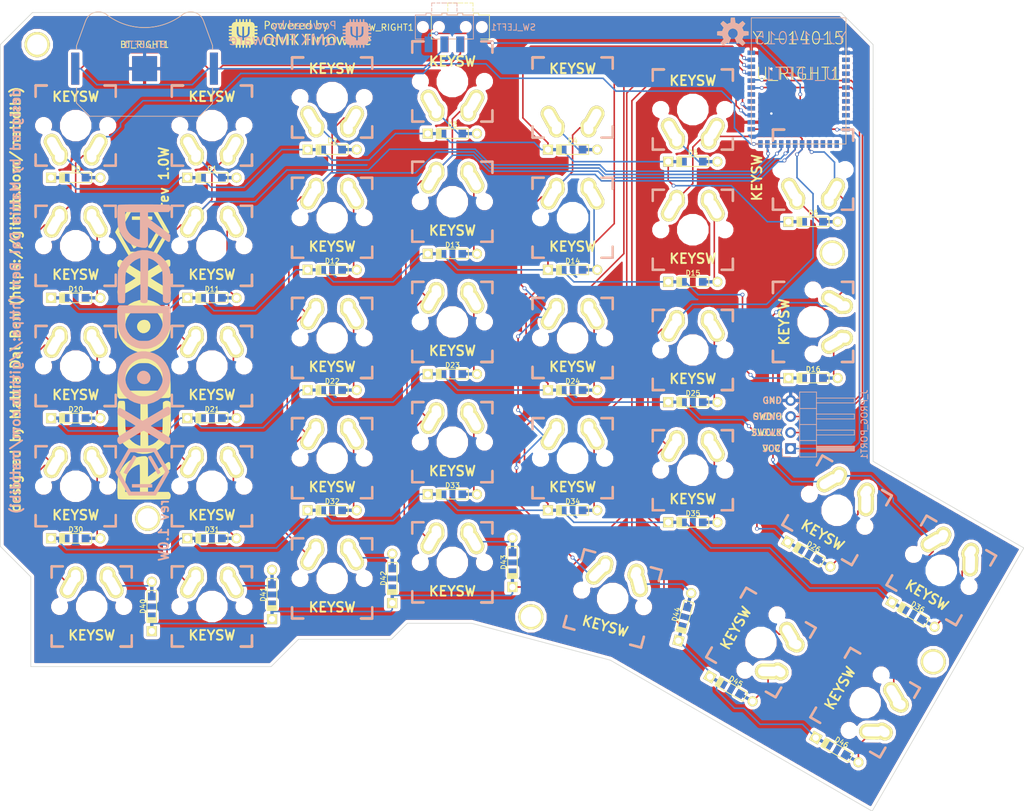
<source format=kicad_pcb>
(kicad_pcb (version 20171130) (host pcbnew "(5.1.2)-2")
  (title_block (title "Redox keyboard PCB") (date 2018-05-05) (rev 1.0) (comment 1 "designed by Mattia Dal Ben (aka u/TiaMaT102)") (comment 2 https://github.com/mattdibi/redox-keyboard))
  (layers (0 F.Cu signal) (31 B.Cu signal) (34 B.Paste user hide) (35 F.Paste user hide) (36 B.SilkS user hide) (37 F.SilkS user) (38 B.Mask user hide) (39 F.Mask user hide) (44 Edge.Cuts user))
  (net 0 "")
  (net 1 "Net-(D0-Pad2)")
  (net 2 row0)
  (net 3 "Net-(D1-Pad2)")
  (net 4 "Net-(D2-Pad2)")
  (net 5 "Net-(D3-Pad2)")
  (net 6 "Net-(D4-Pad2)")
  (net 7 "Net-(D5-Pad2)")
  (net 8 "Net-(D6-Pad2)")
  (net 9 "Net-(D10-Pad2)")
  (net 10 row1)
  (net 11 "Net-(D11-Pad2)")
  (net 12 "Net-(D12-Pad2)")
  (net 13 "Net-(D13-Pad2)")
  (net 14 "Net-(D14-Pad2)")
  (net 15 "Net-(D15-Pad2)")
  (net 16 "Net-(D16-Pad2)")
  (net 17 "Net-(D20-Pad2)")
  (net 18 row2)
  (net 19 "Net-(D21-Pad2)")
  (net 20 "Net-(D22-Pad2)")
  (net 21 "Net-(D23-Pad2)")
  (net 22 "Net-(D24-Pad2)")
  (net 23 "Net-(D25-Pad2)")
  (net 24 "Net-(D26-Pad2)")
  (net 25 "Net-(D30-Pad2)")
  (net 26 row3)
  (net 27 "Net-(D31-Pad2)")
  (net 28 "Net-(D32-Pad2)")
  (net 29 "Net-(D33-Pad2)")
  (net 30 "Net-(D34-Pad2)")
  (net 31 "Net-(D35-Pad2)")
  (net 32 "Net-(D36-Pad2)")
  (net 33 "Net-(D40-Pad2)")
  (net 34 row4)
  (net 35 "Net-(D41-Pad2)")
  (net 36 "Net-(D42-Pad2)")
  (net 37 "Net-(D43-Pad2)")
  (net 38 "Net-(D44-Pad2)")
  (net 39 "Net-(D45-Pad2)")
  (net 40 "Net-(D46-Pad2)")
  (net 41 col0)
  (net 42 col1)
  (net 43 col2)
  (net 44 col3)
  (net 45 col4)
  (net 46 col5)
  (net 47 col6)
  (net 48 VCC)
  (net 49 GND)
  (net 50 "Net-(BT_LEFT1-Pad1)")
  (net 51 "Net-(BT_RIGHT1-Pad1)")
  (net 52 SWCLK)
  (net 53 SWDIO)
  (net 54 "Net-(SW_LEFT1-Pad3)")
  (net 55 "Net-(SW_RIGHT1-Pad3)")
  (net 56 "Net-(U_LEFT1-Pad8)")
  (net 57 "Net-(U_LEFT1-Pad7)")
  (net 58 "Net-(U_LEFT1-Pad6)")
  (net 59 "Net-(U_LEFT1-Pad5)")
  (net 60 "Net-(U_LEFT1-Pad36)")
  (net 61 "Net-(U_LEFT1-Pad30)")
  (net 62 "Net-(U_LEFT1-Pad29)")
  (net 63 "Net-(U_LEFT1-Pad26)")
  (net 64 "Net-(U_LEFT1-Pad25)")
  (net 65 "Net-(U_LEFT1-Pad22)")
  (net 66 "Net-(U_LEFT1-Pad15)")
  (net 67 "Net-(U_RIGHT1-Pad8)")
  (net 68 "Net-(U_RIGHT1-Pad7)")
  (net 69 "Net-(U_RIGHT1-Pad6)")
  (net 70 "Net-(U_RIGHT1-Pad5)")
  (net 71 "Net-(U_RIGHT1-Pad36)")
  (net 72 "Net-(U_RIGHT1-Pad30)")
  (net 73 "Net-(U_RIGHT1-Pad29)")
  (net 74 "Net-(U_RIGHT1-Pad26)")
  (net 75 "Net-(U_RIGHT1-Pad25)")
  (net 76 "Net-(U_RIGHT1-Pad22)")
  (net 77 "Net-(U_RIGHT1-Pad15)")
  (net 78 "Net-(U_LEFT1-Pad13)")
  (net 79 "Net-(U_LEFT1-Pad10)")
  (net 80 "Net-(U_LEFT1-Pad9)")
  (net 81 "Net-(U_LEFT1-Pad4)")
  (net 82 "Net-(U_LEFT1-Pad3)")
  (net 83 "Net-(U_LEFT1-Pad2)")
  (net 84 "Net-(U_LEFT1-Pad16)")
  (net 85 "Net-(U_LEFT1-Pad14)")
  (net 86 "Net-(U_RIGHT1-Pad35)")
  (net 87 "Net-(U_RIGHT1-Pad34)")
  (net 88 "Net-(U_RIGHT1-Pad33)")
  (net 89 "Net-(U_RIGHT1-Pad28)")
  (net 90 "Net-(U_RIGHT1-Pad27)")
  (net 91 "Net-(U_RIGHT1-Pad24)")
  (net 92 "Net-(U_RIGHT1-Pad23)")
  (net 93 "Net-(U_RIGHT1-Pad21)")
  (module keyboard_parts:HOLE_M3 (layer F.Cu) (at 163.576 144.526)
    (fp_text reference HOLE_M3 hide)
    (fp_text value VAL** hide)
    (pad 1 thru_hole circle (at 0 0) (size 4 4) (drill 3.2) (layers *.Cu *.Mask F.SilkS))
  )
  (module YJ-14015:MY-YJ-14015-Module (layer B.Cu) (at 205.994 69.596 180)
    (fp_text reference U_LEFT1 (at -0.254 11.1252 180) (layer B.SilkS) (effects (font (size 1.9304 1.9304) (thickness 0.1524)) (justify mirror)))
    (fp_text value YJ-14015 (at -0.254 16.764 180) (layer B.SilkS) (effects (font (size 1.9304 1.9304) (thickness 0.1524)) (justify mirror)))
    (pad 12 smd rect (at -7.49808 2.3495 90) (size 0.6985 1.19888) (layers B.Cu B.Paste B.Mask) (net 48 VCC))
    (pad 31 smd rect (at 7.49808 8.94842 90) (size 0.6985 1.19888) (layers B.Cu B.Paste B.Mask) (net 53 SWDIO))
    (pad 32 smd rect (at 7.49808 10.04824 90) (size 0.6985 1.19888) (layers B.Cu B.Paste B.Mask) (net 52 SWCLK))
    (pad 13 smd rect (at -6.04774 0 90) (size 1.19888 0.6985) (layers B.Cu B.Paste B.Mask) (net 78 "Net-(U_LEFT1-Pad13)"))
    (pad 10 smd rect (at -7.49808 4.54914 90) (size 0.6985 1.19888) (layers B.Cu B.Paste B.Mask) (net 79 "Net-(U_LEFT1-Pad10)"))
    (pad 9 smd rect (at -7.49808 5.64896 90) (size 0.6985 1.19888) (layers B.Cu B.Paste B.Mask) (net 80 "Net-(U_LEFT1-Pad9)"))
    (pad 8 smd rect (at -7.49808 6.74878 90) (size 0.6985 1.19888) (layers B.Cu B.Paste B.Mask) (net 56 "Net-(U_LEFT1-Pad8)"))
    (pad 7 smd rect (at -7.49808 7.8486 90) (size 0.6985 1.19888) (layers B.Cu B.Paste B.Mask) (net 57 "Net-(U_LEFT1-Pad7)"))
    (pad 6 smd rect (at -7.49808 8.94842 90) (size 0.6985 1.19888) (layers B.Cu B.Paste B.Mask) (net 58 "Net-(U_LEFT1-Pad6)"))
    (pad 5 smd rect (at -7.49808 10.04824 90) (size 0.6985 1.19888) (layers B.Cu B.Paste B.Mask) (net 59 "Net-(U_LEFT1-Pad5)"))
    (pad 4 smd rect (at -7.49808 11.14806 90) (size 0.6985 1.19888) (layers B.Cu B.Paste B.Mask) (net 81 "Net-(U_LEFT1-Pad4)"))
    (pad 3 smd rect (at -7.49808 12.24788 90) (size 0.6985 1.19888) (layers B.Cu B.Paste B.Mask) (net 82 "Net-(U_LEFT1-Pad3)"))
    (pad 2 smd rect (at -7.49808 13.3477 90) (size 0.6985 1.19888) (layers B.Cu B.Paste B.Mask) (net 83 "Net-(U_LEFT1-Pad2)"))
    (pad 36 smd rect (at 7.49808 14.44752 90) (size 0.6985 1.19888) (layers B.Cu B.Paste B.Mask) (net 60 "Net-(U_LEFT1-Pad36)"))
    (pad 35 smd rect (at 7.49808 13.3477 90) (size 0.6985 1.19888) (layers B.Cu B.Paste B.Mask) (net 2 row0))
    (pad 34 smd rect (at 7.49808 12.24788 90) (size 0.6985 1.19888) (layers B.Cu B.Paste B.Mask) (net 10 row1))
    (pad 33 smd rect (at 7.49808 11.14806 90) (size 0.6985 1.19888) (layers B.Cu B.Paste B.Mask) (net 18 row2))
    (pad 30 smd rect (at 7.49808 7.8486 90) (size 0.6985 1.19888) (layers B.Cu B.Paste B.Mask) (net 61 "Net-(U_LEFT1-Pad30)"))
    (pad 29 smd rect (at 7.49808 6.74878 90) (size 0.6985 1.19888) (layers B.Cu B.Paste B.Mask) (net 62 "Net-(U_LEFT1-Pad29)"))
    (pad 28 smd rect (at 7.49808 5.64896 90) (size 0.6985 1.19888) (layers B.Cu B.Paste B.Mask) (net 26 row3))
    (pad 27 smd rect (at 7.49808 4.54914 90) (size 0.6985 1.19888) (layers B.Cu B.Paste B.Mask) (net 34 row4))
    (pad 26 smd rect (at 7.49808 3.44932 90) (size 0.6985 1.19888) (layers B.Cu B.Paste B.Mask) (net 63 "Net-(U_LEFT1-Pad26)"))
    (pad 25 smd rect (at 7.49808 2.3495 90) (size 0.6985 1.19888) (layers B.Cu B.Paste B.Mask) (net 64 "Net-(U_LEFT1-Pad25)"))
    (pad 24 smd rect (at 6.04774 0 90) (size 1.19888 0.6985) (layers B.Cu B.Paste B.Mask) (net 41 col0))
    (pad 23 smd rect (at 4.94792 0 90) (size 1.19888 0.6985) (layers B.Cu B.Paste B.Mask) (net 42 col1))
    (pad 22 smd rect (at 3.8481 0 90) (size 1.19888 0.6985) (layers B.Cu B.Paste B.Mask) (net 65 "Net-(U_LEFT1-Pad22)"))
    (pad 21 smd rect (at 2.74828 0 90) (size 1.19888 0.6985) (layers B.Cu B.Paste B.Mask) (net 43 col2))
    (pad 20 smd rect (at 1.64846 0 90) (size 1.19888 0.6985) (layers B.Cu B.Paste B.Mask) (net 44 col3))
    (pad 19 smd rect (at 0.54864 0 90) (size 1.19888 0.6985) (layers B.Cu B.Paste B.Mask) (net 45 col4))
    (pad 18 smd rect (at -0.54864 0 90) (size 1.19888 0.6985) (layers B.Cu B.Paste B.Mask) (net 46 col5))
    (pad 17 smd rect (at -1.64846 0 90) (size 1.19888 0.6985) (layers B.Cu B.Paste B.Mask) (net 47 col6))
    (pad 16 smd rect (at -2.74828 0 90) (size 1.19888 0.6985) (layers B.Cu B.Paste B.Mask) (net 84 "Net-(U_LEFT1-Pad16)"))
    (pad 15 smd rect (at -3.8481 0 90) (size 1.19888 0.6985) (layers B.Cu B.Paste B.Mask) (net 66 "Net-(U_LEFT1-Pad15)"))
    (pad 14 smd rect (at -4.94792 0 90) (size 1.19888 0.6985) (layers B.Cu B.Paste B.Mask) (net 85 "Net-(U_LEFT1-Pad14)"))
    (pad 1 smd rect (at -7.49808 14.44752 90) (size 0.6985 1.19888) (layers B.Cu B.Paste B.Mask) (net 49 GND))
    (pad 11 smd rect (at -7.49808 3.44932 90) (size 0.6985 1.19888) (layers B.Cu B.Paste B.Mask) (net 49 GND))
  )
  (module YJ-14015:MY-YJ-14015-Module (layer F.Cu) (at 205.994 69.596)
    (fp_text reference U_RIGHT1 (at 0 -11.1252) (layer F.SilkS) (effects (font (size 1.9304 1.9304) (thickness 0.1524))))
    (fp_text value YJ-14015 (at 0 -16.764) (layer F.SilkS) (effects (font (size 1.9304 1.9304) (thickness 0.1524))))
    (pad 12 smd rect (at -7.49808 -2.3495 90) (size 0.6985 1.19888) (layers F.Cu F.Paste F.Mask) (net 48 VCC))
    (pad 31 smd rect (at 7.49808 -8.94842 90) (size 0.6985 1.19888) (layers F.Cu F.Paste F.Mask) (net 53 SWDIO))
    (pad 32 smd rect (at 7.49808 -10.04824 90) (size 0.6985 1.19888) (layers F.Cu F.Paste F.Mask) (net 52 SWCLK))
    (pad 13 smd rect (at -6.04774 0 90) (size 1.19888 0.6985) (layers F.Cu F.Paste F.Mask) (net 41 col0))
    (pad 10 smd rect (at -7.49808 -4.54914 90) (size 0.6985 1.19888) (layers F.Cu F.Paste F.Mask) (net 34 row4))
    (pad 9 smd rect (at -7.49808 -5.64896 90) (size 0.6985 1.19888) (layers F.Cu F.Paste F.Mask) (net 26 row3))
    (pad 8 smd rect (at -7.49808 -6.74878 90) (size 0.6985 1.19888) (layers F.Cu F.Paste F.Mask) (net 67 "Net-(U_RIGHT1-Pad8)"))
    (pad 7 smd rect (at -7.49808 -7.8486 90) (size 0.6985 1.19888) (layers F.Cu F.Paste F.Mask) (net 68 "Net-(U_RIGHT1-Pad7)"))
    (pad 6 smd rect (at -7.49808 -8.94842 90) (size 0.6985 1.19888) (layers F.Cu F.Paste F.Mask) (net 69 "Net-(U_RIGHT1-Pad6)"))
    (pad 5 smd rect (at -7.49808 -10.04824 90) (size 0.6985 1.19888) (layers F.Cu F.Paste F.Mask) (net 70 "Net-(U_RIGHT1-Pad5)"))
    (pad 4 smd rect (at -7.49808 -11.14806 90) (size 0.6985 1.19888) (layers F.Cu F.Paste F.Mask) (net 18 row2))
    (pad 3 smd rect (at -7.49808 -12.24788 90) (size 0.6985 1.19888) (layers F.Cu F.Paste F.Mask) (net 10 row1))
    (pad 2 smd rect (at -7.49808 -13.3477 90) (size 0.6985 1.19888) (layers F.Cu F.Paste F.Mask) (net 2 row0))
    (pad 36 smd rect (at 7.49808 -14.44752 90) (size 0.6985 1.19888) (layers F.Cu F.Paste F.Mask) (net 71 "Net-(U_RIGHT1-Pad36)"))
    (pad 35 smd rect (at 7.49808 -13.3477 90) (size 0.6985 1.19888) (layers F.Cu F.Paste F.Mask) (net 86 "Net-(U_RIGHT1-Pad35)"))
    (pad 34 smd rect (at 7.49808 -12.24788 90) (size 0.6985 1.19888) (layers F.Cu F.Paste F.Mask) (net 87 "Net-(U_RIGHT1-Pad34)"))
    (pad 33 smd rect (at 7.49808 -11.14806 90) (size 0.6985 1.19888) (layers F.Cu F.Paste F.Mask) (net 88 "Net-(U_RIGHT1-Pad33)"))
    (pad 30 smd rect (at 7.49808 -7.8486 90) (size 0.6985 1.19888) (layers F.Cu F.Paste F.Mask) (net 72 "Net-(U_RIGHT1-Pad30)"))
    (pad 29 smd rect (at 7.49808 -6.74878 90) (size 0.6985 1.19888) (layers F.Cu F.Paste F.Mask) (net 73 "Net-(U_RIGHT1-Pad29)"))
    (pad 28 smd rect (at 7.49808 -5.64896 90) (size 0.6985 1.19888) (layers F.Cu F.Paste F.Mask) (net 89 "Net-(U_RIGHT1-Pad28)"))
    (pad 27 smd rect (at 7.49808 -4.54914 90) (size 0.6985 1.19888) (layers F.Cu F.Paste F.Mask) (net 90 "Net-(U_RIGHT1-Pad27)"))
    (pad 26 smd rect (at 7.49808 -3.44932 90) (size 0.6985 1.19888) (layers F.Cu F.Paste F.Mask) (net 74 "Net-(U_RIGHT1-Pad26)"))
    (pad 25 smd rect (at 7.49808 -2.3495 90) (size 0.6985 1.19888) (layers F.Cu F.Paste F.Mask) (net 75 "Net-(U_RIGHT1-Pad25)"))
    (pad 24 smd rect (at 6.04774 0 90) (size 1.19888 0.6985) (layers F.Cu F.Paste F.Mask) (net 91 "Net-(U_RIGHT1-Pad24)"))
    (pad 23 smd rect (at 4.94792 0 90) (size 1.19888 0.6985) (layers F.Cu F.Paste F.Mask) (net 92 "Net-(U_RIGHT1-Pad23)"))
    (pad 22 smd rect (at 3.8481 0 90) (size 1.19888 0.6985) (layers F.Cu F.Paste F.Mask) (net 76 "Net-(U_RIGHT1-Pad22)"))
    (pad 21 smd rect (at 2.74828 0 90) (size 1.19888 0.6985) (layers F.Cu F.Paste F.Mask) (net 93 "Net-(U_RIGHT1-Pad21)"))
    (pad 20 smd rect (at 1.64846 0 90) (size 1.19888 0.6985) (layers F.Cu F.Paste F.Mask) (net 47 col6))
    (pad 19 smd rect (at 0.54864 0 90) (size 1.19888 0.6985) (layers F.Cu F.Paste F.Mask) (net 46 col5))
    (pad 18 smd rect (at -0.54864 0 90) (size 1.19888 0.6985) (layers F.Cu F.Paste F.Mask) (net 45 col4))
    (pad 17 smd rect (at -1.64846 0 90) (size 1.19888 0.6985) (layers F.Cu F.Paste F.Mask) (net 44 col3))
    (pad 16 smd rect (at -2.74828 0 90) (size 1.19888 0.6985) (layers F.Cu F.Paste F.Mask) (net 43 col2))
    (pad 15 smd rect (at -3.8481 0 90) (size 1.19888 0.6985) (layers F.Cu F.Paste F.Mask) (net 77 "Net-(U_RIGHT1-Pad15)"))
    (pad 14 smd rect (at -4.94792 0 90) (size 1.19888 0.6985) (layers F.Cu F.Paste F.Mask) (net 42 col1))
    (pad 1 smd rect (at -7.49808 -14.44752 90) (size 0.6985 1.19888) (layers F.Cu F.Paste F.Mask) (net 49 GND))
    (pad 11 smd rect (at -7.49808 -3.44932 90) (size 0.6985 1.19888) (layers F.Cu F.Paste F.Mask) (net 49 GND))
  )
  (module Sparkfun-Aesthetics:OSHW-LOGO-M (layer B.Cu) (at 195.58 52.07 180)
    (fp_text reference "" (at 0 0 180) (layer B.SilkS) (effects (font (size 1.524 1.524)) (justify mirror)))
    (fp_text value "" (at 0 0 180) (layer B.SilkS) (effects (font (size 1.524 1.524)) (justify mirror)))
  )
  (module myparts:qmk-badge (layer B.Cu) (at 127 52.07 180)
    (fp_text reference G*** hide)
    (fp_text value LOGO hide)
  )
  (module keyboard_parts:HOLE_M3 (layer F.Cu) (at 227.33 151.638)
    (fp_text reference HOLE_M3 hide)
    (fp_text value VAL** hide)
    (pad 1 thru_hole circle (at 0 0) (size 4 4) (drill 3.2) (layers *.Cu *.Mask F.SilkS))
  )
  (module keyboard_parts:HOLE_M3 (layer F.Cu) (at 85.344 53.848)
    (fp_text reference HOLE_M3 hide)
    (fp_text value VAL** hide)
    (pad 1 thru_hole circle (at 0 0) (size 4 4) (drill 3.2) (layers *.Cu *.Mask F.SilkS))
  )
  (module keyboard_parts:HOLE_M3 (layer F.Cu) (at 211.328 86.868)
    (fp_text reference HOLE_M3 hide)
    (fp_text value VAL** hide)
    (pad 1 thru_hole circle (at 0 0) (size 4 4) (drill 3.2) (layers *.Cu *.Mask F.SilkS))
  )
  (module Connector_PinHeader_2.54mm:PinHeader_1x04_P2.54mm_Horizontal (layer B.Cu) (at 204.724 117.856)
    (fp_text reference J_PROG_PORT1 (at 11.684 -3.81 90) (layer B.SilkS) (effects (justify mirror)))
    (fp_text value Conn_01x04_Male)
    (pad 4 thru_hole oval (at 0 -7.62) (size 1.7 1.7) (drill 1) (layers *.Cu *.Mask) (net 49 GND))
    (pad 3 thru_hole oval (at 0 -5.08) (size 1.7 1.7) (drill 1) (layers *.Cu *.Mask) (net 53 SWDIO))
    (pad 2 thru_hole oval (at 0 -2.54) (size 1.7 1.7) (drill 1) (layers *.Cu *.Mask) (net 52 SWCLK))
    (pad 1 thru_hole rect (at 0 0) (size 1.7 1.7) (drill 1) (layers *.Cu *.Mask) (net 48 VCC))
  )
  (module Keebio-Parts:Diode-dual (layer F.Cu) (at 91.44 74.93 180)
    (fp_text reference D0 (at -0.0254 1.4 180) (layer F.SilkS) (effects (font (size 0.8 0.8))))
    (fp_text value D hide)
    (pad 2 smd rect (at -2.7 0 180) (size 2.5 0.5) (layers B.Cu) (net 1 "Net-(D0-Pad2)"))
    (pad 2 smd rect (at -1.575 0 180) (size 1.2 1.2) (layers B.Cu B.Paste B.Mask) (net 1 "Net-(D0-Pad2)"))
    (pad 1 smd rect (at 1.575 0 180) (size 1.2 1.2) (layers B.Cu B.Paste B.Mask) (net 2 row0))
    (pad 1 smd rect (at 2.7 0 180) (size 2.5 0.5) (layers B.Cu) (net 2 row0))
    (pad 1 smd rect (at 1.575 0 180) (size 1.2 1.2) (layers F.Cu F.Paste F.Mask) (net 2 row0))
    (pad 2 smd rect (at -1.575 0 180) (size 1.2 1.2) (layers F.Cu F.Paste F.Mask) (net 1 "Net-(D0-Pad2)"))
    (pad 2 thru_hole circle (at -3.9 0 180) (size 1.6 1.6) (drill 1) (layers *.Cu *.Mask F.SilkS) (net 1 "Net-(D0-Pad2)"))
    (pad 1 thru_hole rect (at 3.9 0 180) (size 1.6 1.6) (drill 1) (layers *.Cu *.Mask F.SilkS) (net 2 row0))
    (pad 2 smd rect (at -2.7 0 180) (size 2.5 0.5) (layers F.Cu) (net 1 "Net-(D0-Pad2)"))
    (pad 1 smd rect (at 2.7 0 180) (size 2.5 0.5) (layers F.Cu) (net 2 row0))
  )
  (module Keebio-Parts:Diode-dual (layer F.Cu) (at 113.03 74.93 180)
    (fp_text reference D1 (at -0.0254 1.4 180) (layer F.SilkS) (effects (font (size 0.8 0.8))))
    (fp_text value D hide)
    (pad 2 smd rect (at -2.7 0 180) (size 2.5 0.5) (layers B.Cu) (net 3 "Net-(D1-Pad2)"))
    (pad 2 smd rect (at -1.575 0 180) (size 1.2 1.2) (layers B.Cu B.Paste B.Mask) (net 3 "Net-(D1-Pad2)"))
    (pad 1 smd rect (at 1.575 0 180) (size 1.2 1.2) (layers B.Cu B.Paste B.Mask) (net 2 row0))
    (pad 1 smd rect (at 2.7 0 180) (size 2.5 0.5) (layers B.Cu) (net 2 row0))
    (pad 1 smd rect (at 1.575 0 180) (size 1.2 1.2) (layers F.Cu F.Paste F.Mask) (net 2 row0))
    (pad 2 smd rect (at -1.575 0 180) (size 1.2 1.2) (layers F.Cu F.Paste F.Mask) (net 3 "Net-(D1-Pad2)"))
    (pad 2 thru_hole circle (at -3.9 0 180) (size 1.6 1.6) (drill 1) (layers *.Cu *.Mask F.SilkS) (net 3 "Net-(D1-Pad2)"))
    (pad 1 thru_hole rect (at 3.9 0 180) (size 1.6 1.6) (drill 1) (layers *.Cu *.Mask F.SilkS) (net 2 row0))
    (pad 2 smd rect (at -2.7 0 180) (size 2.5 0.5) (layers F.Cu) (net 3 "Net-(D1-Pad2)"))
    (pad 1 smd rect (at 2.7 0 180) (size 2.5 0.5) (layers F.Cu) (net 2 row0))
  )
  (module Keebio-Parts:Diode-dual (layer F.Cu) (at 132.08 70.485 180)
    (fp_text reference D2 (at -0.0254 1.4 180) (layer F.SilkS) (effects (font (size 0.8 0.8))))
    (fp_text value D hide)
    (pad 2 smd rect (at -2.7 0 180) (size 2.5 0.5) (layers B.Cu) (net 4 "Net-(D2-Pad2)"))
    (pad 2 smd rect (at -1.575 0 180) (size 1.2 1.2) (layers B.Cu B.Paste B.Mask) (net 4 "Net-(D2-Pad2)"))
    (pad 1 smd rect (at 1.575 0 180) (size 1.2 1.2) (layers B.Cu B.Paste B.Mask) (net 2 row0))
    (pad 1 smd rect (at 2.7 0 180) (size 2.5 0.5) (layers B.Cu) (net 2 row0))
    (pad 1 smd rect (at 1.575 0 180) (size 1.2 1.2) (layers F.Cu F.Paste F.Mask) (net 2 row0))
    (pad 2 smd rect (at -1.575 0 180) (size 1.2 1.2) (layers F.Cu F.Paste F.Mask) (net 4 "Net-(D2-Pad2)"))
    (pad 2 thru_hole circle (at -3.9 0 180) (size 1.6 1.6) (drill 1) (layers *.Cu *.Mask F.SilkS) (net 4 "Net-(D2-Pad2)"))
    (pad 1 thru_hole rect (at 3.9 0 180) (size 1.6 1.6) (drill 1) (layers *.Cu *.Mask F.SilkS) (net 2 row0))
    (pad 2 smd rect (at -2.7 0 180) (size 2.5 0.5) (layers F.Cu) (net 4 "Net-(D2-Pad2)"))
    (pad 1 smd rect (at 2.7 0 180) (size 2.5 0.5) (layers F.Cu) (net 2 row0))
  )
  (module Keebio-Parts:Diode-dual (layer F.Cu) (at 151.13 67.945 180)
    (fp_text reference D3 (at -0.0254 1.4 180) (layer F.SilkS) (effects (font (size 0.8 0.8))))
    (fp_text value D hide)
    (pad 2 smd rect (at -2.7 0 180) (size 2.5 0.5) (layers B.Cu) (net 5 "Net-(D3-Pad2)"))
    (pad 2 smd rect (at -1.575 0 180) (size 1.2 1.2) (layers B.Cu B.Paste B.Mask) (net 5 "Net-(D3-Pad2)"))
    (pad 1 smd rect (at 1.575 0 180) (size 1.2 1.2) (layers B.Cu B.Paste B.Mask) (net 2 row0))
    (pad 1 smd rect (at 2.7 0 180) (size 2.5 0.5) (layers B.Cu) (net 2 row0))
    (pad 1 smd rect (at 1.575 0 180) (size 1.2 1.2) (layers F.Cu F.Paste F.Mask) (net 2 row0))
    (pad 2 smd rect (at -1.575 0 180) (size 1.2 1.2) (layers F.Cu F.Paste F.Mask) (net 5 "Net-(D3-Pad2)"))
    (pad 2 thru_hole circle (at -3.9 0 180) (size 1.6 1.6) (drill 1) (layers *.Cu *.Mask F.SilkS) (net 5 "Net-(D3-Pad2)"))
    (pad 1 thru_hole rect (at 3.9 0 180) (size 1.6 1.6) (drill 1) (layers *.Cu *.Mask F.SilkS) (net 2 row0))
    (pad 2 smd rect (at -2.7 0 180) (size 2.5 0.5) (layers F.Cu) (net 5 "Net-(D3-Pad2)"))
    (pad 1 smd rect (at 2.7 0 180) (size 2.5 0.5) (layers F.Cu) (net 2 row0))
  )
  (module Keebio-Parts:Diode-dual (layer F.Cu) (at 170.18 70.485 180)
    (fp_text reference D4 (at -0.0254 1.4 180) (layer F.SilkS) (effects (font (size 0.8 0.8))))
    (fp_text value D hide)
    (pad 2 smd rect (at -2.7 0 180) (size 2.5 0.5) (layers B.Cu) (net 6 "Net-(D4-Pad2)"))
    (pad 2 smd rect (at -1.575 0 180) (size 1.2 1.2) (layers B.Cu B.Paste B.Mask) (net 6 "Net-(D4-Pad2)"))
    (pad 1 smd rect (at 1.575 0 180) (size 1.2 1.2) (layers B.Cu B.Paste B.Mask) (net 2 row0))
    (pad 1 smd rect (at 2.7 0 180) (size 2.5 0.5) (layers B.Cu) (net 2 row0))
    (pad 1 smd rect (at 1.575 0 180) (size 1.2 1.2) (layers F.Cu F.Paste F.Mask) (net 2 row0))
    (pad 2 smd rect (at -1.575 0 180) (size 1.2 1.2) (layers F.Cu F.Paste F.Mask) (net 6 "Net-(D4-Pad2)"))
    (pad 2 thru_hole circle (at -3.9 0 180) (size 1.6 1.6) (drill 1) (layers *.Cu *.Mask F.SilkS) (net 6 "Net-(D4-Pad2)"))
    (pad 1 thru_hole rect (at 3.9 0 180) (size 1.6 1.6) (drill 1) (layers *.Cu *.Mask F.SilkS) (net 2 row0))
    (pad 2 smd rect (at -2.7 0 180) (size 2.5 0.5) (layers F.Cu) (net 6 "Net-(D4-Pad2)"))
    (pad 1 smd rect (at 2.7 0 180) (size 2.5 0.5) (layers F.Cu) (net 2 row0))
  )
  (module Keebio-Parts:Diode-dual (layer F.Cu) (at 189.23 72.39 180)
    (fp_text reference D5 (at -0.0254 1.4 180) (layer F.SilkS) (effects (font (size 0.8 0.8))))
    (fp_text value D hide)
    (pad 2 smd rect (at -2.7 0 180) (size 2.5 0.5) (layers B.Cu) (net 7 "Net-(D5-Pad2)"))
    (pad 2 smd rect (at -1.575 0 180) (size 1.2 1.2) (layers B.Cu B.Paste B.Mask) (net 7 "Net-(D5-Pad2)"))
    (pad 1 smd rect (at 1.575 0 180) (size 1.2 1.2) (layers B.Cu B.Paste B.Mask) (net 2 row0))
    (pad 1 smd rect (at 2.7 0 180) (size 2.5 0.5) (layers B.Cu) (net 2 row0))
    (pad 1 smd rect (at 1.575 0 180) (size 1.2 1.2) (layers F.Cu F.Paste F.Mask) (net 2 row0))
    (pad 2 smd rect (at -1.575 0 180) (size 1.2 1.2) (layers F.Cu F.Paste F.Mask) (net 7 "Net-(D5-Pad2)"))
    (pad 2 thru_hole circle (at -3.9 0 180) (size 1.6 1.6) (drill 1) (layers *.Cu *.Mask F.SilkS) (net 7 "Net-(D5-Pad2)"))
    (pad 1 thru_hole rect (at 3.9 0 180) (size 1.6 1.6) (drill 1) (layers *.Cu *.Mask F.SilkS) (net 2 row0))
    (pad 2 smd rect (at -2.7 0 180) (size 2.5 0.5) (layers F.Cu) (net 7 "Net-(D5-Pad2)"))
    (pad 1 smd rect (at 2.7 0 180) (size 2.5 0.5) (layers F.Cu) (net 2 row0))
  )
  (module Keebio-Parts:Diode-dual (layer F.Cu) (at 208.28 81.915 180)
    (fp_text reference D6 (at -0.0254 1.4 180) (layer F.SilkS) (effects (font (size 0.8 0.8))))
    (fp_text value D hide)
    (pad 2 smd rect (at -2.7 0 180) (size 2.5 0.5) (layers B.Cu) (net 8 "Net-(D6-Pad2)"))
    (pad 2 smd rect (at -1.575 0 180) (size 1.2 1.2) (layers B.Cu B.Paste B.Mask) (net 8 "Net-(D6-Pad2)"))
    (pad 1 smd rect (at 1.575 0 180) (size 1.2 1.2) (layers B.Cu B.Paste B.Mask) (net 2 row0))
    (pad 1 smd rect (at 2.7 0 180) (size 2.5 0.5) (layers B.Cu) (net 2 row0))
    (pad 1 smd rect (at 1.575 0 180) (size 1.2 1.2) (layers F.Cu F.Paste F.Mask) (net 2 row0))
    (pad 2 smd rect (at -1.575 0 180) (size 1.2 1.2) (layers F.Cu F.Paste F.Mask) (net 8 "Net-(D6-Pad2)"))
    (pad 2 thru_hole circle (at -3.9 0 180) (size 1.6 1.6) (drill 1) (layers *.Cu *.Mask F.SilkS) (net 8 "Net-(D6-Pad2)"))
    (pad 1 thru_hole rect (at 3.9 0 180) (size 1.6 1.6) (drill 1) (layers *.Cu *.Mask F.SilkS) (net 2 row0))
    (pad 2 smd rect (at -2.7 0 180) (size 2.5 0.5) (layers F.Cu) (net 8 "Net-(D6-Pad2)"))
    (pad 1 smd rect (at 2.7 0 180) (size 2.5 0.5) (layers F.Cu) (net 2 row0))
  )
  (module Keebio-Parts:Diode-dual (layer F.Cu) (at 91.44 93.98 180)
    (fp_text reference D10 (at -0.0254 1.4 180) (layer F.SilkS) (effects (font (size 0.8 0.8))))
    (fp_text value D hide)
    (pad 2 smd rect (at -2.7 0 180) (size 2.5 0.5) (layers B.Cu) (net 9 "Net-(D10-Pad2)"))
    (pad 2 smd rect (at -1.575 0 180) (size 1.2 1.2) (layers B.Cu B.Paste B.Mask) (net 9 "Net-(D10-Pad2)"))
    (pad 1 smd rect (at 1.575 0 180) (size 1.2 1.2) (layers B.Cu B.Paste B.Mask) (net 10 row1))
    (pad 1 smd rect (at 2.7 0 180) (size 2.5 0.5) (layers B.Cu) (net 10 row1))
    (pad 1 smd rect (at 1.575 0 180) (size 1.2 1.2) (layers F.Cu F.Paste F.Mask) (net 10 row1))
    (pad 2 smd rect (at -1.575 0 180) (size 1.2 1.2) (layers F.Cu F.Paste F.Mask) (net 9 "Net-(D10-Pad2)"))
    (pad 2 thru_hole circle (at -3.9 0 180) (size 1.6 1.6) (drill 1) (layers *.Cu *.Mask F.SilkS) (net 9 "Net-(D10-Pad2)"))
    (pad 1 thru_hole rect (at 3.9 0 180) (size 1.6 1.6) (drill 1) (layers *.Cu *.Mask F.SilkS) (net 10 row1))
    (pad 2 smd rect (at -2.7 0 180) (size 2.5 0.5) (layers F.Cu) (net 9 "Net-(D10-Pad2)"))
    (pad 1 smd rect (at 2.7 0 180) (size 2.5 0.5) (layers F.Cu) (net 10 row1))
  )
  (module Keebio-Parts:Diode-dual (layer F.Cu) (at 113.03 93.98 180)
    (fp_text reference D11 (at -0.0254 1.4 180) (layer F.SilkS) (effects (font (size 0.8 0.8))))
    (fp_text value D hide)
    (pad 2 smd rect (at -2.7 0 180) (size 2.5 0.5) (layers B.Cu) (net 11 "Net-(D11-Pad2)"))
    (pad 2 smd rect (at -1.575 0 180) (size 1.2 1.2) (layers B.Cu B.Paste B.Mask) (net 11 "Net-(D11-Pad2)"))
    (pad 1 smd rect (at 1.575 0 180) (size 1.2 1.2) (layers B.Cu B.Paste B.Mask) (net 10 row1))
    (pad 1 smd rect (at 2.7 0 180) (size 2.5 0.5) (layers B.Cu) (net 10 row1))
    (pad 1 smd rect (at 1.575 0 180) (size 1.2 1.2) (layers F.Cu F.Paste F.Mask) (net 10 row1))
    (pad 2 smd rect (at -1.575 0 180) (size 1.2 1.2) (layers F.Cu F.Paste F.Mask) (net 11 "Net-(D11-Pad2)"))
    (pad 2 thru_hole circle (at -3.9 0 180) (size 1.6 1.6) (drill 1) (layers *.Cu *.Mask F.SilkS) (net 11 "Net-(D11-Pad2)"))
    (pad 1 thru_hole rect (at 3.9 0 180) (size 1.6 1.6) (drill 1) (layers *.Cu *.Mask F.SilkS) (net 10 row1))
    (pad 2 smd rect (at -2.7 0 180) (size 2.5 0.5) (layers F.Cu) (net 11 "Net-(D11-Pad2)"))
    (pad 1 smd rect (at 2.7 0 180) (size 2.5 0.5) (layers F.Cu) (net 10 row1))
  )
  (module Keebio-Parts:Diode-dual (layer F.Cu) (at 132.08 89.535 180)
    (fp_text reference D12 (at -0.0254 1.4 180) (layer F.SilkS) (effects (font (size 0.8 0.8))))
    (fp_text value D hide)
    (pad 2 smd rect (at -2.7 0 180) (size 2.5 0.5) (layers B.Cu) (net 12 "Net-(D12-Pad2)"))
    (pad 2 smd rect (at -1.575 0 180) (size 1.2 1.2) (layers B.Cu B.Paste B.Mask) (net 12 "Net-(D12-Pad2)"))
    (pad 1 smd rect (at 1.575 0 180) (size 1.2 1.2) (layers B.Cu B.Paste B.Mask) (net 10 row1))
    (pad 1 smd rect (at 2.7 0 180) (size 2.5 0.5) (layers B.Cu) (net 10 row1))
    (pad 1 smd rect (at 1.575 0 180) (size 1.2 1.2) (layers F.Cu F.Paste F.Mask) (net 10 row1))
    (pad 2 smd rect (at -1.575 0 180) (size 1.2 1.2) (layers F.Cu F.Paste F.Mask) (net 12 "Net-(D12-Pad2)"))
    (pad 2 thru_hole circle (at -3.9 0 180) (size 1.6 1.6) (drill 1) (layers *.Cu *.Mask F.SilkS) (net 12 "Net-(D12-Pad2)"))
    (pad 1 thru_hole rect (at 3.9 0 180) (size 1.6 1.6) (drill 1) (layers *.Cu *.Mask F.SilkS) (net 10 row1))
    (pad 2 smd rect (at -2.7 0 180) (size 2.5 0.5) (layers F.Cu) (net 12 "Net-(D12-Pad2)"))
    (pad 1 smd rect (at 2.7 0 180) (size 2.5 0.5) (layers F.Cu) (net 10 row1))
  )
  (module Keebio-Parts:Diode-dual (layer F.Cu) (at 151.13 86.995 180)
    (fp_text reference D13 (at -0.0254 1.4 180) (layer F.SilkS) (effects (font (size 0.8 0.8))))
    (fp_text value D hide)
    (pad 2 smd rect (at -2.7 0 180) (size 2.5 0.5) (layers B.Cu) (net 13 "Net-(D13-Pad2)"))
    (pad 2 smd rect (at -1.575 0 180) (size 1.2 1.2) (layers B.Cu B.Paste B.Mask) (net 13 "Net-(D13-Pad2)"))
    (pad 1 smd rect (at 1.575 0 180) (size 1.2 1.2) (layers B.Cu B.Paste B.Mask) (net 10 row1))
    (pad 1 smd rect (at 2.7 0 180) (size 2.5 0.5) (layers B.Cu) (net 10 row1))
    (pad 1 smd rect (at 1.575 0 180) (size 1.2 1.2) (layers F.Cu F.Paste F.Mask) (net 10 row1))
    (pad 2 smd rect (at -1.575 0 180) (size 1.2 1.2) (layers F.Cu F.Paste F.Mask) (net 13 "Net-(D13-Pad2)"))
    (pad 2 thru_hole circle (at -3.9 0 180) (size 1.6 1.6) (drill 1) (layers *.Cu *.Mask F.SilkS) (net 13 "Net-(D13-Pad2)"))
    (pad 1 thru_hole rect (at 3.9 0 180) (size 1.6 1.6) (drill 1) (layers *.Cu *.Mask F.SilkS) (net 10 row1))
    (pad 2 smd rect (at -2.7 0 180) (size 2.5 0.5) (layers F.Cu) (net 13 "Net-(D13-Pad2)"))
    (pad 1 smd rect (at 2.7 0 180) (size 2.5 0.5) (layers F.Cu) (net 10 row1))
  )
  (module Keebio-Parts:Diode-dual (layer F.Cu) (at 170.18 89.535 180)
    (fp_text reference D14 (at -0.0254 1.4 180) (layer F.SilkS) (effects (font (size 0.8 0.8))))
    (fp_text value D hide)
    (pad 2 smd rect (at -2.7 0 180) (size 2.5 0.5) (layers B.Cu) (net 14 "Net-(D14-Pad2)"))
    (pad 2 smd rect (at -1.575 0 180) (size 1.2 1.2) (layers B.Cu B.Paste B.Mask) (net 14 "Net-(D14-Pad2)"))
    (pad 1 smd rect (at 1.575 0 180) (size 1.2 1.2) (layers B.Cu B.Paste B.Mask) (net 10 row1))
    (pad 1 smd rect (at 2.7 0 180) (size 2.5 0.5) (layers B.Cu) (net 10 row1))
    (pad 1 smd rect (at 1.575 0 180) (size 1.2 1.2) (layers F.Cu F.Paste F.Mask) (net 10 row1))
    (pad 2 smd rect (at -1.575 0 180) (size 1.2 1.2) (layers F.Cu F.Paste F.Mask) (net 14 "Net-(D14-Pad2)"))
    (pad 2 thru_hole circle (at -3.9 0 180) (size 1.6 1.6) (drill 1) (layers *.Cu *.Mask F.SilkS) (net 14 "Net-(D14-Pad2)"))
    (pad 1 thru_hole rect (at 3.9 0 180) (size 1.6 1.6) (drill 1) (layers *.Cu *.Mask F.SilkS) (net 10 row1))
    (pad 2 smd rect (at -2.7 0 180) (size 2.5 0.5) (layers F.Cu) (net 14 "Net-(D14-Pad2)"))
    (pad 1 smd rect (at 2.7 0 180) (size 2.5 0.5) (layers F.Cu) (net 10 row1))
  )
  (module Keebio-Parts:Diode-dual (layer F.Cu) (at 189.23 91.44 180)
    (fp_text reference D15 (at -0.0254 1.4 180) (layer F.SilkS) (effects (font (size 0.8 0.8))))
    (fp_text value D hide)
    (pad 2 smd rect (at -2.7 0 180) (size 2.5 0.5) (layers B.Cu) (net 15 "Net-(D15-Pad2)"))
    (pad 2 smd rect (at -1.575 0 180) (size 1.2 1.2) (layers B.Cu B.Paste B.Mask) (net 15 "Net-(D15-Pad2)"))
    (pad 1 smd rect (at 1.575 0 180) (size 1.2 1.2) (layers B.Cu B.Paste B.Mask) (net 10 row1))
    (pad 1 smd rect (at 2.7 0 180) (size 2.5 0.5) (layers B.Cu) (net 10 row1))
    (pad 1 smd rect (at 1.575 0 180) (size 1.2 1.2) (layers F.Cu F.Paste F.Mask) (net 10 row1))
    (pad 2 smd rect (at -1.575 0 180) (size 1.2 1.2) (layers F.Cu F.Paste F.Mask) (net 15 "Net-(D15-Pad2)"))
    (pad 2 thru_hole circle (at -3.9 0 180) (size 1.6 1.6) (drill 1) (layers *.Cu *.Mask F.SilkS) (net 15 "Net-(D15-Pad2)"))
    (pad 1 thru_hole rect (at 3.9 0 180) (size 1.6 1.6) (drill 1) (layers *.Cu *.Mask F.SilkS) (net 10 row1))
    (pad 2 smd rect (at -2.7 0 180) (size 2.5 0.5) (layers F.Cu) (net 15 "Net-(D15-Pad2)"))
    (pad 1 smd rect (at 2.7 0 180) (size 2.5 0.5) (layers F.Cu) (net 10 row1))
  )
  (module Keebio-Parts:Diode-dual (layer F.Cu) (at 208.28 106.68 180)
    (fp_text reference D16 (at -0.0254 1.4 180) (layer F.SilkS) (effects (font (size 0.8 0.8))))
    (fp_text value D hide)
    (pad 2 smd rect (at -2.7 0 180) (size 2.5 0.5) (layers B.Cu) (net 16 "Net-(D16-Pad2)"))
    (pad 2 smd rect (at -1.575 0 180) (size 1.2 1.2) (layers B.Cu B.Paste B.Mask) (net 16 "Net-(D16-Pad2)"))
    (pad 1 smd rect (at 1.575 0 180) (size 1.2 1.2) (layers B.Cu B.Paste B.Mask) (net 10 row1))
    (pad 1 smd rect (at 2.7 0 180) (size 2.5 0.5) (layers B.Cu) (net 10 row1))
    (pad 1 smd rect (at 1.575 0 180) (size 1.2 1.2) (layers F.Cu F.Paste F.Mask) (net 10 row1))
    (pad 2 smd rect (at -1.575 0 180) (size 1.2 1.2) (layers F.Cu F.Paste F.Mask) (net 16 "Net-(D16-Pad2)"))
    (pad 2 thru_hole circle (at -3.9 0 180) (size 1.6 1.6) (drill 1) (layers *.Cu *.Mask F.SilkS) (net 16 "Net-(D16-Pad2)"))
    (pad 1 thru_hole rect (at 3.9 0 180) (size 1.6 1.6) (drill 1) (layers *.Cu *.Mask F.SilkS) (net 10 row1))
    (pad 2 smd rect (at -2.7 0 180) (size 2.5 0.5) (layers F.Cu) (net 16 "Net-(D16-Pad2)"))
    (pad 1 smd rect (at 2.7 0 180) (size 2.5 0.5) (layers F.Cu) (net 10 row1))
  )
  (module Keebio-Parts:Diode-dual (layer F.Cu) (at 91.44 113.03 180)
    (fp_text reference D20 (at -0.0254 1.4 180) (layer F.SilkS) (effects (font (size 0.8 0.8))))
    (fp_text value D hide)
    (pad 2 smd rect (at -2.7 0 180) (size 2.5 0.5) (layers B.Cu) (net 17 "Net-(D20-Pad2)"))
    (pad 2 smd rect (at -1.575 0 180) (size 1.2 1.2) (layers B.Cu B.Paste B.Mask) (net 17 "Net-(D20-Pad2)"))
    (pad 1 smd rect (at 1.575 0 180) (size 1.2 1.2) (layers B.Cu B.Paste B.Mask) (net 18 row2))
    (pad 1 smd rect (at 2.7 0 180) (size 2.5 0.5) (layers B.Cu) (net 18 row2))
    (pad 1 smd rect (at 1.575 0 180) (size 1.2 1.2) (layers F.Cu F.Paste F.Mask) (net 18 row2))
    (pad 2 smd rect (at -1.575 0 180) (size 1.2 1.2) (layers F.Cu F.Paste F.Mask) (net 17 "Net-(D20-Pad2)"))
    (pad 2 thru_hole circle (at -3.9 0 180) (size 1.6 1.6) (drill 1) (layers *.Cu *.Mask F.SilkS) (net 17 "Net-(D20-Pad2)"))
    (pad 1 thru_hole rect (at 3.9 0 180) (size 1.6 1.6) (drill 1) (layers *.Cu *.Mask F.SilkS) (net 18 row2))
    (pad 2 smd rect (at -2.7 0 180) (size 2.5 0.5) (layers F.Cu) (net 17 "Net-(D20-Pad2)"))
    (pad 1 smd rect (at 2.7 0 180) (size 2.5 0.5) (layers F.Cu) (net 18 row2))
  )
  (module Keebio-Parts:Diode-dual (layer F.Cu) (at 113.03 113.03 180)
    (fp_text reference D21 (at -0.0254 1.4 180) (layer F.SilkS) (effects (font (size 0.8 0.8))))
    (fp_text value D hide)
    (pad 2 smd rect (at -2.7 0 180) (size 2.5 0.5) (layers B.Cu) (net 19 "Net-(D21-Pad2)"))
    (pad 2 smd rect (at -1.575 0 180) (size 1.2 1.2) (layers B.Cu B.Paste B.Mask) (net 19 "Net-(D21-Pad2)"))
    (pad 1 smd rect (at 1.575 0 180) (size 1.2 1.2) (layers B.Cu B.Paste B.Mask) (net 18 row2))
    (pad 1 smd rect (at 2.7 0 180) (size 2.5 0.5) (layers B.Cu) (net 18 row2))
    (pad 1 smd rect (at 1.575 0 180) (size 1.2 1.2) (layers F.Cu F.Paste F.Mask) (net 18 row2))
    (pad 2 smd rect (at -1.575 0 180) (size 1.2 1.2) (layers F.Cu F.Paste F.Mask) (net 19 "Net-(D21-Pad2)"))
    (pad 2 thru_hole circle (at -3.9 0 180) (size 1.6 1.6) (drill 1) (layers *.Cu *.Mask F.SilkS) (net 19 "Net-(D21-Pad2)"))
    (pad 1 thru_hole rect (at 3.9 0 180) (size 1.6 1.6) (drill 1) (layers *.Cu *.Mask F.SilkS) (net 18 row2))
    (pad 2 smd rect (at -2.7 0 180) (size 2.5 0.5) (layers F.Cu) (net 19 "Net-(D21-Pad2)"))
    (pad 1 smd rect (at 2.7 0 180) (size 2.5 0.5) (layers F.Cu) (net 18 row2))
  )
  (module Keebio-Parts:Diode-dual (layer F.Cu) (at 132.08 108.585 180)
    (fp_text reference D22 (at -0.0254 1.4 180) (layer F.SilkS) (effects (font (size 0.8 0.8))))
    (fp_text value D hide)
    (pad 2 smd rect (at -2.7 0 180) (size 2.5 0.5) (layers B.Cu) (net 20 "Net-(D22-Pad2)"))
    (pad 2 smd rect (at -1.575 0 180) (size 1.2 1.2) (layers B.Cu B.Paste B.Mask) (net 20 "Net-(D22-Pad2)"))
    (pad 1 smd rect (at 1.575 0 180) (size 1.2 1.2) (layers B.Cu B.Paste B.Mask) (net 18 row2))
    (pad 1 smd rect (at 2.7 0 180) (size 2.5 0.5) (layers B.Cu) (net 18 row2))
    (pad 1 smd rect (at 1.575 0 180) (size 1.2 1.2) (layers F.Cu F.Paste F.Mask) (net 18 row2))
    (pad 2 smd rect (at -1.575 0 180) (size 1.2 1.2) (layers F.Cu F.Paste F.Mask) (net 20 "Net-(D22-Pad2)"))
    (pad 2 thru_hole circle (at -3.9 0 180) (size 1.6 1.6) (drill 1) (layers *.Cu *.Mask F.SilkS) (net 20 "Net-(D22-Pad2)"))
    (pad 1 thru_hole rect (at 3.9 0 180) (size 1.6 1.6) (drill 1) (layers *.Cu *.Mask F.SilkS) (net 18 row2))
    (pad 2 smd rect (at -2.7 0 180) (size 2.5 0.5) (layers F.Cu) (net 20 "Net-(D22-Pad2)"))
    (pad 1 smd rect (at 2.7 0 180) (size 2.5 0.5) (layers F.Cu) (net 18 row2))
  )
  (module Keebio-Parts:Diode-dual (layer F.Cu) (at 151.13 106.045 180)
    (fp_text reference D23 (at -0.0254 1.4 180) (layer F.SilkS) (effects (font (size 0.8 0.8))))
    (fp_text value D hide)
    (pad 2 smd rect (at -2.7 0 180) (size 2.5 0.5) (layers B.Cu) (net 21 "Net-(D23-Pad2)"))
    (pad 2 smd rect (at -1.575 0 180) (size 1.2 1.2) (layers B.Cu B.Paste B.Mask) (net 21 "Net-(D23-Pad2)"))
    (pad 1 smd rect (at 1.575 0 180) (size 1.2 1.2) (layers B.Cu B.Paste B.Mask) (net 18 row2))
    (pad 1 smd rect (at 2.7 0 180) (size 2.5 0.5) (layers B.Cu) (net 18 row2))
    (pad 1 smd rect (at 1.575 0 180) (size 1.2 1.2) (layers F.Cu F.Paste F.Mask) (net 18 row2))
    (pad 2 smd rect (at -1.575 0 180) (size 1.2 1.2) (layers F.Cu F.Paste F.Mask) (net 21 "Net-(D23-Pad2)"))
    (pad 2 thru_hole circle (at -3.9 0 180) (size 1.6 1.6) (drill 1) (layers *.Cu *.Mask F.SilkS) (net 21 "Net-(D23-Pad2)"))
    (pad 1 thru_hole rect (at 3.9 0 180) (size 1.6 1.6) (drill 1) (layers *.Cu *.Mask F.SilkS) (net 18 row2))
    (pad 2 smd rect (at -2.7 0 180) (size 2.5 0.5) (layers F.Cu) (net 21 "Net-(D23-Pad2)"))
    (pad 1 smd rect (at 2.7 0 180) (size 2.5 0.5) (layers F.Cu) (net 18 row2))
  )
  (module Keebio-Parts:Diode-dual (layer F.Cu) (at 170.18 108.585 180)
    (fp_text reference D24 (at -0.0254 1.4 180) (layer F.SilkS) (effects (font (size 0.8 0.8))))
    (fp_text value D hide)
    (pad 2 smd rect (at -2.7 0 180) (size 2.5 0.5) (layers B.Cu) (net 22 "Net-(D24-Pad2)"))
    (pad 2 smd rect (at -1.575 0 180) (size 1.2 1.2) (layers B.Cu B.Paste B.Mask) (net 22 "Net-(D24-Pad2)"))
    (pad 1 smd rect (at 1.575 0 180) (size 1.2 1.2) (layers B.Cu B.Paste B.Mask) (net 18 row2))
    (pad 1 smd rect (at 2.7 0 180) (size 2.5 0.5) (layers B.Cu) (net 18 row2))
    (pad 1 smd rect (at 1.575 0 180) (size 1.2 1.2) (layers F.Cu F.Paste F.Mask) (net 18 row2))
    (pad 2 smd rect (at -1.575 0 180) (size 1.2 1.2) (layers F.Cu F.Paste F.Mask) (net 22 "Net-(D24-Pad2)"))
    (pad 2 thru_hole circle (at -3.9 0 180) (size 1.6 1.6) (drill 1) (layers *.Cu *.Mask F.SilkS) (net 22 "Net-(D24-Pad2)"))
    (pad 1 thru_hole rect (at 3.9 0 180) (size 1.6 1.6) (drill 1) (layers *.Cu *.Mask F.SilkS) (net 18 row2))
    (pad 2 smd rect (at -2.7 0 180) (size 2.5 0.5) (layers F.Cu) (net 22 "Net-(D24-Pad2)"))
    (pad 1 smd rect (at 2.7 0 180) (size 2.5 0.5) (layers F.Cu) (net 18 row2))
  )
  (module Keebio-Parts:Diode-dual (layer F.Cu) (at 189.23 110.49 180)
    (fp_text reference D25 (at -0.0254 1.4 180) (layer F.SilkS) (effects (font (size 0.8 0.8))))
    (fp_text value D hide)
    (pad 2 smd rect (at -2.7 0 180) (size 2.5 0.5) (layers B.Cu) (net 23 "Net-(D25-Pad2)"))
    (pad 2 smd rect (at -1.575 0 180) (size 1.2 1.2) (layers B.Cu B.Paste B.Mask) (net 23 "Net-(D25-Pad2)"))
    (pad 1 smd rect (at 1.575 0 180) (size 1.2 1.2) (layers B.Cu B.Paste B.Mask) (net 18 row2))
    (pad 1 smd rect (at 2.7 0 180) (size 2.5 0.5) (layers B.Cu) (net 18 row2))
    (pad 1 smd rect (at 1.575 0 180) (size 1.2 1.2) (layers F.Cu F.Paste F.Mask) (net 18 row2))
    (pad 2 smd rect (at -1.575 0 180) (size 1.2 1.2) (layers F.Cu F.Paste F.Mask) (net 23 "Net-(D25-Pad2)"))
    (pad 2 thru_hole circle (at -3.9 0 180) (size 1.6 1.6) (drill 1) (layers *.Cu *.Mask F.SilkS) (net 23 "Net-(D25-Pad2)"))
    (pad 1 thru_hole rect (at 3.9 0 180) (size 1.6 1.6) (drill 1) (layers *.Cu *.Mask F.SilkS) (net 18 row2))
    (pad 2 smd rect (at -2.7 0 180) (size 2.5 0.5) (layers F.Cu) (net 23 "Net-(D25-Pad2)"))
    (pad 1 smd rect (at 2.7 0 180) (size 2.5 0.5) (layers F.Cu) (net 18 row2))
  )
  (module Keebio-Parts:Diode-dual (layer F.Cu) (at 207.645 134.62 150)
    (fp_text reference D26 (at -0.0254 1.4 150) (layer F.SilkS) (effects (font (size 0.8 0.8))))
    (fp_text value D hide)
    (pad 2 smd rect (at -2.7 0 150) (size 2.5 0.5) (layers B.Cu) (net 24 "Net-(D26-Pad2)"))
    (pad 2 smd rect (at -1.575 0 150) (size 1.2 1.2) (layers B.Cu B.Paste B.Mask) (net 24 "Net-(D26-Pad2)"))
    (pad 1 smd rect (at 1.575 0 150) (size 1.2 1.2) (layers B.Cu B.Paste B.Mask) (net 18 row2))
    (pad 1 smd rect (at 2.7 0 150) (size 2.5 0.5) (layers B.Cu) (net 18 row2))
    (pad 1 smd rect (at 1.575 0 150) (size 1.2 1.2) (layers F.Cu F.Paste F.Mask) (net 18 row2))
    (pad 2 smd rect (at -1.575 0 150) (size 1.2 1.2) (layers F.Cu F.Paste F.Mask) (net 24 "Net-(D26-Pad2)"))
    (pad 2 thru_hole circle (at -3.9 0 150) (size 1.6 1.6) (drill 1) (layers *.Cu *.Mask F.SilkS) (net 24 "Net-(D26-Pad2)"))
    (pad 1 thru_hole rect (at 3.9 0 150) (size 1.6 1.6) (drill 1) (layers *.Cu *.Mask F.SilkS) (net 18 row2))
    (pad 2 smd rect (at -2.7 0 150) (size 2.5 0.5) (layers F.Cu) (net 24 "Net-(D26-Pad2)"))
    (pad 1 smd rect (at 2.7 0 150) (size 2.5 0.5) (layers F.Cu) (net 18 row2))
  )
  (module Keebio-Parts:Diode-dual (layer F.Cu) (at 91.44 132.08 180)
    (fp_text reference D30 (at -0.0254 1.4 180) (layer F.SilkS) (effects (font (size 0.8 0.8))))
    (fp_text value D hide)
    (pad 2 smd rect (at -2.7 0 180) (size 2.5 0.5) (layers B.Cu) (net 25 "Net-(D30-Pad2)"))
    (pad 2 smd rect (at -1.575 0 180) (size 1.2 1.2) (layers B.Cu B.Paste B.Mask) (net 25 "Net-(D30-Pad2)"))
    (pad 1 smd rect (at 1.575 0 180) (size 1.2 1.2) (layers B.Cu B.Paste B.Mask) (net 26 row3))
    (pad 1 smd rect (at 2.7 0 180) (size 2.5 0.5) (layers B.Cu) (net 26 row3))
    (pad 1 smd rect (at 1.575 0 180) (size 1.2 1.2) (layers F.Cu F.Paste F.Mask) (net 26 row3))
    (pad 2 smd rect (at -1.575 0 180) (size 1.2 1.2) (layers F.Cu F.Paste F.Mask) (net 25 "Net-(D30-Pad2)"))
    (pad 2 thru_hole circle (at -3.9 0 180) (size 1.6 1.6) (drill 1) (layers *.Cu *.Mask F.SilkS) (net 25 "Net-(D30-Pad2)"))
    (pad 1 thru_hole rect (at 3.9 0 180) (size 1.6 1.6) (drill 1) (layers *.Cu *.Mask F.SilkS) (net 26 row3))
    (pad 2 smd rect (at -2.7 0 180) (size 2.5 0.5) (layers F.Cu) (net 25 "Net-(D30-Pad2)"))
    (pad 1 smd rect (at 2.7 0 180) (size 2.5 0.5) (layers F.Cu) (net 26 row3))
  )
  (module Keebio-Parts:Diode-dual (layer F.Cu) (at 113.03 132.08 180)
    (fp_text reference D31 (at -0.0254 1.4 180) (layer F.SilkS) (effects (font (size 0.8 0.8))))
    (fp_text value D hide)
    (pad 2 smd rect (at -2.7 0 180) (size 2.5 0.5) (layers B.Cu) (net 27 "Net-(D31-Pad2)"))
    (pad 2 smd rect (at -1.575 0 180) (size 1.2 1.2) (layers B.Cu B.Paste B.Mask) (net 27 "Net-(D31-Pad2)"))
    (pad 1 smd rect (at 1.575 0 180) (size 1.2 1.2) (layers B.Cu B.Paste B.Mask) (net 26 row3))
    (pad 1 smd rect (at 2.7 0 180) (size 2.5 0.5) (layers B.Cu) (net 26 row3))
    (pad 1 smd rect (at 1.575 0 180) (size 1.2 1.2) (layers F.Cu F.Paste F.Mask) (net 26 row3))
    (pad 2 smd rect (at -1.575 0 180) (size 1.2 1.2) (layers F.Cu F.Paste F.Mask) (net 27 "Net-(D31-Pad2)"))
    (pad 2 thru_hole circle (at -3.9 0 180) (size 1.6 1.6) (drill 1) (layers *.Cu *.Mask F.SilkS) (net 27 "Net-(D31-Pad2)"))
    (pad 1 thru_hole rect (at 3.9 0 180) (size 1.6 1.6) (drill 1) (layers *.Cu *.Mask F.SilkS) (net 26 row3))
    (pad 2 smd rect (at -2.7 0 180) (size 2.5 0.5) (layers F.Cu) (net 27 "Net-(D31-Pad2)"))
    (pad 1 smd rect (at 2.7 0 180) (size 2.5 0.5) (layers F.Cu) (net 26 row3))
  )
  (module Keebio-Parts:Diode-dual (layer F.Cu) (at 132.08 127.635 180)
    (fp_text reference D32 (at -0.0254 1.4 180) (layer F.SilkS) (effects (font (size 0.8 0.8))))
    (fp_text value D hide)
    (pad 2 smd rect (at -2.7 0 180) (size 2.5 0.5) (layers B.Cu) (net 28 "Net-(D32-Pad2)"))
    (pad 2 smd rect (at -1.575 0 180) (size 1.2 1.2) (layers B.Cu B.Paste B.Mask) (net 28 "Net-(D32-Pad2)"))
    (pad 1 smd rect (at 1.575 0 180) (size 1.2 1.2) (layers B.Cu B.Paste B.Mask) (net 26 row3))
    (pad 1 smd rect (at 2.7 0 180) (size 2.5 0.5) (layers B.Cu) (net 26 row3))
    (pad 1 smd rect (at 1.575 0 180) (size 1.2 1.2) (layers F.Cu F.Paste F.Mask) (net 26 row3))
    (pad 2 smd rect (at -1.575 0 180) (size 1.2 1.2) (layers F.Cu F.Paste F.Mask) (net 28 "Net-(D32-Pad2)"))
    (pad 2 thru_hole circle (at -3.9 0 180) (size 1.6 1.6) (drill 1) (layers *.Cu *.Mask F.SilkS) (net 28 "Net-(D32-Pad2)"))
    (pad 1 thru_hole rect (at 3.9 0 180) (size 1.6 1.6) (drill 1) (layers *.Cu *.Mask F.SilkS) (net 26 row3))
    (pad 2 smd rect (at -2.7 0 180) (size 2.5 0.5) (layers F.Cu) (net 28 "Net-(D32-Pad2)"))
    (pad 1 smd rect (at 2.7 0 180) (size 2.5 0.5) (layers F.Cu) (net 26 row3))
  )
  (module Keebio-Parts:Diode-dual (layer F.Cu) (at 151.13 125.095 180)
    (fp_text reference D33 (at -0.0254 1.4 180) (layer F.SilkS) (effects (font (size 0.8 0.8))))
    (fp_text value D hide)
    (pad 2 smd rect (at -2.7 0 180) (size 2.5 0.5) (layers B.Cu) (net 29 "Net-(D33-Pad2)"))
    (pad 2 smd rect (at -1.575 0 180) (size 1.2 1.2) (layers B.Cu B.Paste B.Mask) (net 29 "Net-(D33-Pad2)"))
    (pad 1 smd rect (at 1.575 0 180) (size 1.2 1.2) (layers B.Cu B.Paste B.Mask) (net 26 row3))
    (pad 1 smd rect (at 2.7 0 180) (size 2.5 0.5) (layers B.Cu) (net 26 row3))
    (pad 1 smd rect (at 1.575 0 180) (size 1.2 1.2) (layers F.Cu F.Paste F.Mask) (net 26 row3))
    (pad 2 smd rect (at -1.575 0 180) (size 1.2 1.2) (layers F.Cu F.Paste F.Mask) (net 29 "Net-(D33-Pad2)"))
    (pad 2 thru_hole circle (at -3.9 0 180) (size 1.6 1.6) (drill 1) (layers *.Cu *.Mask F.SilkS) (net 29 "Net-(D33-Pad2)"))
    (pad 1 thru_hole rect (at 3.9 0 180) (size 1.6 1.6) (drill 1) (layers *.Cu *.Mask F.SilkS) (net 26 row3))
    (pad 2 smd rect (at -2.7 0 180) (size 2.5 0.5) (layers F.Cu) (net 29 "Net-(D33-Pad2)"))
    (pad 1 smd rect (at 2.7 0 180) (size 2.5 0.5) (layers F.Cu) (net 26 row3))
  )
  (module Keebio-Parts:Diode-dual (layer F.Cu) (at 170.18 127.635 180)
    (fp_text reference D34 (at -0.0254 1.4 180) (layer F.SilkS) (effects (font (size 0.8 0.8))))
    (fp_text value D hide)
    (pad 2 smd rect (at -2.7 0 180) (size 2.5 0.5) (layers B.Cu) (net 30 "Net-(D34-Pad2)"))
    (pad 2 smd rect (at -1.575 0 180) (size 1.2 1.2) (layers B.Cu B.Paste B.Mask) (net 30 "Net-(D34-Pad2)"))
    (pad 1 smd rect (at 1.575 0 180) (size 1.2 1.2) (layers B.Cu B.Paste B.Mask) (net 26 row3))
    (pad 1 smd rect (at 2.7 0 180) (size 2.5 0.5) (layers B.Cu) (net 26 row3))
    (pad 1 smd rect (at 1.575 0 180) (size 1.2 1.2) (layers F.Cu F.Paste F.Mask) (net 26 row3))
    (pad 2 smd rect (at -1.575 0 180) (size 1.2 1.2) (layers F.Cu F.Paste F.Mask) (net 30 "Net-(D34-Pad2)"))
    (pad 2 thru_hole circle (at -3.9 0 180) (size 1.6 1.6) (drill 1) (layers *.Cu *.Mask F.SilkS) (net 30 "Net-(D34-Pad2)"))
    (pad 1 thru_hole rect (at 3.9 0 180) (size 1.6 1.6) (drill 1) (layers *.Cu *.Mask F.SilkS) (net 26 row3))
    (pad 2 smd rect (at -2.7 0 180) (size 2.5 0.5) (layers F.Cu) (net 30 "Net-(D34-Pad2)"))
    (pad 1 smd rect (at 2.7 0 180) (size 2.5 0.5) (layers F.Cu) (net 26 row3))
  )
  (module Keebio-Parts:Diode-dual (layer F.Cu) (at 189.23 129.54 180)
    (fp_text reference D35 (at -0.0254 1.4 180) (layer F.SilkS) (effects (font (size 0.8 0.8))))
    (fp_text value D hide)
    (pad 2 smd rect (at -2.7 0 180) (size 2.5 0.5) (layers B.Cu) (net 31 "Net-(D35-Pad2)"))
    (pad 2 smd rect (at -1.575 0 180) (size 1.2 1.2) (layers B.Cu B.Paste B.Mask) (net 31 "Net-(D35-Pad2)"))
    (pad 1 smd rect (at 1.575 0 180) (size 1.2 1.2) (layers B.Cu B.Paste B.Mask) (net 26 row3))
    (pad 1 smd rect (at 2.7 0 180) (size 2.5 0.5) (layers B.Cu) (net 26 row3))
    (pad 1 smd rect (at 1.575 0 180) (size 1.2 1.2) (layers F.Cu F.Paste F.Mask) (net 26 row3))
    (pad 2 smd rect (at -1.575 0 180) (size 1.2 1.2) (layers F.Cu F.Paste F.Mask) (net 31 "Net-(D35-Pad2)"))
    (pad 2 thru_hole circle (at -3.9 0 180) (size 1.6 1.6) (drill 1) (layers *.Cu *.Mask F.SilkS) (net 31 "Net-(D35-Pad2)"))
    (pad 1 thru_hole rect (at 3.9 0 180) (size 1.6 1.6) (drill 1) (layers *.Cu *.Mask F.SilkS) (net 26 row3))
    (pad 2 smd rect (at -2.7 0 180) (size 2.5 0.5) (layers F.Cu) (net 31 "Net-(D35-Pad2)"))
    (pad 1 smd rect (at 2.7 0 180) (size 2.5 0.5) (layers F.Cu) (net 26 row3))
  )
  (module Keebio-Parts:Diode-dual (layer F.Cu) (at 224.155 144.145 150)
    (fp_text reference D36 (at -0.0254 1.4 150) (layer F.SilkS) (effects (font (size 0.8 0.8))))
    (fp_text value D hide)
    (pad 2 smd rect (at -2.7 0 150) (size 2.5 0.5) (layers B.Cu) (net 32 "Net-(D36-Pad2)"))
    (pad 2 smd rect (at -1.575 0 150) (size 1.2 1.2) (layers B.Cu B.Paste B.Mask) (net 32 "Net-(D36-Pad2)"))
    (pad 1 smd rect (at 1.575 0 150) (size 1.2 1.2) (layers B.Cu B.Paste B.Mask) (net 26 row3))
    (pad 1 smd rect (at 2.7 0 150) (size 2.5 0.5) (layers B.Cu) (net 26 row3))
    (pad 1 smd rect (at 1.575 0 150) (size 1.2 1.2) (layers F.Cu F.Paste F.Mask) (net 26 row3))
    (pad 2 smd rect (at -1.575 0 150) (size 1.2 1.2) (layers F.Cu F.Paste F.Mask) (net 32 "Net-(D36-Pad2)"))
    (pad 2 thru_hole circle (at -3.9 0 150) (size 1.6 1.6) (drill 1) (layers *.Cu *.Mask F.SilkS) (net 32 "Net-(D36-Pad2)"))
    (pad 1 thru_hole rect (at 3.9 0 150) (size 1.6 1.6) (drill 1) (layers *.Cu *.Mask F.SilkS) (net 26 row3))
    (pad 2 smd rect (at -2.7 0 150) (size 2.5 0.5) (layers F.Cu) (net 32 "Net-(D36-Pad2)"))
    (pad 1 smd rect (at 2.7 0 150) (size 2.5 0.5) (layers F.Cu) (net 26 row3))
  )
  (module Keebio-Parts:Diode-dual (layer F.Cu) (at 103.505 142.875 270)
    (fp_text reference D40 (at -0.0254 1.4 270) (layer F.SilkS) (effects (font (size 0.8 0.8))))
    (fp_text value D hide)
    (pad 2 smd rect (at -2.7 0 270) (size 2.5 0.5) (layers B.Cu) (net 33 "Net-(D40-Pad2)"))
    (pad 2 smd rect (at -1.575 0 270) (size 1.2 1.2) (layers B.Cu B.Paste B.Mask) (net 33 "Net-(D40-Pad2)"))
    (pad 1 smd rect (at 1.575 0 270) (size 1.2 1.2) (layers B.Cu B.Paste B.Mask) (net 34 row4))
    (pad 1 smd rect (at 2.7 0 270) (size 2.5 0.5) (layers B.Cu) (net 34 row4))
    (pad 1 smd rect (at 1.575 0 270) (size 1.2 1.2) (layers F.Cu F.Paste F.Mask) (net 34 row4))
    (pad 2 smd rect (at -1.575 0 270) (size 1.2 1.2) (layers F.Cu F.Paste F.Mask) (net 33 "Net-(D40-Pad2)"))
    (pad 2 thru_hole circle (at -3.9 0 270) (size 1.6 1.6) (drill 1) (layers *.Cu *.Mask F.SilkS) (net 33 "Net-(D40-Pad2)"))
    (pad 1 thru_hole rect (at 3.9 0 270) (size 1.6 1.6) (drill 1) (layers *.Cu *.Mask F.SilkS) (net 34 row4))
    (pad 2 smd rect (at -2.7 0 270) (size 2.5 0.5) (layers F.Cu) (net 33 "Net-(D40-Pad2)"))
    (pad 1 smd rect (at 2.7 0 270) (size 2.5 0.5) (layers F.Cu) (net 34 row4))
  )
  (module Keebio-Parts:Diode-dual (layer F.Cu) (at 122.555 140.97 270)
    (fp_text reference D41 (at -0.0254 1.4 270) (layer F.SilkS) (effects (font (size 0.8 0.8))))
    (fp_text value D hide)
    (pad 2 smd rect (at -2.7 0 270) (size 2.5 0.5) (layers B.Cu) (net 35 "Net-(D41-Pad2)"))
    (pad 2 smd rect (at -1.575 0 270) (size 1.2 1.2) (layers B.Cu B.Paste B.Mask) (net 35 "Net-(D41-Pad2)"))
    (pad 1 smd rect (at 1.575 0 270) (size 1.2 1.2) (layers B.Cu B.Paste B.Mask) (net 34 row4))
    (pad 1 smd rect (at 2.7 0 270) (size 2.5 0.5) (layers B.Cu) (net 34 row4))
    (pad 1 smd rect (at 1.575 0 270) (size 1.2 1.2) (layers F.Cu F.Paste F.Mask) (net 34 row4))
    (pad 2 smd rect (at -1.575 0 270) (size 1.2 1.2) (layers F.Cu F.Paste F.Mask) (net 35 "Net-(D41-Pad2)"))
    (pad 2 thru_hole circle (at -3.9 0 270) (size 1.6 1.6) (drill 1) (layers *.Cu *.Mask F.SilkS) (net 35 "Net-(D41-Pad2)"))
    (pad 1 thru_hole rect (at 3.9 0 270) (size 1.6 1.6) (drill 1) (layers *.Cu *.Mask F.SilkS) (net 34 row4))
    (pad 2 smd rect (at -2.7 0 270) (size 2.5 0.5) (layers F.Cu) (net 35 "Net-(D41-Pad2)"))
    (pad 1 smd rect (at 2.7 0 270) (size 2.5 0.5) (layers F.Cu) (net 34 row4))
  )
  (module Keebio-Parts:Diode-dual (layer F.Cu) (at 141.605 138.43 270)
    (fp_text reference D42 (at -0.0254 1.4 270) (layer F.SilkS) (effects (font (size 0.8 0.8))))
    (fp_text value D hide)
    (pad 2 smd rect (at -2.7 0 270) (size 2.5 0.5) (layers B.Cu) (net 36 "Net-(D42-Pad2)"))
    (pad 2 smd rect (at -1.575 0 270) (size 1.2 1.2) (layers B.Cu B.Paste B.Mask) (net 36 "Net-(D42-Pad2)"))
    (pad 1 smd rect (at 1.575 0 270) (size 1.2 1.2) (layers B.Cu B.Paste B.Mask) (net 34 row4))
    (pad 1 smd rect (at 2.7 0 270) (size 2.5 0.5) (layers B.Cu) (net 34 row4))
    (pad 1 smd rect (at 1.575 0 270) (size 1.2 1.2) (layers F.Cu F.Paste F.Mask) (net 34 row4))
    (pad 2 smd rect (at -1.575 0 270) (size 1.2 1.2) (layers F.Cu F.Paste F.Mask) (net 36 "Net-(D42-Pad2)"))
    (pad 2 thru_hole circle (at -3.9 0 270) (size 1.6 1.6) (drill 1) (layers *.Cu *.Mask F.SilkS) (net 36 "Net-(D42-Pad2)"))
    (pad 1 thru_hole rect (at 3.9 0 270) (size 1.6 1.6) (drill 1) (layers *.Cu *.Mask F.SilkS) (net 34 row4))
    (pad 2 smd rect (at -2.7 0 270) (size 2.5 0.5) (layers F.Cu) (net 36 "Net-(D42-Pad2)"))
    (pad 1 smd rect (at 2.7 0 270) (size 2.5 0.5) (layers F.Cu) (net 34 row4))
  )
  (module Keebio-Parts:Diode-dual (layer F.Cu) (at 160.655 135.89 270)
    (fp_text reference D43 (at -0.0254 1.4 270) (layer F.SilkS) (effects (font (size 0.8 0.8))))
    (fp_text value D hide)
    (pad 2 smd rect (at -2.7 0 270) (size 2.5 0.5) (layers B.Cu) (net 37 "Net-(D43-Pad2)"))
    (pad 2 smd rect (at -1.575 0 270) (size 1.2 1.2) (layers B.Cu B.Paste B.Mask) (net 37 "Net-(D43-Pad2)"))
    (pad 1 smd rect (at 1.575 0 270) (size 1.2 1.2) (layers B.Cu B.Paste B.Mask) (net 34 row4))
    (pad 1 smd rect (at 2.7 0 270) (size 2.5 0.5) (layers B.Cu) (net 34 row4))
    (pad 1 smd rect (at 1.575 0 270) (size 1.2 1.2) (layers F.Cu F.Paste F.Mask) (net 34 row4))
    (pad 2 smd rect (at -1.575 0 270) (size 1.2 1.2) (layers F.Cu F.Paste F.Mask) (net 37 "Net-(D43-Pad2)"))
    (pad 2 thru_hole circle (at -3.9 0 270) (size 1.6 1.6) (drill 1) (layers *.Cu *.Mask F.SilkS) (net 37 "Net-(D43-Pad2)"))
    (pad 1 thru_hole rect (at 3.9 0 270) (size 1.6 1.6) (drill 1) (layers *.Cu *.Mask F.SilkS) (net 34 row4))
    (pad 2 smd rect (at -2.7 0 270) (size 2.5 0.5) (layers F.Cu) (net 37 "Net-(D43-Pad2)"))
    (pad 1 smd rect (at 2.7 0 270) (size 2.5 0.5) (layers F.Cu) (net 34 row4))
  )
  (module Keebio-Parts:Diode-dual (layer F.Cu) (at 187.96 144.526 255)
    (fp_text reference D44 (at -0.0254 1.4 255) (layer F.SilkS) (effects (font (size 0.8 0.8))))
    (fp_text value D hide)
    (pad 2 smd rect (at -2.7 0 255) (size 2.5 0.5) (layers B.Cu) (net 38 "Net-(D44-Pad2)"))
    (pad 2 smd rect (at -1.575 0 255) (size 1.2 1.2) (layers B.Cu B.Paste B.Mask) (net 38 "Net-(D44-Pad2)"))
    (pad 1 smd rect (at 1.575 0 255) (size 1.2 1.2) (layers B.Cu B.Paste B.Mask) (net 34 row4))
    (pad 1 smd rect (at 2.7 0 255) (size 2.5 0.5) (layers B.Cu) (net 34 row4))
    (pad 1 smd rect (at 1.575 0 255) (size 1.2 1.2) (layers F.Cu F.Paste F.Mask) (net 34 row4))
    (pad 2 smd rect (at -1.575 0 255) (size 1.2 1.2) (layers F.Cu F.Paste F.Mask) (net 38 "Net-(D44-Pad2)"))
    (pad 2 thru_hole circle (at -3.9 0 255) (size 1.6 1.6) (drill 1) (layers *.Cu *.Mask F.SilkS) (net 38 "Net-(D44-Pad2)"))
    (pad 1 thru_hole rect (at 3.9 0 255) (size 1.6 1.6) (drill 1) (layers *.Cu *.Mask F.SilkS) (net 34 row4))
    (pad 2 smd rect (at -2.7 0 255) (size 2.5 0.5) (layers F.Cu) (net 38 "Net-(D44-Pad2)"))
    (pad 1 smd rect (at 2.7 0 255) (size 2.5 0.5) (layers F.Cu) (net 34 row4))
  )
  (module Keebio-Parts:Diode-dual (layer F.Cu) (at 195.326 155.956 150)
    (fp_text reference D45 (at -0.0254 1.4 150) (layer F.SilkS) (effects (font (size 0.8 0.8))))
    (fp_text value D hide)
    (pad 2 smd rect (at -2.7 0 150) (size 2.5 0.5) (layers B.Cu) (net 39 "Net-(D45-Pad2)"))
    (pad 2 smd rect (at -1.575 0 150) (size 1.2 1.2) (layers B.Cu B.Paste B.Mask) (net 39 "Net-(D45-Pad2)"))
    (pad 1 smd rect (at 1.575 0 150) (size 1.2 1.2) (layers B.Cu B.Paste B.Mask) (net 34 row4))
    (pad 1 smd rect (at 2.7 0 150) (size 2.5 0.5) (layers B.Cu) (net 34 row4))
    (pad 1 smd rect (at 1.575 0 150) (size 1.2 1.2) (layers F.Cu F.Paste F.Mask) (net 34 row4))
    (pad 2 smd rect (at -1.575 0 150) (size 1.2 1.2) (layers F.Cu F.Paste F.Mask) (net 39 "Net-(D45-Pad2)"))
    (pad 2 thru_hole circle (at -3.9 0 150) (size 1.6 1.6) (drill 1) (layers *.Cu *.Mask F.SilkS) (net 39 "Net-(D45-Pad2)"))
    (pad 1 thru_hole rect (at 3.9 0 150) (size 1.6 1.6) (drill 1) (layers *.Cu *.Mask F.SilkS) (net 34 row4))
    (pad 2 smd rect (at -2.7 0 150) (size 2.5 0.5) (layers F.Cu) (net 39 "Net-(D45-Pad2)"))
    (pad 1 smd rect (at 2.7 0 150) (size 2.5 0.5) (layers F.Cu) (net 34 row4))
  )
  (module Keebio-Parts:Diode-dual (layer F.Cu) (at 212.09 165.608 150)
    (fp_text reference D46 (at -0.0254 1.4 150) (layer F.SilkS) (effects (font (size 0.8 0.8))))
    (fp_text value D hide)
    (pad 2 smd rect (at -2.7 0 150) (size 2.5 0.5) (layers B.Cu) (net 40 "Net-(D46-Pad2)"))
    (pad 2 smd rect (at -1.575 0 150) (size 1.2 1.2) (layers B.Cu B.Paste B.Mask) (net 40 "Net-(D46-Pad2)"))
    (pad 1 smd rect (at 1.575 0 150) (size 1.2 1.2) (layers B.Cu B.Paste B.Mask) (net 34 row4))
    (pad 1 smd rect (at 2.7 0 150) (size 2.5 0.5) (layers B.Cu) (net 34 row4))
    (pad 1 smd rect (at 1.575 0 150) (size 1.2 1.2) (layers F.Cu F.Paste F.Mask) (net 34 row4))
    (pad 2 smd rect (at -1.575 0 150) (size 1.2 1.2) (layers F.Cu F.Paste F.Mask) (net 40 "Net-(D46-Pad2)"))
    (pad 2 thru_hole circle (at -3.9 0 150) (size 1.6 1.6) (drill 1) (layers *.Cu *.Mask F.SilkS) (net 40 "Net-(D46-Pad2)"))
    (pad 1 thru_hole rect (at 3.9 0 150) (size 1.6 1.6) (drill 1) (layers *.Cu *.Mask F.SilkS) (net 34 row4))
    (pad 2 smd rect (at -2.7 0 150) (size 2.5 0.5) (layers F.Cu) (net 40 "Net-(D46-Pad2)"))
    (pad 1 smd rect (at 2.7 0 150) (size 2.5 0.5) (layers F.Cu) (net 34 row4))
  )
  (module keyboard_parts:HOLE_M3 (layer F.Cu) (at 102.87 128.905)
    (fp_text reference HOLE_M3 hide)
    (fp_text value VAL** hide)
    (pad 1 thru_hole circle (at 0 0) (size 4 4) (drill 3.2) (layers *.Cu *.Mask F.SilkS))
  )
  (module myparts:redox-logo (layer F.Cu) (at 102.235 102.87 90)
    (fp_text reference G*** hide)
    (fp_text value LOGO hide)
  )
  (module myparts:redox-logo (layer B.Cu) (at 102.235 102.235 270)
    (fp_text reference G*** hide)
    (fp_text value LOGO hide)
  )
  (module myparts:Mx_Alps_125-dualside (layer F.Cu) (at 176.53 141.605 345)
    (fp_text reference K44 hide)
    (fp_text value KEYSW (at 0 4.572 345) (layer F.SilkS) (effects (font (size 1.524 1.524) (thickness 0.3048))))
    (pad 1 thru_hole oval (at -2.52 -4.79 348.9) (size 2.5 3.08) (drill oval 1.5 2.08) (layers *.Cu *.Mask F.SilkS) (net 45 col4))
    (pad 2 thru_hole oval (at 3.405 -3.27 14.05) (size 2.5 4.17) (drill oval 1.5 3.17) (layers *.Cu *.Mask F.SilkS) (net 38 "Net-(D44-Pad2)"))
    (pad HOLE np_thru_hole circle (at 0 0 345) (size 3.9878 3.9878) (drill 3.9878) (layers *.Cu))
    (pad HOLE np_thru_hole circle (at -5.08 0 345) (size 1.7018 1.7018) (drill 1.7018) (layers *.Cu))
    (pad HOLE np_thru_hole circle (at 5.08 0 345) (size 1.7018 1.7018) (drill 1.7018) (layers *.Cu))
    (pad 1 thru_hole oval (at -3.405 -3.27 315.95) (size 2.5 4.17) (drill oval 1.5 3.17) (layers *.Cu *.Mask F.SilkS) (net 45 col4))
    (pad 2 thru_hole oval (at 2.52 -4.79 341.1) (size 2.5 3.08) (drill oval 1.5 2.08) (layers *.Cu *.Mask F.SilkS) (net 38 "Net-(D44-Pad2)"))
  )
  (module myparts:Mx_Alps_125-dualside (layer F.Cu) (at 91.44 123.825)
    (fp_text reference K30 hide)
    (fp_text value KEYSW (at 0 4.572) (layer F.SilkS) (effects (font (size 1.524 1.524) (thickness 0.3048))))
    (pad 1 thru_hole oval (at -2.52 -4.79 3.9) (size 2.5 3.08) (drill oval 1.5 2.08) (layers *.Cu *.Mask F.SilkS) (net 41 col0))
    (pad 2 thru_hole oval (at 3.405 -3.27 29.05) (size 2.5 4.17) (drill oval 1.5 3.17) (layers *.Cu *.Mask F.SilkS) (net 25 "Net-(D30-Pad2)"))
    (pad HOLE np_thru_hole circle (at 0 0) (size 3.9878 3.9878) (drill 3.9878) (layers *.Cu))
    (pad HOLE np_thru_hole circle (at -5.08 0) (size 1.7018 1.7018) (drill 1.7018) (layers *.Cu))
    (pad HOLE np_thru_hole circle (at 5.08 0) (size 1.7018 1.7018) (drill 1.7018) (layers *.Cu))
    (pad 1 thru_hole oval (at -3.405 -3.27 330.95) (size 2.5 4.17) (drill oval 1.5 3.17) (layers *.Cu *.Mask F.SilkS) (net 41 col0))
    (pad 2 thru_hole oval (at 2.52 -4.79 356.1) (size 2.5 3.08) (drill oval 1.5 2.08) (layers *.Cu *.Mask F.SilkS) (net 25 "Net-(D30-Pad2)"))
  )
  (module myparts:Mx_Alps_125-dualside (layer F.Cu) (at 91.44 104.775)
    (fp_text reference K20 hide)
    (fp_text value KEYSW (at 0 4.572) (layer F.SilkS) (effects (font (size 1.524 1.524) (thickness 0.3048))))
    (pad 1 thru_hole oval (at -2.52 -4.79 3.9) (size 2.5 3.08) (drill oval 1.5 2.08) (layers *.Cu *.Mask F.SilkS) (net 41 col0))
    (pad 2 thru_hole oval (at 3.405 -3.27 29.05) (size 2.5 4.17) (drill oval 1.5 3.17) (layers *.Cu *.Mask F.SilkS) (net 17 "Net-(D20-Pad2)"))
    (pad HOLE np_thru_hole circle (at 0 0) (size 3.9878 3.9878) (drill 3.9878) (layers *.Cu))
    (pad HOLE np_thru_hole circle (at -5.08 0) (size 1.7018 1.7018) (drill 1.7018) (layers *.Cu))
    (pad HOLE np_thru_hole circle (at 5.08 0) (size 1.7018 1.7018) (drill 1.7018) (layers *.Cu))
    (pad 1 thru_hole oval (at -3.405 -3.27 330.95) (size 2.5 4.17) (drill oval 1.5 3.17) (layers *.Cu *.Mask F.SilkS) (net 41 col0))
    (pad 2 thru_hole oval (at 2.52 -4.79 356.1) (size 2.5 3.08) (drill oval 1.5 2.08) (layers *.Cu *.Mask F.SilkS) (net 17 "Net-(D20-Pad2)"))
  )
  (module myparts:Mx_Alps_125-dualside (layer F.Cu) (at 91.44 85.725)
    (fp_text reference K10 hide)
    (fp_text value KEYSW (at 0 4.572) (layer F.SilkS) (effects (font (size 1.524 1.524) (thickness 0.3048))))
    (pad 1 thru_hole oval (at -2.52 -4.79 3.9) (size 2.5 3.08) (drill oval 1.5 2.08) (layers *.Cu *.Mask F.SilkS) (net 41 col0))
    (pad 2 thru_hole oval (at 3.405 -3.27 29.05) (size 2.5 4.17) (drill oval 1.5 3.17) (layers *.Cu *.Mask F.SilkS) (net 9 "Net-(D10-Pad2)"))
    (pad HOLE np_thru_hole circle (at 0 0) (size 3.9878 3.9878) (drill 3.9878) (layers *.Cu))
    (pad HOLE np_thru_hole circle (at -5.08 0) (size 1.7018 1.7018) (drill 1.7018) (layers *.Cu))
    (pad HOLE np_thru_hole circle (at 5.08 0) (size 1.7018 1.7018) (drill 1.7018) (layers *.Cu))
    (pad 1 thru_hole oval (at -3.405 -3.27 330.95) (size 2.5 4.17) (drill oval 1.5 3.17) (layers *.Cu *.Mask F.SilkS) (net 41 col0))
    (pad 2 thru_hole oval (at 2.52 -4.79 356.1) (size 2.5 3.08) (drill oval 1.5 2.08) (layers *.Cu *.Mask F.SilkS) (net 9 "Net-(D10-Pad2)"))
  )
  (module myparts:Mx_Alps_125-dualside (layer F.Cu) (at 91.44 66.675 180)
    (fp_text reference K0 hide)
    (fp_text value KEYSW (at 0 4.572 180) (layer F.SilkS) (effects (font (size 1.524 1.524) (thickness 0.3048))))
    (pad 1 thru_hole oval (at -2.52 -4.79 183.9) (size 2.5 3.08) (drill oval 1.5 2.08) (layers *.Cu *.Mask F.SilkS) (net 41 col0))
    (pad 2 thru_hole oval (at 3.405 -3.27 209.05) (size 2.5 4.17) (drill oval 1.5 3.17) (layers *.Cu *.Mask F.SilkS) (net 1 "Net-(D0-Pad2)"))
    (pad HOLE np_thru_hole circle (at 0 0 180) (size 3.9878 3.9878) (drill 3.9878) (layers *.Cu))
    (pad HOLE np_thru_hole circle (at -5.08 0 180) (size 1.7018 1.7018) (drill 1.7018) (layers *.Cu))
    (pad HOLE np_thru_hole circle (at 5.08 0 180) (size 1.7018 1.7018) (drill 1.7018) (layers *.Cu))
    (pad 1 thru_hole oval (at -3.405 -3.27 150.95) (size 2.5 4.17) (drill oval 1.5 3.17) (layers *.Cu *.Mask F.SilkS) (net 41 col0))
    (pad 2 thru_hole oval (at 2.52 -4.79 176.1) (size 2.5 3.08) (drill oval 1.5 2.08) (layers *.Cu *.Mask F.SilkS) (net 1 "Net-(D0-Pad2)"))
  )
  (module canadian_footprints:Mx_Alps_100-dualside (layer F.Cu) (at 228.6 137.16 330)
    (fp_text reference K36 hide)
    (fp_text value KEYSW (at 0 4.572 330) (layer F.SilkS) (effects (font (size 1.524 1.524) (thickness 0.3048))))
    (pad 1 thru_hole oval (at -2.52 -4.79 333.9) (size 2.5 3.08) (drill oval 1.5 2.08) (layers *.Cu *.Mask F.SilkS) (net 47 col6))
    (pad 2 thru_hole oval (at 3.405 -3.27 359.05) (size 2.5 4.17) (drill oval 1.5 3.17) (layers *.Cu *.Mask F.SilkS) (net 32 "Net-(D36-Pad2)"))
    (pad HOLE np_thru_hole circle (at 0 0 330) (size 3.9878 3.9878) (drill 3.9878) (layers *.Cu))
    (pad HOLE np_thru_hole circle (at -5.08 0 330) (size 1.7018 1.7018) (drill 1.7018) (layers *.Cu))
    (pad HOLE np_thru_hole circle (at 5.08 0 330) (size 1.7018 1.7018) (drill 1.7018) (layers *.Cu))
    (pad 1 thru_hole oval (at -3.405 -3.27 300.95) (size 2.5 4.17) (drill oval 1.5 3.17) (layers *.Cu *.Mask F.SilkS) (net 47 col6))
    (pad 2 thru_hole oval (at 2.52 -4.79 326.1) (size 2.5 3.08) (drill oval 1.5 2.08) (layers *.Cu *.Mask F.SilkS) (net 32 "Net-(D36-Pad2)"))
  )
  (module canadian_footprints:Mx_Alps_100-dualside (layer F.Cu) (at 151.13 135.89)
    (fp_text reference K43 hide)
    (fp_text value KEYSW (at 0 4.572) (layer F.SilkS) (effects (font (size 1.524 1.524) (thickness 0.3048))))
    (pad 1 thru_hole oval (at -2.52 -4.79 3.9) (size 2.5 3.08) (drill oval 1.5 2.08) (layers *.Cu *.Mask F.SilkS) (net 44 col3))
    (pad 2 thru_hole oval (at 3.405 -3.27 29.05) (size 2.5 4.17) (drill oval 1.5 3.17) (layers *.Cu *.Mask F.SilkS) (net 37 "Net-(D43-Pad2)"))
    (pad HOLE np_thru_hole circle (at 0 0) (size 3.9878 3.9878) (drill 3.9878) (layers *.Cu))
    (pad HOLE np_thru_hole circle (at -5.08 0) (size 1.7018 1.7018) (drill 1.7018) (layers *.Cu))
    (pad HOLE np_thru_hole circle (at 5.08 0) (size 1.7018 1.7018) (drill 1.7018) (layers *.Cu))
    (pad 1 thru_hole oval (at -3.405 -3.27 330.95) (size 2.5 4.17) (drill oval 1.5 3.17) (layers *.Cu *.Mask F.SilkS) (net 44 col3))
    (pad 2 thru_hole oval (at 2.52 -4.79 356.1) (size 2.5 3.08) (drill oval 1.5 2.08) (layers *.Cu *.Mask F.SilkS) (net 37 "Net-(D43-Pad2)"))
  )
  (module canadian_footprints:Mx_Alps_100-dualside (layer F.Cu) (at 132.08 138.43)
    (fp_text reference K42 hide)
    (fp_text value KEYSW (at 0 4.572) (layer F.SilkS) (effects (font (size 1.524 1.524) (thickness 0.3048))))
    (pad 1 thru_hole oval (at -2.52 -4.79 3.9) (size 2.5 3.08) (drill oval 1.5 2.08) (layers *.Cu *.Mask F.SilkS) (net 43 col2))
    (pad 2 thru_hole oval (at 3.405 -3.27 29.05) (size 2.5 4.17) (drill oval 1.5 3.17) (layers *.Cu *.Mask F.SilkS) (net 36 "Net-(D42-Pad2)"))
    (pad HOLE np_thru_hole circle (at 0 0) (size 3.9878 3.9878) (drill 3.9878) (layers *.Cu))
    (pad HOLE np_thru_hole circle (at -5.08 0) (size 1.7018 1.7018) (drill 1.7018) (layers *.Cu))
    (pad HOLE np_thru_hole circle (at 5.08 0) (size 1.7018 1.7018) (drill 1.7018) (layers *.Cu))
    (pad 1 thru_hole oval (at -3.405 -3.27 330.95) (size 2.5 4.17) (drill oval 1.5 3.17) (layers *.Cu *.Mask F.SilkS) (net 43 col2))
    (pad 2 thru_hole oval (at 2.52 -4.79 356.1) (size 2.5 3.08) (drill oval 1.5 2.08) (layers *.Cu *.Mask F.SilkS) (net 36 "Net-(D42-Pad2)"))
  )
  (module canadian_footprints:Mx_Alps_100-dualside (layer F.Cu) (at 113.03 142.875)
    (fp_text reference K41 hide)
    (fp_text value KEYSW (at 0 4.572) (layer F.SilkS) (effects (font (size 1.524 1.524) (thickness 0.3048))))
    (pad 1 thru_hole oval (at -2.52 -4.79 3.9) (size 2.5 3.08) (drill oval 1.5 2.08) (layers *.Cu *.Mask F.SilkS) (net 42 col1))
    (pad 2 thru_hole oval (at 3.405 -3.27 29.05) (size 2.5 4.17) (drill oval 1.5 3.17) (layers *.Cu *.Mask F.SilkS) (net 35 "Net-(D41-Pad2)"))
    (pad HOLE np_thru_hole circle (at 0 0) (size 3.9878 3.9878) (drill 3.9878) (layers *.Cu))
    (pad HOLE np_thru_hole circle (at -5.08 0) (size 1.7018 1.7018) (drill 1.7018) (layers *.Cu))
    (pad HOLE np_thru_hole circle (at 5.08 0) (size 1.7018 1.7018) (drill 1.7018) (layers *.Cu))
    (pad 1 thru_hole oval (at -3.405 -3.27 330.95) (size 2.5 4.17) (drill oval 1.5 3.17) (layers *.Cu *.Mask F.SilkS) (net 42 col1))
    (pad 2 thru_hole oval (at 2.52 -4.79 356.1) (size 2.5 3.08) (drill oval 1.5 2.08) (layers *.Cu *.Mask F.SilkS) (net 35 "Net-(D41-Pad2)"))
  )
  (module canadian_footprints:Mx_Alps_100-dualside (layer F.Cu) (at 93.98 142.875)
    (fp_text reference K40 hide)
    (fp_text value KEYSW (at 0 4.572) (layer F.SilkS) (effects (font (size 1.524 1.524) (thickness 0.3048))))
    (pad 1 thru_hole oval (at -2.52 -4.79 3.9) (size 2.5 3.08) (drill oval 1.5 2.08) (layers *.Cu *.Mask F.SilkS) (net 41 col0))
    (pad 2 thru_hole oval (at 3.405 -3.27 29.05) (size 2.5 4.17) (drill oval 1.5 3.17) (layers *.Cu *.Mask F.SilkS) (net 33 "Net-(D40-Pad2)"))
    (pad HOLE np_thru_hole circle (at 0 0) (size 3.9878 3.9878) (drill 3.9878) (layers *.Cu))
    (pad HOLE np_thru_hole circle (at -5.08 0) (size 1.7018 1.7018) (drill 1.7018) (layers *.Cu))
    (pad HOLE np_thru_hole circle (at 5.08 0) (size 1.7018 1.7018) (drill 1.7018) (layers *.Cu))
    (pad 1 thru_hole oval (at -3.405 -3.27 330.95) (size 2.5 4.17) (drill oval 1.5 3.17) (layers *.Cu *.Mask F.SilkS) (net 41 col0))
    (pad 2 thru_hole oval (at 2.52 -4.79 356.1) (size 2.5 3.08) (drill oval 1.5 2.08) (layers *.Cu *.Mask F.SilkS) (net 33 "Net-(D40-Pad2)"))
  )
  (module canadian_footprints:Mx_Alps_100-dualside (layer F.Cu) (at 189.23 121.285)
    (fp_text reference K35 hide)
    (fp_text value KEYSW (at 0 4.572) (layer F.SilkS) (effects (font (size 1.524 1.524) (thickness 0.3048))))
    (pad 1 thru_hole oval (at -2.52 -4.79 3.9) (size 2.5 3.08) (drill oval 1.5 2.08) (layers *.Cu *.Mask F.SilkS) (net 46 col5))
    (pad 2 thru_hole oval (at 3.405 -3.27 29.05) (size 2.5 4.17) (drill oval 1.5 3.17) (layers *.Cu *.Mask F.SilkS) (net 31 "Net-(D35-Pad2)"))
    (pad HOLE np_thru_hole circle (at 0 0) (size 3.9878 3.9878) (drill 3.9878) (layers *.Cu))
    (pad HOLE np_thru_hole circle (at -5.08 0) (size 1.7018 1.7018) (drill 1.7018) (layers *.Cu))
    (pad HOLE np_thru_hole circle (at 5.08 0) (size 1.7018 1.7018) (drill 1.7018) (layers *.Cu))
    (pad 1 thru_hole oval (at -3.405 -3.27 330.95) (size 2.5 4.17) (drill oval 1.5 3.17) (layers *.Cu *.Mask F.SilkS) (net 46 col5))
    (pad 2 thru_hole oval (at 2.52 -4.79 356.1) (size 2.5 3.08) (drill oval 1.5 2.08) (layers *.Cu *.Mask F.SilkS) (net 31 "Net-(D35-Pad2)"))
  )
  (module canadian_footprints:Mx_Alps_100-dualside (layer F.Cu) (at 170.18 119.38)
    (fp_text reference K34 hide)
    (fp_text value KEYSW (at 0 4.572) (layer F.SilkS) (effects (font (size 1.524 1.524) (thickness 0.3048))))
    (pad 1 thru_hole oval (at -2.52 -4.79 3.9) (size 2.5 3.08) (drill oval 1.5 2.08) (layers *.Cu *.Mask F.SilkS) (net 45 col4))
    (pad 2 thru_hole oval (at 3.405 -3.27 29.05) (size 2.5 4.17) (drill oval 1.5 3.17) (layers *.Cu *.Mask F.SilkS) (net 30 "Net-(D34-Pad2)"))
    (pad HOLE np_thru_hole circle (at 0 0) (size 3.9878 3.9878) (drill 3.9878) (layers *.Cu))
    (pad HOLE np_thru_hole circle (at -5.08 0) (size 1.7018 1.7018) (drill 1.7018) (layers *.Cu))
    (pad HOLE np_thru_hole circle (at 5.08 0) (size 1.7018 1.7018) (drill 1.7018) (layers *.Cu))
    (pad 1 thru_hole oval (at -3.405 -3.27 330.95) (size 2.5 4.17) (drill oval 1.5 3.17) (layers *.Cu *.Mask F.SilkS) (net 45 col4))
    (pad 2 thru_hole oval (at 2.52 -4.79 356.1) (size 2.5 3.08) (drill oval 1.5 2.08) (layers *.Cu *.Mask F.SilkS) (net 30 "Net-(D34-Pad2)"))
  )
  (module canadian_footprints:Mx_Alps_100-dualside (layer F.Cu) (at 151.13 116.84)
    (fp_text reference K33 hide)
    (fp_text value KEYSW (at 0 4.572) (layer F.SilkS) (effects (font (size 1.524 1.524) (thickness 0.3048))))
    (pad 1 thru_hole oval (at -2.52 -4.79 3.9) (size 2.5 3.08) (drill oval 1.5 2.08) (layers *.Cu *.Mask F.SilkS) (net 44 col3))
    (pad 2 thru_hole oval (at 3.405 -3.27 29.05) (size 2.5 4.17) (drill oval 1.5 3.17) (layers *.Cu *.Mask F.SilkS) (net 29 "Net-(D33-Pad2)"))
    (pad HOLE np_thru_hole circle (at 0 0) (size 3.9878 3.9878) (drill 3.9878) (layers *.Cu))
    (pad HOLE np_thru_hole circle (at -5.08 0) (size 1.7018 1.7018) (drill 1.7018) (layers *.Cu))
    (pad HOLE np_thru_hole circle (at 5.08 0) (size 1.7018 1.7018) (drill 1.7018) (layers *.Cu))
    (pad 1 thru_hole oval (at -3.405 -3.27 330.95) (size 2.5 4.17) (drill oval 1.5 3.17) (layers *.Cu *.Mask F.SilkS) (net 44 col3))
    (pad 2 thru_hole oval (at 2.52 -4.79 356.1) (size 2.5 3.08) (drill oval 1.5 2.08) (layers *.Cu *.Mask F.SilkS) (net 29 "Net-(D33-Pad2)"))
  )
  (module canadian_footprints:Mx_Alps_100-dualside (layer F.Cu) (at 132.08 119.38)
    (fp_text reference K32 hide)
    (fp_text value KEYSW (at 0 4.572) (layer F.SilkS) (effects (font (size 1.524 1.524) (thickness 0.3048))))
    (pad 1 thru_hole oval (at -2.52 -4.79 3.9) (size 2.5 3.08) (drill oval 1.5 2.08) (layers *.Cu *.Mask F.SilkS) (net 43 col2))
    (pad 2 thru_hole oval (at 3.405 -3.27 29.05) (size 2.5 4.17) (drill oval 1.5 3.17) (layers *.Cu *.Mask F.SilkS) (net 28 "Net-(D32-Pad2)"))
    (pad HOLE np_thru_hole circle (at 0 0) (size 3.9878 3.9878) (drill 3.9878) (layers *.Cu))
    (pad HOLE np_thru_hole circle (at -5.08 0) (size 1.7018 1.7018) (drill 1.7018) (layers *.Cu))
    (pad HOLE np_thru_hole circle (at 5.08 0) (size 1.7018 1.7018) (drill 1.7018) (layers *.Cu))
    (pad 1 thru_hole oval (at -3.405 -3.27 330.95) (size 2.5 4.17) (drill oval 1.5 3.17) (layers *.Cu *.Mask F.SilkS) (net 43 col2))
    (pad 2 thru_hole oval (at 2.52 -4.79 356.1) (size 2.5 3.08) (drill oval 1.5 2.08) (layers *.Cu *.Mask F.SilkS) (net 28 "Net-(D32-Pad2)"))
  )
  (module canadian_footprints:Mx_Alps_100-dualside (layer F.Cu) (at 113.03 123.825)
    (fp_text reference K31 hide)
    (fp_text value KEYSW (at 0 4.572) (layer F.SilkS) (effects (font (size 1.524 1.524) (thickness 0.3048))))
    (pad 1 thru_hole oval (at -2.52 -4.79 3.9) (size 2.5 3.08) (drill oval 1.5 2.08) (layers *.Cu *.Mask F.SilkS) (net 42 col1))
    (pad 2 thru_hole oval (at 3.405 -3.27 29.05) (size 2.5 4.17) (drill oval 1.5 3.17) (layers *.Cu *.Mask F.SilkS) (net 27 "Net-(D31-Pad2)"))
    (pad HOLE np_thru_hole circle (at 0 0) (size 3.9878 3.9878) (drill 3.9878) (layers *.Cu))
    (pad HOLE np_thru_hole circle (at -5.08 0) (size 1.7018 1.7018) (drill 1.7018) (layers *.Cu))
    (pad HOLE np_thru_hole circle (at 5.08 0) (size 1.7018 1.7018) (drill 1.7018) (layers *.Cu))
    (pad 1 thru_hole oval (at -3.405 -3.27 330.95) (size 2.5 4.17) (drill oval 1.5 3.17) (layers *.Cu *.Mask F.SilkS) (net 42 col1))
    (pad 2 thru_hole oval (at 2.52 -4.79 356.1) (size 2.5 3.08) (drill oval 1.5 2.08) (layers *.Cu *.Mask F.SilkS) (net 27 "Net-(D31-Pad2)"))
  )
  (module canadian_footprints:Mx_Alps_100-dualside (layer F.Cu) (at 212.09 127.635 330)
    (fp_text reference K26 hide)
    (fp_text value KEYSW (at 0 4.572 330) (layer F.SilkS) (effects (font (size 1.524 1.524) (thickness 0.3048))))
    (pad 1 thru_hole oval (at -2.52 -4.79 333.9) (size 2.5 3.08) (drill oval 1.5 2.08) (layers *.Cu *.Mask F.SilkS) (net 47 col6))
    (pad 2 thru_hole oval (at 3.405 -3.27 359.05) (size 2.5 4.17) (drill oval 1.5 3.17) (layers *.Cu *.Mask F.SilkS) (net 24 "Net-(D26-Pad2)"))
    (pad HOLE np_thru_hole circle (at 0 0 330) (size 3.9878 3.9878) (drill 3.9878) (layers *.Cu))
    (pad HOLE np_thru_hole circle (at -5.08 0 330) (size 1.7018 1.7018) (drill 1.7018) (layers *.Cu))
    (pad HOLE np_thru_hole circle (at 5.08 0 330) (size 1.7018 1.7018) (drill 1.7018) (layers *.Cu))
    (pad 1 thru_hole oval (at -3.405 -3.27 300.95) (size 2.5 4.17) (drill oval 1.5 3.17) (layers *.Cu *.Mask F.SilkS) (net 47 col6))
    (pad 2 thru_hole oval (at 2.52 -4.79 326.1) (size 2.5 3.08) (drill oval 1.5 2.08) (layers *.Cu *.Mask F.SilkS) (net 24 "Net-(D26-Pad2)"))
  )
  (module canadian_footprints:Mx_Alps_100-dualside (layer F.Cu) (at 189.23 102.235)
    (fp_text reference K25 hide)
    (fp_text value KEYSW (at 0 4.572) (layer F.SilkS) (effects (font (size 1.524 1.524) (thickness 0.3048))))
    (pad 1 thru_hole oval (at -2.52 -4.79 3.9) (size 2.5 3.08) (drill oval 1.5 2.08) (layers *.Cu *.Mask F.SilkS) (net 46 col5))
    (pad 2 thru_hole oval (at 3.405 -3.27 29.05) (size 2.5 4.17) (drill oval 1.5 3.17) (layers *.Cu *.Mask F.SilkS) (net 23 "Net-(D25-Pad2)"))
    (pad HOLE np_thru_hole circle (at 0 0) (size 3.9878 3.9878) (drill 3.9878) (layers *.Cu))
    (pad HOLE np_thru_hole circle (at -5.08 0) (size 1.7018 1.7018) (drill 1.7018) (layers *.Cu))
    (pad HOLE np_thru_hole circle (at 5.08 0) (size 1.7018 1.7018) (drill 1.7018) (layers *.Cu))
    (pad 1 thru_hole oval (at -3.405 -3.27 330.95) (size 2.5 4.17) (drill oval 1.5 3.17) (layers *.Cu *.Mask F.SilkS) (net 46 col5))
    (pad 2 thru_hole oval (at 2.52 -4.79 356.1) (size 2.5 3.08) (drill oval 1.5 2.08) (layers *.Cu *.Mask F.SilkS) (net 23 "Net-(D25-Pad2)"))
  )
  (module canadian_footprints:Mx_Alps_100-dualside (layer F.Cu) (at 170.18 100.33)
    (fp_text reference K24 hide)
    (fp_text value KEYSW (at 0 4.572) (layer F.SilkS) (effects (font (size 1.524 1.524) (thickness 0.3048))))
    (pad 1 thru_hole oval (at -2.52 -4.79 3.9) (size 2.5 3.08) (drill oval 1.5 2.08) (layers *.Cu *.Mask F.SilkS) (net 45 col4))
    (pad 2 thru_hole oval (at 3.405 -3.27 29.05) (size 2.5 4.17) (drill oval 1.5 3.17) (layers *.Cu *.Mask F.SilkS) (net 22 "Net-(D24-Pad2)"))
    (pad HOLE np_thru_hole circle (at 0 0) (size 3.9878 3.9878) (drill 3.9878) (layers *.Cu))
    (pad HOLE np_thru_hole circle (at -5.08 0) (size 1.7018 1.7018) (drill 1.7018) (layers *.Cu))
    (pad HOLE np_thru_hole circle (at 5.08 0) (size 1.7018 1.7018) (drill 1.7018) (layers *.Cu))
    (pad 1 thru_hole oval (at -3.405 -3.27 330.95) (size 2.5 4.17) (drill oval 1.5 3.17) (layers *.Cu *.Mask F.SilkS) (net 45 col4))
    (pad 2 thru_hole oval (at 2.52 -4.79 356.1) (size 2.5 3.08) (drill oval 1.5 2.08) (layers *.Cu *.Mask F.SilkS) (net 22 "Net-(D24-Pad2)"))
  )
  (module canadian_footprints:Mx_Alps_100-dualside (layer F.Cu) (at 151.13 97.79)
    (fp_text reference K23 hide)
    (fp_text value KEYSW (at 0 4.572) (layer F.SilkS) (effects (font (size 1.524 1.524) (thickness 0.3048))))
    (pad 1 thru_hole oval (at -2.52 -4.79 3.9) (size 2.5 3.08) (drill oval 1.5 2.08) (layers *.Cu *.Mask F.SilkS) (net 44 col3))
    (pad 2 thru_hole oval (at 3.405 -3.27 29.05) (size 2.5 4.17) (drill oval 1.5 3.17) (layers *.Cu *.Mask F.SilkS) (net 21 "Net-(D23-Pad2)"))
    (pad HOLE np_thru_hole circle (at 0 0) (size 3.9878 3.9878) (drill 3.9878) (layers *.Cu))
    (pad HOLE np_thru_hole circle (at -5.08 0) (size 1.7018 1.7018) (drill 1.7018) (layers *.Cu))
    (pad HOLE np_thru_hole circle (at 5.08 0) (size 1.7018 1.7018) (drill 1.7018) (layers *.Cu))
    (pad 1 thru_hole oval (at -3.405 -3.27 330.95) (size 2.5 4.17) (drill oval 1.5 3.17) (layers *.Cu *.Mask F.SilkS) (net 44 col3))
    (pad 2 thru_hole oval (at 2.52 -4.79 356.1) (size 2.5 3.08) (drill oval 1.5 2.08) (layers *.Cu *.Mask F.SilkS) (net 21 "Net-(D23-Pad2)"))
  )
  (module canadian_footprints:Mx_Alps_100-dualside (layer F.Cu) (at 132.08 100.33)
    (fp_text reference K22 hide)
    (fp_text value KEYSW (at 0 4.572) (layer F.SilkS) (effects (font (size 1.524 1.524) (thickness 0.3048))))
    (pad 1 thru_hole oval (at -2.52 -4.79 3.9) (size 2.5 3.08) (drill oval 1.5 2.08) (layers *.Cu *.Mask F.SilkS) (net 43 col2))
    (pad 2 thru_hole oval (at 3.405 -3.27 29.05) (size 2.5 4.17) (drill oval 1.5 3.17) (layers *.Cu *.Mask F.SilkS) (net 20 "Net-(D22-Pad2)"))
    (pad HOLE np_thru_hole circle (at 0 0) (size 3.9878 3.9878) (drill 3.9878) (layers *.Cu))
    (pad HOLE np_thru_hole circle (at -5.08 0) (size 1.7018 1.7018) (drill 1.7018) (layers *.Cu))
    (pad HOLE np_thru_hole circle (at 5.08 0) (size 1.7018 1.7018) (drill 1.7018) (layers *.Cu))
    (pad 1 thru_hole oval (at -3.405 -3.27 330.95) (size 2.5 4.17) (drill oval 1.5 3.17) (layers *.Cu *.Mask F.SilkS) (net 43 col2))
    (pad 2 thru_hole oval (at 2.52 -4.79 356.1) (size 2.5 3.08) (drill oval 1.5 2.08) (layers *.Cu *.Mask F.SilkS) (net 20 "Net-(D22-Pad2)"))
  )
  (module canadian_footprints:Mx_Alps_100-dualside (layer F.Cu) (at 113.03 104.775)
    (fp_text reference K21 hide)
    (fp_text value KEYSW (at 0 4.572) (layer F.SilkS) (effects (font (size 1.524 1.524) (thickness 0.3048))))
    (pad 1 thru_hole oval (at -2.52 -4.79 3.9) (size 2.5 3.08) (drill oval 1.5 2.08) (layers *.Cu *.Mask F.SilkS) (net 42 col1))
    (pad 2 thru_hole oval (at 3.405 -3.27 29.05) (size 2.5 4.17) (drill oval 1.5 3.17) (layers *.Cu *.Mask F.SilkS) (net 19 "Net-(D21-Pad2)"))
    (pad HOLE np_thru_hole circle (at 0 0) (size 3.9878 3.9878) (drill 3.9878) (layers *.Cu))
    (pad HOLE np_thru_hole circle (at -5.08 0) (size 1.7018 1.7018) (drill 1.7018) (layers *.Cu))
    (pad HOLE np_thru_hole circle (at 5.08 0) (size 1.7018 1.7018) (drill 1.7018) (layers *.Cu))
    (pad 1 thru_hole oval (at -3.405 -3.27 330.95) (size 2.5 4.17) (drill oval 1.5 3.17) (layers *.Cu *.Mask F.SilkS) (net 42 col1))
    (pad 2 thru_hole oval (at 2.52 -4.79 356.1) (size 2.5 3.08) (drill oval 1.5 2.08) (layers *.Cu *.Mask F.SilkS) (net 19 "Net-(D21-Pad2)"))
  )
  (module canadian_footprints:Mx_Alps_100-dualside (layer F.Cu) (at 189.23 83.185)
    (fp_text reference K15 hide)
    (fp_text value KEYSW (at 0 4.572) (layer F.SilkS) (effects (font (size 1.524 1.524) (thickness 0.3048))))
    (pad 1 thru_hole oval (at -2.52 -4.79 3.9) (size 2.5 3.08) (drill oval 1.5 2.08) (layers *.Cu *.Mask F.SilkS) (net 46 col5))
    (pad 2 thru_hole oval (at 3.405 -3.27 29.05) (size 2.5 4.17) (drill oval 1.5 3.17) (layers *.Cu *.Mask F.SilkS) (net 15 "Net-(D15-Pad2)"))
    (pad HOLE np_thru_hole circle (at 0 0) (size 3.9878 3.9878) (drill 3.9878) (layers *.Cu))
    (pad HOLE np_thru_hole circle (at -5.08 0) (size 1.7018 1.7018) (drill 1.7018) (layers *.Cu))
    (pad HOLE np_thru_hole circle (at 5.08 0) (size 1.7018 1.7018) (drill 1.7018) (layers *.Cu))
    (pad 1 thru_hole oval (at -3.405 -3.27 330.95) (size 2.5 4.17) (drill oval 1.5 3.17) (layers *.Cu *.Mask F.SilkS) (net 46 col5))
    (pad 2 thru_hole oval (at 2.52 -4.79 356.1) (size 2.5 3.08) (drill oval 1.5 2.08) (layers *.Cu *.Mask F.SilkS) (net 15 "Net-(D15-Pad2)"))
  )
  (module canadian_footprints:Mx_Alps_100-dualside (layer F.Cu) (at 170.18 81.28)
    (fp_text reference K14 hide)
    (fp_text value KEYSW (at 0 4.572) (layer F.SilkS) (effects (font (size 1.524 1.524) (thickness 0.3048))))
    (pad 1 thru_hole oval (at -2.52 -4.79 3.9) (size 2.5 3.08) (drill oval 1.5 2.08) (layers *.Cu *.Mask F.SilkS) (net 45 col4))
    (pad 2 thru_hole oval (at 3.405 -3.27 29.05) (size 2.5 4.17) (drill oval 1.5 3.17) (layers *.Cu *.Mask F.SilkS) (net 14 "Net-(D14-Pad2)"))
    (pad HOLE np_thru_hole circle (at 0 0) (size 3.9878 3.9878) (drill 3.9878) (layers *.Cu))
    (pad HOLE np_thru_hole circle (at -5.08 0) (size 1.7018 1.7018) (drill 1.7018) (layers *.Cu))
    (pad HOLE np_thru_hole circle (at 5.08 0) (size 1.7018 1.7018) (drill 1.7018) (layers *.Cu))
    (pad 1 thru_hole oval (at -3.405 -3.27 330.95) (size 2.5 4.17) (drill oval 1.5 3.17) (layers *.Cu *.Mask F.SilkS) (net 45 col4))
    (pad 2 thru_hole oval (at 2.52 -4.79 356.1) (size 2.5 3.08) (drill oval 1.5 2.08) (layers *.Cu *.Mask F.SilkS) (net 14 "Net-(D14-Pad2)"))
  )
  (module canadian_footprints:Mx_Alps_100-dualside (layer F.Cu) (at 151.13 78.74)
    (fp_text reference K13 hide)
    (fp_text value KEYSW (at 0 4.572) (layer F.SilkS) (effects (font (size 1.524 1.524) (thickness 0.3048))))
    (pad 1 thru_hole oval (at -2.52 -4.79 3.9) (size 2.5 3.08) (drill oval 1.5 2.08) (layers *.Cu *.Mask F.SilkS) (net 44 col3))
    (pad 2 thru_hole oval (at 3.405 -3.27 29.05) (size 2.5 4.17) (drill oval 1.5 3.17) (layers *.Cu *.Mask F.SilkS) (net 13 "Net-(D13-Pad2)"))
    (pad HOLE np_thru_hole circle (at 0 0) (size 3.9878 3.9878) (drill 3.9878) (layers *.Cu))
    (pad HOLE np_thru_hole circle (at -5.08 0) (size 1.7018 1.7018) (drill 1.7018) (layers *.Cu))
    (pad HOLE np_thru_hole circle (at 5.08 0) (size 1.7018 1.7018) (drill 1.7018) (layers *.Cu))
    (pad 1 thru_hole oval (at -3.405 -3.27 330.95) (size 2.5 4.17) (drill oval 1.5 3.17) (layers *.Cu *.Mask F.SilkS) (net 44 col3))
    (pad 2 thru_hole oval (at 2.52 -4.79 356.1) (size 2.5 3.08) (drill oval 1.5 2.08) (layers *.Cu *.Mask F.SilkS) (net 13 "Net-(D13-Pad2)"))
  )
  (module canadian_footprints:Mx_Alps_100-dualside (layer F.Cu) (at 132.08 81.28)
    (fp_text reference K12 hide)
    (fp_text value KEYSW (at 0 4.572) (layer F.SilkS) (effects (font (size 1.524 1.524) (thickness 0.3048))))
    (pad 1 thru_hole oval (at -2.52 -4.79 3.9) (size 2.5 3.08) (drill oval 1.5 2.08) (layers *.Cu *.Mask F.SilkS) (net 43 col2))
    (pad 2 thru_hole oval (at 3.405 -3.27 29.05) (size 2.5 4.17) (drill oval 1.5 3.17) (layers *.Cu *.Mask F.SilkS) (net 12 "Net-(D12-Pad2)"))
    (pad HOLE np_thru_hole circle (at 0 0) (size 3.9878 3.9878) (drill 3.9878) (layers *.Cu))
    (pad HOLE np_thru_hole circle (at -5.08 0) (size 1.7018 1.7018) (drill 1.7018) (layers *.Cu))
    (pad HOLE np_thru_hole circle (at 5.08 0) (size 1.7018 1.7018) (drill 1.7018) (layers *.Cu))
    (pad 1 thru_hole oval (at -3.405 -3.27 330.95) (size 2.5 4.17) (drill oval 1.5 3.17) (layers *.Cu *.Mask F.SilkS) (net 43 col2))
    (pad 2 thru_hole oval (at 2.52 -4.79 356.1) (size 2.5 3.08) (drill oval 1.5 2.08) (layers *.Cu *.Mask F.SilkS) (net 12 "Net-(D12-Pad2)"))
  )
  (module canadian_footprints:Mx_Alps_100-dualside (layer F.Cu) (at 113.03 85.725)
    (fp_text reference K11 hide)
    (fp_text value KEYSW (at 0 4.572) (layer F.SilkS) (effects (font (size 1.524 1.524) (thickness 0.3048))))
    (pad 1 thru_hole oval (at -2.52 -4.79 3.9) (size 2.5 3.08) (drill oval 1.5 2.08) (layers *.Cu *.Mask F.SilkS) (net 42 col1))
    (pad 2 thru_hole oval (at 3.405 -3.27 29.05) (size 2.5 4.17) (drill oval 1.5 3.17) (layers *.Cu *.Mask F.SilkS) (net 11 "Net-(D11-Pad2)"))
    (pad HOLE np_thru_hole circle (at 0 0) (size 3.9878 3.9878) (drill 3.9878) (layers *.Cu))
    (pad HOLE np_thru_hole circle (at -5.08 0) (size 1.7018 1.7018) (drill 1.7018) (layers *.Cu))
    (pad HOLE np_thru_hole circle (at 5.08 0) (size 1.7018 1.7018) (drill 1.7018) (layers *.Cu))
    (pad 1 thru_hole oval (at -3.405 -3.27 330.95) (size 2.5 4.17) (drill oval 1.5 3.17) (layers *.Cu *.Mask F.SilkS) (net 42 col1))
    (pad 2 thru_hole oval (at 2.52 -4.79 356.1) (size 2.5 3.08) (drill oval 1.5 2.08) (layers *.Cu *.Mask F.SilkS) (net 11 "Net-(D11-Pad2)"))
  )
  (module canadian_footprints:Mx_Alps_100-dualside (layer F.Cu) (at 208.28 73.66 180)
    (fp_text reference K6 hide)
    (fp_text value KEYSW (at 8.89 -1.27 270) (layer F.SilkS) (effects (font (size 1.524 1.524) (thickness 0.3048))))
    (pad 1 thru_hole oval (at -2.52 -4.79 183.9) (size 2.5 3.08) (drill oval 1.5 2.08) (layers *.Cu *.Mask F.SilkS) (net 47 col6))
    (pad 2 thru_hole oval (at 3.405 -3.27 209.05) (size 2.5 4.17) (drill oval 1.5 3.17) (layers *.Cu *.Mask F.SilkS) (net 8 "Net-(D6-Pad2)"))
    (pad HOLE np_thru_hole circle (at 0 0 180) (size 3.9878 3.9878) (drill 3.9878) (layers *.Cu))
    (pad HOLE np_thru_hole circle (at -5.08 0 180) (size 1.7018 1.7018) (drill 1.7018) (layers *.Cu))
    (pad HOLE np_thru_hole circle (at 5.08 0 180) (size 1.7018 1.7018) (drill 1.7018) (layers *.Cu))
    (pad 1 thru_hole oval (at -3.405 -3.27 150.95) (size 2.5 4.17) (drill oval 1.5 3.17) (layers *.Cu *.Mask F.SilkS) (net 47 col6))
    (pad 2 thru_hole oval (at 2.52 -4.79 176.1) (size 2.5 3.08) (drill oval 1.5 2.08) (layers *.Cu *.Mask F.SilkS) (net 8 "Net-(D6-Pad2)"))
  )
  (module canadian_footprints:Mx_Alps_100-dualside (layer F.Cu) (at 189.23 64.135 180)
    (fp_text reference K5 hide)
    (fp_text value KEYSW (at 0 4.572 180) (layer F.SilkS) (effects (font (size 1.524 1.524) (thickness 0.3048))))
    (pad 1 thru_hole oval (at -2.52 -4.79 183.9) (size 2.5 3.08) (drill oval 1.5 2.08) (layers *.Cu *.Mask F.SilkS) (net 46 col5))
    (pad 2 thru_hole oval (at 3.405 -3.27 209.05) (size 2.5 4.17) (drill oval 1.5 3.17) (layers *.Cu *.Mask F.SilkS) (net 7 "Net-(D5-Pad2)"))
    (pad HOLE np_thru_hole circle (at 0 0 180) (size 3.9878 3.9878) (drill 3.9878) (layers *.Cu))
    (pad HOLE np_thru_hole circle (at -5.08 0 180) (size 1.7018 1.7018) (drill 1.7018) (layers *.Cu))
    (pad HOLE np_thru_hole circle (at 5.08 0 180) (size 1.7018 1.7018) (drill 1.7018) (layers *.Cu))
    (pad 1 thru_hole oval (at -3.405 -3.27 150.95) (size 2.5 4.17) (drill oval 1.5 3.17) (layers *.Cu *.Mask F.SilkS) (net 46 col5))
    (pad 2 thru_hole oval (at 2.52 -4.79 176.1) (size 2.5 3.08) (drill oval 1.5 2.08) (layers *.Cu *.Mask F.SilkS) (net 7 "Net-(D5-Pad2)"))
  )
  (module canadian_footprints:Mx_Alps_100-dualside (layer F.Cu) (at 170.18 62.23 180)
    (fp_text reference K4 hide)
    (fp_text value KEYSW (at 0 4.572 180) (layer F.SilkS) (effects (font (size 1.524 1.524) (thickness 0.3048))))
    (pad 1 thru_hole oval (at -2.52 -4.79 183.9) (size 2.5 3.08) (drill oval 1.5 2.08) (layers *.Cu *.Mask F.SilkS) (net 45 col4))
    (pad 2 thru_hole oval (at 3.405 -3.27 209.05) (size 2.5 4.17) (drill oval 1.5 3.17) (layers *.Cu *.Mask F.SilkS) (net 6 "Net-(D4-Pad2)"))
    (pad HOLE np_thru_hole circle (at 0 0 180) (size 3.9878 3.9878) (drill 3.9878) (layers *.Cu))
    (pad HOLE np_thru_hole circle (at -5.08 0 180) (size 1.7018 1.7018) (drill 1.7018) (layers *.Cu))
    (pad HOLE np_thru_hole circle (at 5.08 0 180) (size 1.7018 1.7018) (drill 1.7018) (layers *.Cu))
    (pad 1 thru_hole oval (at -3.405 -3.27 150.95) (size 2.5 4.17) (drill oval 1.5 3.17) (layers *.Cu *.Mask F.SilkS) (net 45 col4))
    (pad 2 thru_hole oval (at 2.52 -4.79 176.1) (size 2.5 3.08) (drill oval 1.5 2.08) (layers *.Cu *.Mask F.SilkS) (net 6 "Net-(D4-Pad2)"))
  )
  (module canadian_footprints:Mx_Alps_100-dualside (layer F.Cu) (at 151.13 59.69 180)
    (fp_text reference K3 hide)
    (fp_text value KEYSW (at 0 3.175 180) (layer F.SilkS) (effects (font (size 1.524 1.524) (thickness 0.3048))))
    (pad 1 thru_hole oval (at -2.52 -4.79 183.9) (size 2.5 3.08) (drill oval 1.5 2.08) (layers *.Cu *.Mask F.SilkS) (net 44 col3))
    (pad 2 thru_hole oval (at 3.405 -3.27 209.05) (size 2.5 4.17) (drill oval 1.5 3.17) (layers *.Cu *.Mask F.SilkS) (net 5 "Net-(D3-Pad2)"))
    (pad HOLE np_thru_hole circle (at 0 0 180) (size 3.9878 3.9878) (drill 3.9878) (layers *.Cu))
    (pad HOLE np_thru_hole circle (at -5.08 0 180) (size 1.7018 1.7018) (drill 1.7018) (layers *.Cu))
    (pad HOLE np_thru_hole circle (at 5.08 0 180) (size 1.7018 1.7018) (drill 1.7018) (layers *.Cu))
    (pad 1 thru_hole oval (at -3.405 -3.27 150.95) (size 2.5 4.17) (drill oval 1.5 3.17) (layers *.Cu *.Mask F.SilkS) (net 44 col3))
    (pad 2 thru_hole oval (at 2.52 -4.79 176.1) (size 2.5 3.08) (drill oval 1.5 2.08) (layers *.Cu *.Mask F.SilkS) (net 5 "Net-(D3-Pad2)"))
  )
  (module canadian_footprints:Mx_Alps_100-dualside (layer F.Cu) (at 132.08 62.23 180)
    (fp_text reference K2 hide)
    (fp_text value KEYSW (at 0 4.572 180) (layer F.SilkS) (effects (font (size 1.524 1.524) (thickness 0.3048))))
    (pad 1 thru_hole oval (at -2.52 -4.79 183.9) (size 2.5 3.08) (drill oval 1.5 2.08) (layers *.Cu *.Mask F.SilkS) (net 43 col2))
    (pad 2 thru_hole oval (at 3.405 -3.27 209.05) (size 2.5 4.17) (drill oval 1.5 3.17) (layers *.Cu *.Mask F.SilkS) (net 4 "Net-(D2-Pad2)"))
    (pad HOLE np_thru_hole circle (at 0 0 180) (size 3.9878 3.9878) (drill 3.9878) (layers *.Cu))
    (pad HOLE np_thru_hole circle (at -5.08 0 180) (size 1.7018 1.7018) (drill 1.7018) (layers *.Cu))
    (pad HOLE np_thru_hole circle (at 5.08 0 180) (size 1.7018 1.7018) (drill 1.7018) (layers *.Cu))
    (pad 1 thru_hole oval (at -3.405 -3.27 150.95) (size 2.5 4.17) (drill oval 1.5 3.17) (layers *.Cu *.Mask F.SilkS) (net 43 col2))
    (pad 2 thru_hole oval (at 2.52 -4.79 176.1) (size 2.5 3.08) (drill oval 1.5 2.08) (layers *.Cu *.Mask F.SilkS) (net 4 "Net-(D2-Pad2)"))
  )
  (module canadian_footprints:Mx_Alps_100-dualside (layer F.Cu) (at 113.03 66.675 180)
    (fp_text reference K1 hide)
    (fp_text value KEYSW (at 0 4.572 180) (layer F.SilkS) (effects (font (size 1.524 1.524) (thickness 0.3048))))
    (pad 1 thru_hole oval (at -2.52 -4.79 183.9) (size 2.5 3.08) (drill oval 1.5 2.08) (layers *.Cu *.Mask F.SilkS) (net 42 col1))
    (pad 2 thru_hole oval (at 3.405 -3.27 209.05) (size 2.5 4.17) (drill oval 1.5 3.17) (layers *.Cu *.Mask F.SilkS) (net 3 "Net-(D1-Pad2)"))
    (pad HOLE np_thru_hole circle (at 0 0 180) (size 3.9878 3.9878) (drill 3.9878) (layers *.Cu))
    (pad HOLE np_thru_hole circle (at -5.08 0 180) (size 1.7018 1.7018) (drill 1.7018) (layers *.Cu))
    (pad HOLE np_thru_hole circle (at 5.08 0 180) (size 1.7018 1.7018) (drill 1.7018) (layers *.Cu))
    (pad 1 thru_hole oval (at -3.405 -3.27 150.95) (size 2.5 4.17) (drill oval 1.5 3.17) (layers *.Cu *.Mask F.SilkS) (net 42 col1))
    (pad 2 thru_hole oval (at 2.52 -4.79 176.1) (size 2.5 3.08) (drill oval 1.5 2.08) (layers *.Cu *.Mask F.SilkS) (net 3 "Net-(D1-Pad2)"))
  )
  (module canadian_footprints:Mx_Alps_150-dualsided (layer F.Cu) (at 208.28 97.79 270)
    (fp_text reference K16 hide)
    (fp_text value KEYSW (at 0 4.572 270) (layer F.SilkS) (effects (font (size 1.524 1.524) (thickness 0.3048))))
    (pad 1 thru_hole oval (at -2.52 -4.79 273.9) (size 2.5 3.08) (drill oval 1.5 2.08) (layers *.Cu *.Mask F.SilkS) (net 47 col6))
    (pad 2 thru_hole oval (at 3.405 -3.27 299.05) (size 2.5 4.17) (drill oval 1.5 3.17) (layers *.Cu *.Mask F.SilkS) (net 16 "Net-(D16-Pad2)"))
    (pad HOLE np_thru_hole circle (at 0 0 270) (size 3.9878 3.9878) (drill 3.9878) (layers *.Cu))
    (pad HOLE np_thru_hole circle (at -5.08 0 270) (size 1.7018 1.7018) (drill 1.7018) (layers *.Cu))
    (pad HOLE np_thru_hole circle (at 5.08 0 270) (size 1.7018 1.7018) (drill 1.7018) (layers *.Cu))
    (pad 1 thru_hole oval (at -3.405 -3.27 240.95) (size 2.5 4.17) (drill oval 1.5 3.17) (layers *.Cu *.Mask F.SilkS) (net 47 col6))
    (pad 2 thru_hole oval (at 2.52 -4.79 266.1) (size 2.5 3.08) (drill oval 1.5 2.08) (layers *.Cu *.Mask F.SilkS) (net 16 "Net-(D16-Pad2)"))
  )
  (module canadian_footprints:Mx_Alps_150-dualsided (layer F.Cu) (at 216.535 158.115 240)
    (fp_text reference K46 hide)
    (fp_text value KEYSW (at 0 4.572 240) (layer F.SilkS) (effects (font (size 1.524 1.524) (thickness 0.3048))))
    (pad 1 thru_hole oval (at -2.52 -4.79 243.9) (size 2.5 3.08) (drill oval 1.5 2.08) (layers *.Cu *.Mask F.SilkS) (net 47 col6))
    (pad 2 thru_hole oval (at 3.405 -3.27 269.05) (size 2.5 4.17) (drill oval 1.5 3.17) (layers *.Cu *.Mask F.SilkS) (net 40 "Net-(D46-Pad2)"))
    (pad HOLE np_thru_hole circle (at 0 0 240) (size 3.9878 3.9878) (drill 3.9878) (layers *.Cu))
    (pad HOLE np_thru_hole circle (at -5.08 0 240) (size 1.7018 1.7018) (drill 1.7018) (layers *.Cu))
    (pad HOLE np_thru_hole circle (at 5.08 0 240) (size 1.7018 1.7018) (drill 1.7018) (layers *.Cu))
    (pad 1 thru_hole oval (at -3.405 -3.27 210.95) (size 2.5 4.17) (drill oval 1.5 3.17) (layers *.Cu *.Mask F.SilkS) (net 47 col6))
    (pad 2 thru_hole oval (at 2.52 -4.79 236.1) (size 2.5 3.08) (drill oval 1.5 2.08) (layers *.Cu *.Mask F.SilkS) (net 40 "Net-(D46-Pad2)"))
  )
  (module canadian_footprints:Mx_Alps_150-dualsided (layer F.Cu) (at 200.025 148.59 240)
    (fp_text reference K45 hide)
    (fp_text value KEYSW (at 0 4.572 240) (layer F.SilkS) (effects (font (size 1.524 1.524) (thickness 0.3048))))
    (pad 1 thru_hole oval (at -2.52 -4.79 243.9) (size 2.5 3.08) (drill oval 1.5 2.08) (layers *.Cu *.Mask F.SilkS) (net 46 col5))
    (pad 2 thru_hole oval (at 3.405 -3.27 269.05) (size 2.5 4.17) (drill oval 1.5 3.17) (layers *.Cu *.Mask F.SilkS) (net 39 "Net-(D45-Pad2)"))
    (pad HOLE np_thru_hole circle (at 0 0 240) (size 3.9878 3.9878) (drill 3.9878) (layers *.Cu))
    (pad HOLE np_thru_hole circle (at -5.08 0 240) (size 1.7018 1.7018) (drill 1.7018) (layers *.Cu))
    (pad HOLE np_thru_hole circle (at 5.08 0 240) (size 1.7018 1.7018) (drill 1.7018) (layers *.Cu))
    (pad 1 thru_hole oval (at -3.405 -3.27 210.95) (size 2.5 4.17) (drill oval 1.5 3.17) (layers *.Cu *.Mask F.SilkS) (net 46 col5))
    (pad 2 thru_hole oval (at 2.52 -4.79 236.1) (size 2.5 3.08) (drill oval 1.5 2.08) (layers *.Cu *.Mask F.SilkS) (net 39 "Net-(D45-Pad2)"))
  )
  (module Battery:BatteryHolder_Keystone_3034_1x20mm (layer B.Cu) (at 102.362 57.658)
    (fp_text reference BT_LEFT1 (at 0 -3.81) (layer B.SilkS) (effects (justify mirror)))
    (fp_text value Battery_Cell)
    (pad 2 smd rect (at 0 0) (size 3.96 3.96) (layers B.Cu B.Paste B.Mask) (net 49 GND))
    (pad 1 smd rect (at 10.985 0) (size 1.27 5.08) (layers B.Cu B.Paste B.Mask) (net 50 "Net-(BT_LEFT1-Pad1)"))
    (pad 1 smd rect (at -10.985 0) (size 1.27 5.08) (layers B.Cu B.Paste B.Mask) (net 50 "Net-(BT_LEFT1-Pad1)"))
  )
  (module Battery:BatteryHolder_Keystone_3034_1x20mm (layer F.Cu) (at 102.362 57.658 180)
    (fp_text reference BT_RIGHT1 (at 0 3.81 180) (layer F.SilkS))
    (fp_text value Battery_Cell)
    (pad 1 smd rect (at -10.985 0 180) (size 1.27 5.08) (layers F.Cu F.Paste F.Mask) (net 51 "Net-(BT_RIGHT1-Pad1)"))
    (pad 1 smd rect (at 10.985 0 180) (size 1.27 5.08) (layers F.Cu F.Paste F.Mask) (net 51 "Net-(BT_RIGHT1-Pad1)"))
    (pad 2 smd rect (at 0 0 180) (size 3.96 3.96) (layers F.Cu F.Paste F.Mask) (net 49 GND))
  )
  (module Button_Switch_SMD:SW_SPDT_CK-JS102011SAQN (layer B.Cu) (at 149.86 51.054)
    (fp_text reference SW_LEFT1 (at 10.922 0.0508) (layer B.SilkS) (effects (justify mirror)))
    (fp_text value SW_SPDT)
    (pad 1 smd rect (at -2.5 2.75) (size 1.25 2.5) (layers B.Cu B.Paste B.Mask) (net 48 VCC))
    (pad 2 smd rect (at 0 2.75) (size 1.25 2.5) (layers B.Cu B.Paste B.Mask) (net 50 "Net-(BT_LEFT1-Pad1)"))
    (pad 3 smd rect (at 2.5 2.75) (size 1.25 2.5) (layers B.Cu B.Paste B.Mask) (net 54 "Net-(SW_LEFT1-Pad3)"))
    (pad "" np_thru_hole circle (at -3.4 0) (size 0.9 0.9) (drill 0.9) (layers *.Cu *.Mask))
    (pad "" np_thru_hole circle (at 3.4 0) (size 0.9 0.9) (drill 0.9) (layers *.Cu *.Mask))
  )
  (module Button_Switch_SMD:SW_SPDT_CK-JS102011SAQN (layer F.Cu) (at 152.4 51.054 180)
    (fp_text reference SW_RIGHT1 (at 11.43 -0.0762 180) (layer F.SilkS))
    (fp_text value SW_SPDT)
    (pad "" np_thru_hole circle (at 3.4 0 180) (size 0.9 0.9) (drill 0.9) (layers *.Cu *.Mask))
    (pad "" np_thru_hole circle (at -3.4 0 180) (size 0.9 0.9) (drill 0.9) (layers *.Cu *.Mask))
    (pad 3 smd rect (at 2.5 -2.75 180) (size 1.25 2.5) (layers F.Cu F.Paste F.Mask) (net 55 "Net-(SW_RIGHT1-Pad3)"))
    (pad 2 smd rect (at 0 -2.75 180) (size 1.25 2.5) (layers F.Cu F.Paste F.Mask) (net 51 "Net-(BT_RIGHT1-Pad1)"))
    (pad 1 smd rect (at -2.5 -2.75 180) (size 1.25 2.5) (layers F.Cu F.Paste F.Mask) (net 48 VCC))
  )
  (module myparts:qmk-badge (layer F.Cu) (at 127 52.07)
    (fp_text reference G*** hide)
    (fp_text value LOGO hide)
  )
  (module Sparkfun-Aesthetics:OSHW-LOGO-M (layer F.Cu) (at 195.58 52.07)
    (fp_text reference "" (at 0 0) (layer F.SilkS) (effects (font (size 1.524 1.524))))
    (fp_text value "" (at 0 0) (layer F.SilkS) (effects (font (size 1.524 1.524))))
  )
  (gr_text "rev 1.0W" (at 105.41 130.81 90) (layer B.SilkS) (effects (font (size 1.5 1.5) (thickness 0.3)) (justify mirror)))
  (gr_text GND (at 203.454 110.236) (layer B.SilkS) (effects (font (size 1 1) (thickness 0.2)) (justify left mirror)))
  (gr_text SWDIO (at 203.454 112.776) (layer B.SilkS) (effects (font (size 1 1) (thickness 0.2)) (justify left mirror)))
  (gr_text SWCLK (at 203.454 115.316) (layer B.SilkS) (effects (font (size 1 1) (thickness 0.2)) (justify left mirror)))
  (gr_text VCC (at 203.2 117.856) (layer B.SilkS) (effects (font (size 1 1) (thickness 0.2)) (justify left mirror)))
  (gr_text VCC (at 200.152 117.856) (layer F.SilkS) (effects (font (size 1 1) (thickness 0.2)) (justify left)))
  (gr_text SWCLK (at 198.374 115.316) (layer F.SilkS) (effects (font (size 1 1) (thickness 0.2)) (justify left)))
  (gr_text SWDIO (at 198.628 112.776) (layer F.SilkS) (effects (font (size 1 1) (thickness 0.2)) (justify left)))
  (gr_text GND (at 200.152 110.236) (layer F.SilkS) (effects (font (size 1 1) (thickness 0.2)) (justify left)))
  (gr_text "rev 1.0W" (at 105.41 74.93 90) (layer F.SilkS) (effects (font (size 1.5 1.5) (thickness 0.3))))
  (gr_text "designed by Mattia Dal Ben (https://github.com/mattdibi)" (at 81.915 94.488 90) (layer B.SilkS) (effects (font (size 1.5 1.5) (thickness 0.3)) (justify mirror)))
  (gr_text "designed by Mattia Dal Ben (https://github.com/mattdibi)" (at 81.915 94.234 90) (layer F.SilkS) (effects (font (size 1.5 1.5) (thickness 0.3))))
  (gr_line (start 212.725 48.768) (end 84.582 48.768) (angle 90) (layer Edge.Cuts) (width 0.1))
  (gr_line (start 217.805 53.848) (end 217.805 64.008) (angle 90) (layer Edge.Cuts) (width 0.1))
  (gr_line (start 79.502 53.848) (end 79.502 57.15) (angle 90) (layer Edge.Cuts) (width 0.1))
  (gr_line (start 79.502 53.848) (end 84.582 48.768) (angle 90) (layer Edge.Cuts) (width 0.1))
  (gr_line (start 217.805 53.848) (end 212.725 48.768) (angle 90) (layer Edge.Cuts) (width 0.1))
  (gr_line (start 154.178 145.542) (end 144.018 145.542) (angle 90) (layer Edge.Cuts) (width 0.1))
  (gr_line (start 217.805 119.888) (end 241.681 133.604) (angle 90) (layer Edge.Cuts) (width 0.1))
  (gr_line (start 217.805 64.008) (end 217.805 119.888) (angle 90) (layer Edge.Cuts) (width 0.1))
  (gr_line (start 217.678 175.26) (end 241.681 133.604) (angle 90) (layer Edge.Cuts) (width 0.1))
  (gr_line (start 217.551 175.26) (end 217.678 175.26) (angle 90) (layer Edge.Cuts) (width 0.1))
  (gr_line (start 176.149 151.384) (end 154.178 145.542) (angle 90) (layer Edge.Cuts) (width 0.1))
  (gr_line (start 217.551 175.26) (end 176.149 151.384) (angle 90) (layer Edge.Cuts) (width 0.1))
  (gr_line (start 141.478 148.082) (end 144.018 145.542) (angle 90) (layer Edge.Cuts) (width 0.1))
  (gr_line (start 126.746 148.082) (end 141.478 148.082) (angle 90) (layer Edge.Cuts) (width 0.1))
  (gr_line (start 122.428 152.4) (end 126.746 148.082) (angle 90) (layer Edge.Cuts) (width 0.1))
  (gr_line (start 84.328 152.4) (end 122.428 152.4) (angle 90) (layer Edge.Cuts) (width 0.1))
  (gr_line (start 84.328 138.176) (end 84.328 152.4) (angle 90) (layer Edge.Cuts) (width 0.1))
  (gr_line (start 79.502 133.35) (end 84.328 138.176) (angle 90) (layer Edge.Cuts) (width 0.1))
  (gr_line (start 79.502 57.15) (end 79.502 133.35) (angle 90) (layer Edge.Cuts) (width 0.1))
  (segment (start 93.015 74.925) (end 93.015 74.93) (width 0.25) (layer B.Cu) (net 1))
  (segment (start 88.035 69.945) (end 93.015 74.925) (width 0.25) (layer B.Cu) (net 1))
  (segment (start 198.49592 56.2483) (end 197.64648 56.2483) (width 0.25) (layer F.Cu) (net 2))
  (segment (start 195.50018 54.102) (end 163.576 54.102) (width 0.25) (layer F.Cu) (net 2))
  (segment (start 163.576 54.102) (end 162.306 55.372) (width 0.25) (layer F.Cu) (net 2))
  (segment (start 166.28 69.435) (end 166.28 70.485) (width 0.25) (layer F.Cu) (net 2))
  (segment (start 162.306 65.461) (end 166.28 69.435) (width 0.25) (layer F.Cu) (net 2))
  (segment (start 162.306 55.372) (end 162.306 65.461) (width 0.25) (layer F.Cu) (net 2))
  (via (at 197.358 55.95982) (size 0.6) (drill 0.4) (layers F.Cu B.Cu) (net 2))
  (segment (start 197.64648 56.2483) (end 197.358 55.95982) (width 0.25) (layer B.Cu) (net 2))
  (segment (start 197.64648 56.2483) (end 197.358 55.95982) (width 0.25) (layer F.Cu) (net 2))
  (segment (start 198.49592 56.2483) (end 197.64648 56.2483) (width 0.25) (layer B.Cu) (net 2))
  (segment (start 197.358 55.95982) (end 195.50018 54.102) (width 0.25) (layer F.Cu) (net 2))
  (segment (start 89.74 74.93) (end 91.518 76.708) (width 0.25) (layer B.Cu) (net 2))
  (segment (start 88.74 74.93) (end 89.74 74.93) (width 0.25) (layer B.Cu) (net 2))
  (segment (start 108.08 74.93) (end 109.13 74.93) (width 0.25) (layer B.Cu) (net 2))
  (segment (start 106.302 76.708) (end 108.08 74.93) (width 0.25) (layer B.Cu) (net 2))
  (segment (start 91.518 76.708) (end 106.302 76.708) (width 0.25) (layer B.Cu) (net 2))
  (segment (start 111.33 74.93) (end 112.854 76.454) (width 0.25) (layer B.Cu) (net 2))
  (segment (start 110.33 74.93) (end 111.33 74.93) (width 0.25) (layer B.Cu) (net 2))
  (segment (start 112.854 76.454) (end 118.11 76.454) (width 0.25) (layer B.Cu) (net 2))
  (segment (start 124.079 70.485) (end 128.18 70.485) (width 0.25) (layer B.Cu) (net 2))
  (segment (start 118.11 76.454) (end 124.079 70.485) (width 0.25) (layer B.Cu) (net 2))
  (segment (start 130.38 70.485) (end 132.031 72.136) (width 0.25) (layer B.Cu) (net 2))
  (segment (start 129.38 70.485) (end 130.38 70.485) (width 0.25) (layer B.Cu) (net 2))
  (segment (start 132.031 72.136) (end 137.922 72.136) (width 0.25) (layer B.Cu) (net 2))
  (segment (start 142.113 67.945) (end 147.23 67.945) (width 0.25) (layer B.Cu) (net 2))
  (segment (start 137.922 72.136) (end 142.113 67.945) (width 0.25) (layer B.Cu) (net 2))
  (segment (start 149.43 67.945) (end 150.827 69.342) (width 0.25) (layer B.Cu) (net 2))
  (segment (start 148.43 67.945) (end 149.43 67.945) (width 0.25) (layer B.Cu) (net 2))
  (segment (start 165.23 70.485) (end 166.28 70.485) (width 0.25) (layer B.Cu) (net 2))
  (segment (start 164.087 69.342) (end 165.23 70.485) (width 0.25) (layer B.Cu) (net 2))
  (segment (start 150.827 69.342) (end 164.087 69.342) (width 0.25) (layer B.Cu) (net 2))
  (segment (start 170.385 72.39) (end 185.33 72.39) (width 0.25) (layer B.Cu) (net 2))
  (segment (start 167.48 70.485) (end 168.48 70.485) (width 0.25) (layer B.Cu) (net 2))
  (segment (start 168.48 70.485) (end 170.385 72.39) (width 0.25) (layer B.Cu) (net 2))
  (segment (start 185.33 72.39) (end 185.33 75.348) (width 0.25) (layer F.Cu) (net 2))
  (via (at 186.182 76.2) (size 0.6) (drill 0.4) (layers F.Cu B.Cu) (net 2))
  (segment (start 185.33 75.348) (end 186.182 76.2) (width 0.25) (layer F.Cu) (net 2))
  (segment (start 186.182 76.2) (end 195.326 76.2) (width 0.25) (layer B.Cu) (net 2))
  (segment (start 201.041 81.915) (end 204.38 81.915) (width 0.25) (layer B.Cu) (net 2))
  (segment (start 195.326 76.2) (end 201.041 81.915) (width 0.25) (layer B.Cu) (net 2))
  (segment (start 113.975 74.93) (end 114.605 74.93) (width 0.25) (layer B.Cu) (net 3))
  (segment (start 110.51 71.465) (end 113.975 74.93) (width 0.25) (layer B.Cu) (net 3))
  (segment (start 133.655 70.48) (end 133.655 70.485) (width 0.25) (layer B.Cu) (net 4))
  (segment (start 128.675 65.5) (end 133.655 70.48) (width 0.25) (layer B.Cu) (net 4))
  (segment (start 152.075 67.945) (end 152.705 67.945) (width 0.25) (layer B.Cu) (net 5))
  (segment (start 148.61 64.48) (end 152.075 67.945) (width 0.25) (layer B.Cu) (net 5))
  (segment (start 171.125 70.485) (end 171.755 70.485) (width 0.25) (layer B.Cu) (net 6))
  (segment (start 167.66 67.02) (end 171.125 70.485) (width 0.25) (layer B.Cu) (net 6))
  (segment (start 190.175 72.39) (end 190.805 72.39) (width 0.25) (layer B.Cu) (net 7))
  (segment (start 186.71 68.925) (end 190.175 72.39) (width 0.25) (layer B.Cu) (net 7))
  (segment (start 209.225 81.915) (end 209.855 81.915) (width 0.25) (layer F.Cu) (net 8))
  (segment (start 205.76 78.45) (end 209.225 81.915) (width 0.25) (layer F.Cu) (net 8))
  (segment (start 94.845 93.485) (end 95.34 93.98) (width 0.25) (layer F.Cu) (net 9))
  (segment (start 94.845 82.455) (end 94.845 93.485) (width 0.25) (layer F.Cu) (net 9))
  (segment (start 198.49592 57.34812) (end 197.64648 57.34812) (width 0.25) (layer F.Cu) (net 10))
  (segment (start 194.90836 54.61) (end 181.102 54.61) (width 0.25) (layer F.Cu) (net 10))
  (segment (start 181.102 54.61) (end 176.784 58.928) (width 0.25) (layer F.Cu) (net 10))
  (segment (start 176.784 82.206) (end 172.63 86.36) (width 0.25) (layer F.Cu) (net 10))
  (segment (start 176.784 58.928) (end 176.784 82.206) (width 0.25) (layer F.Cu) (net 10))
  (segment (start 172.63 86.36) (end 166.878 86.36) (width 0.25) (layer F.Cu) (net 10))
  (segment (start 166.28 88.485) (end 166.28 89.535) (width 0.25) (layer F.Cu) (net 10))
  (segment (start 166.28 86.958) (end 166.28 88.485) (width 0.25) (layer F.Cu) (net 10))
  (segment (start 166.878 86.36) (end 166.28 86.958) (width 0.25) (layer F.Cu) (net 10))
  (segment (start 197.64648 57.34812) (end 197.358 57.05964) (width 0.25) (layer B.Cu) (net 10))
  (segment (start 198.49592 57.34812) (end 197.64648 57.34812) (width 0.25) (layer B.Cu) (net 10))
  (via (at 197.358 57.05964) (size 0.6) (drill 0.4) (layers F.Cu B.Cu) (net 10))
  (segment (start 197.64648 57.34812) (end 197.358 57.05964) (width 0.25) (layer F.Cu) (net 10))
  (segment (start 197.358 57.05964) (end 194.90836 54.61) (width 0.25) (layer F.Cu) (net 10))
  (segment (start 90.24 93.98) (end 92.018 95.758) (width 0.25) (layer B.Cu) (net 10))
  (segment (start 88.74 93.98) (end 90.24 93.98) (width 0.25) (layer B.Cu) (net 10))
  (segment (start 108.08 93.98) (end 109.13 93.98) (width 0.25) (layer B.Cu) (net 10))
  (segment (start 106.302 95.758) (end 108.08 93.98) (width 0.25) (layer B.Cu) (net 10))
  (segment (start 92.018 95.758) (end 106.302 95.758) (width 0.25) (layer B.Cu) (net 10))
  (segment (start 111.33 93.98) (end 113.362 96.012) (width 0.25) (layer B.Cu) (net 10))
  (segment (start 110.33 93.98) (end 111.33 93.98) (width 0.25) (layer B.Cu) (net 10))
  (segment (start 113.362 96.012) (end 119.888 96.012) (width 0.25) (layer B.Cu) (net 10))
  (segment (start 126.365 89.535) (end 128.18 89.535) (width 0.25) (layer B.Cu) (net 10))
  (segment (start 119.888 96.012) (end 126.365 89.535) (width 0.25) (layer B.Cu) (net 10))
  (segment (start 130.38 89.535) (end 132.285 91.44) (width 0.25) (layer B.Cu) (net 10))
  (segment (start 129.38 89.535) (end 130.38 89.535) (width 0.25) (layer B.Cu) (net 10))
  (segment (start 146.18 86.995) (end 147.23 86.995) (width 0.25) (layer B.Cu) (net 10))
  (segment (start 141.735 91.44) (end 146.18 86.995) (width 0.25) (layer B.Cu) (net 10))
  (segment (start 132.285 91.44) (end 141.735 91.44) (width 0.25) (layer B.Cu) (net 10))
  (segment (start 165.23 89.535) (end 166.28 89.535) (width 0.25) (layer B.Cu) (net 10))
  (segment (start 151.97 89.535) (end 165.23 89.535) (width 0.25) (layer B.Cu) (net 10))
  (segment (start 149.43 86.995) (end 151.97 89.535) (width 0.25) (layer B.Cu) (net 10))
  (segment (start 148.43 86.995) (end 149.43 86.995) (width 0.25) (layer B.Cu) (net 10))
  (segment (start 184.28 91.44) (end 185.33 91.44) (width 0.25) (layer B.Cu) (net 10))
  (segment (start 170.385 91.44) (end 184.28 91.44) (width 0.25) (layer B.Cu) (net 10))
  (segment (start 168.48 89.535) (end 170.385 91.44) (width 0.25) (layer B.Cu) (net 10))
  (segment (start 167.48 89.535) (end 168.48 89.535) (width 0.25) (layer B.Cu) (net 10))
  (segment (start 191.051998 93.472) (end 197.104 93.472) (width 0.25) (layer B.Cu) (net 10))
  (via (at 197.104 93.472) (size 0.6) (drill 0.4) (layers F.Cu B.Cu) (net 10))
  (segment (start 190.062 93.472) (end 191.051998 93.472) (width 0.25) (layer B.Cu) (net 10))
  (segment (start 186.53 91.44) (end 188.03 91.44) (width 0.25) (layer B.Cu) (net 10))
  (segment (start 188.03 91.44) (end 190.062 93.472) (width 0.25) (layer B.Cu) (net 10))
  (via (at 198.374 106.172) (size 0.6) (drill 0.4) (layers F.Cu B.Cu) (net 10))
  (segment (start 197.104 93.472) (end 197.104 104.902) (width 0.25) (layer F.Cu) (net 10))
  (segment (start 197.104 104.902) (end 198.374 106.172) (width 0.25) (layer F.Cu) (net 10))
  (segment (start 198.882 106.68) (end 204.38 106.68) (width 0.25) (layer B.Cu) (net 10))
  (segment (start 198.374 106.172) (end 198.882 106.68) (width 0.25) (layer B.Cu) (net 10))
  (segment (start 116.130001 93.180001) (end 116.93 93.98) (width 0.25) (layer F.Cu) (net 11))
  (segment (start 115.445017 83.444983) (end 115.445017 92.495017) (width 0.25) (layer F.Cu) (net 11))
  (segment (start 115.445017 92.495017) (end 116.130001 93.180001) (width 0.25) (layer F.Cu) (net 11))
  (segment (start 116.435 82.455) (end 115.445017 83.444983) (width 0.25) (layer F.Cu) (net 11))
  (segment (start 135.485 89.04) (end 135.98 89.535) (width 0.25) (layer F.Cu) (net 12))
  (segment (start 135.485 78.01) (end 135.485 89.04) (width 0.25) (layer F.Cu) (net 12))
  (segment (start 154.535 86.5) (end 155.03 86.995) (width 0.25) (layer F.Cu) (net 13))
  (segment (start 154.535 75.47) (end 154.535 86.5) (width 0.25) (layer F.Cu) (net 13))
  (segment (start 173.585 89.04) (end 174.08 89.535) (width 0.25) (layer B.Cu) (net 14))
  (segment (start 173.585 78.01) (end 173.585 89.04) (width 0.25) (layer B.Cu) (net 14))
  (segment (start 192.635 90.945) (end 193.13 91.44) (width 0.25) (layer F.Cu) (net 15))
  (segment (start 192.635 79.915) (end 192.635 90.945) (width 0.25) (layer F.Cu) (net 15))
  (segment (start 211.55 106.05) (end 212.18 106.68) (width 0.25) (layer F.Cu) (net 16))
  (segment (start 211.55 101.195) (end 211.55 106.05) (width 0.25) (layer F.Cu) (net 16))
  (segment (start 94.845 112.535) (end 95.34 113.03) (width 0.25) (layer F.Cu) (net 17))
  (segment (start 94.845 101.505) (end 94.845 112.535) (width 0.25) (layer F.Cu) (net 17))
  (segment (start 198.49592 58.44794) (end 197.64648 58.44794) (width 0.25) (layer F.Cu) (net 18))
  (segment (start 194.57054 55.372) (end 182.372 55.372) (width 0.25) (layer F.Cu) (net 18))
  (segment (start 182.372 55.372) (end 178.308 59.436) (width 0.25) (layer F.Cu) (net 18))
  (segment (start 178.308 86.972002) (end 172.316002 92.964) (width 0.25) (layer F.Cu) (net 18))
  (segment (start 178.308 59.436) (end 178.308 86.972002) (width 0.25) (layer F.Cu) (net 18))
  (segment (start 172.316002 92.964) (end 164.338 92.964) (width 0.25) (layer F.Cu) (net 18))
  (segment (start 164.338 92.964) (end 162.814 94.488) (width 0.25) (layer F.Cu) (net 18))
  (segment (start 166.28 107.535) (end 166.28 108.585) (width 0.25) (layer F.Cu) (net 18))
  (segment (start 162.814 104.069) (end 166.28 107.535) (width 0.25) (layer F.Cu) (net 18))
  (segment (start 162.814 94.488) (end 162.814 104.069) (width 0.25) (layer F.Cu) (net 18))
  (via (at 197.358 58.15946) (size 0.6) (drill 0.4) (layers F.Cu B.Cu) (net 18))
  (segment (start 197.64648 58.44794) (end 197.358 58.15946) (width 0.25) (layer B.Cu) (net 18))
  (segment (start 198.49592 58.44794) (end 197.64648 58.44794) (width 0.25) (layer B.Cu) (net 18))
  (segment (start 197.64648 58.44794) (end 197.358 58.15946) (width 0.25) (layer F.Cu) (net 18))
  (segment (start 197.358 58.15946) (end 194.57054 55.372) (width 0.25) (layer F.Cu) (net 18))
  (segment (start 88.74 113.53) (end 90.272 115.062) (width 0.25) (layer B.Cu) (net 18))
  (segment (start 88.74 113.03) (end 88.74 113.53) (width 0.25) (layer B.Cu) (net 18))
  (segment (start 108.08 113.03) (end 109.13 113.03) (width 0.25) (layer B.Cu) (net 18))
  (segment (start 106.048 115.062) (end 108.08 113.03) (width 0.25) (layer B.Cu) (net 18))
  (segment (start 90.272 115.062) (end 106.048 115.062) (width 0.25) (layer B.Cu) (net 18))
  (segment (start 127.13 108.585) (end 128.18 108.585) (width 0.25) (layer B.Cu) (net 18))
  (segment (start 121.161 114.554) (end 127.13 108.585) (width 0.25) (layer B.Cu) (net 18))
  (segment (start 110.33 113.53) (end 111.354 114.554) (width 0.25) (layer B.Cu) (net 18))
  (segment (start 111.354 114.554) (end 121.161 114.554) (width 0.25) (layer B.Cu) (net 18))
  (segment (start 110.33 113.03) (end 110.33 113.53) (width 0.25) (layer B.Cu) (net 18))
  (segment (start 130.38 108.585) (end 132.285 110.49) (width 0.25) (layer B.Cu) (net 18))
  (segment (start 129.38 108.585) (end 130.38 108.585) (width 0.25) (layer B.Cu) (net 18))
  (segment (start 146.18 106.045) (end 147.23 106.045) (width 0.25) (layer B.Cu) (net 18))
  (segment (start 141.735 110.49) (end 146.18 106.045) (width 0.25) (layer B.Cu) (net 18))
  (segment (start 132.285 110.49) (end 141.735 110.49) (width 0.25) (layer B.Cu) (net 18))
  (segment (start 151.97 108.585) (end 166.28 108.585) (width 0.25) (layer B.Cu) (net 18))
  (segment (start 148.43 106.045) (end 149.43 106.045) (width 0.25) (layer B.Cu) (net 18))
  (segment (start 149.43 106.045) (end 151.97 108.585) (width 0.25) (layer B.Cu) (net 18))
  (segment (start 170.385 110.49) (end 185.33 110.49) (width 0.25) (layer B.Cu) (net 18))
  (segment (start 167.48 108.585) (end 168.48 108.585) (width 0.25) (layer B.Cu) (net 18))
  (segment (start 168.48 108.585) (end 170.385 110.49) (width 0.25) (layer B.Cu) (net 18))
  (segment (start 187.53 110.49) (end 190.324 113.284) (width 0.25) (layer B.Cu) (net 18))
  (segment (start 186.53 110.49) (end 187.53 110.49) (width 0.25) (layer B.Cu) (net 18))
  (via (at 198.12 114.3) (size 0.6) (drill 0.4) (layers F.Cu B.Cu) (net 18))
  (segment (start 190.324 113.284) (end 197.104 113.284) (width 0.25) (layer B.Cu) (net 18))
  (segment (start 197.104 113.284) (end 198.12 114.3) (width 0.25) (layer B.Cu) (net 18))
  (via (at 199.39 130.556) (size 0.6) (drill 0.4) (layers F.Cu B.Cu) (net 18))
  (segment (start 198.12 114.3) (end 199.39 115.57) (width 0.25) (layer F.Cu) (net 18))
  (segment (start 199.39 115.57) (end 199.39 130.556) (width 0.25) (layer F.Cu) (net 18))
  (segment (start 202.153501 130.556) (end 204.267501 132.67) (width 0.25) (layer B.Cu) (net 18))
  (segment (start 199.39 130.556) (end 202.153501 130.556) (width 0.25) (layer B.Cu) (net 18))
  (segment (start 116.435 112.535) (end 116.93 113.03) (width 0.25) (layer F.Cu) (net 19))
  (segment (start 116.435 101.505) (end 116.435 112.535) (width 0.25) (layer F.Cu) (net 19))
  (segment (start 135.485 108.09) (end 135.98 108.585) (width 0.25) (layer F.Cu) (net 20))
  (segment (start 135.485 97.06) (end 135.485 108.09) (width 0.25) (layer F.Cu) (net 20))
  (segment (start 154.535 105.55) (end 155.03 106.045) (width 0.25) (layer F.Cu) (net 21))
  (segment (start 154.535 94.52) (end 154.535 105.55) (width 0.25) (layer F.Cu) (net 21))
  (segment (start 173.585 108.09) (end 174.08 108.585) (width 0.25) (layer F.Cu) (net 22))
  (segment (start 173.585 97.06) (end 173.585 108.09) (width 0.25) (layer F.Cu) (net 22))
  (segment (start 192.635 109.995) (end 193.13 110.49) (width 0.25) (layer F.Cu) (net 23))
  (segment (start 192.635 98.965) (end 192.635 109.995) (width 0.25) (layer F.Cu) (net 23))
  (segment (start 215.398214 127.781199) (end 215.398214 128.263786) (width 0.25) (layer F.Cu) (net 24))
  (segment (start 216.673816 126.505597) (end 215.398214 127.781199) (width 0.25) (layer F.Cu) (net 24))
  (segment (start 215.398214 128.263786) (end 214.122 129.54) (width 0.25) (layer F.Cu) (net 24))
  (segment (start 214.122 133.470499) (end 211.022499 136.57) (width 0.25) (layer F.Cu) (net 24))
  (segment (start 214.122 129.54) (end 214.122 133.470499) (width 0.25) (layer F.Cu) (net 24))
  (segment (start 94.845 131.585) (end 95.34 132.08) (width 0.25) (layer F.Cu) (net 25))
  (segment (start 94.845 120.555) (end 94.845 131.585) (width 0.25) (layer F.Cu) (net 25))
  (segment (start 197.64648 63.94704) (end 197.104 63.40456) (width 0.25) (layer F.Cu) (net 26))
  (segment (start 198.49592 63.94704) (end 197.64648 63.94704) (width 0.25) (layer F.Cu) (net 26))
  (segment (start 197.104 59.182) (end 194.818 56.896) (width 0.25) (layer F.Cu) (net 26))
  (segment (start 194.818 56.896) (end 183.388 56.896) (width 0.25) (layer F.Cu) (net 26))
  (segment (start 178.75801 61.52599) (end 178.75801 109.02399) (width 0.25) (layer F.Cu) (net 26))
  (segment (start 183.388 56.896) (end 178.75801 61.52599) (width 0.25) (layer F.Cu) (net 26))
  (segment (start 178.75801 109.02399) (end 175.768 112.014) (width 0.25) (layer F.Cu) (net 26))
  (segment (start 175.768 112.014) (end 165.1 112.014) (width 0.25) (layer F.Cu) (net 26))
  (segment (start 165.1 112.014) (end 162.56 114.554) (width 0.25) (layer F.Cu) (net 26))
  (segment (start 166.28 126.585) (end 166.28 127.635) (width 0.25) (layer F.Cu) (net 26))
  (segment (start 162.56 122.865) (end 166.28 126.585) (width 0.25) (layer F.Cu) (net 26))
  (segment (start 162.56 114.554) (end 162.56 122.865) (width 0.25) (layer F.Cu) (net 26))
  (via (at 197.104 63.246) (size 0.6) (drill 0.4) (layers F.Cu B.Cu) (net 26))
  (segment (start 198.49592 63.94704) (end 197.80504 63.94704) (width 0.25) (layer B.Cu) (net 26))
  (segment (start 197.104 63.40456) (end 197.104 63.246) (width 0.25) (layer F.Cu) (net 26))
  (segment (start 197.80504 63.94704) (end 197.104 63.246) (width 0.25) (layer B.Cu) (net 26))
  (segment (start 197.104 63.246) (end 197.104 59.182) (width 0.25) (layer F.Cu) (net 26))
  (segment (start 88.74 132.58) (end 90.018 133.858) (width 0.25) (layer B.Cu) (net 26))
  (segment (start 88.74 132.08) (end 88.74 132.58) (width 0.25) (layer B.Cu) (net 26))
  (segment (start 108.08 132.08) (end 109.13 132.08) (width 0.25) (layer B.Cu) (net 26))
  (segment (start 106.302 133.858) (end 108.08 132.08) (width 0.25) (layer B.Cu) (net 26))
  (segment (start 90.018 133.858) (end 106.302 133.858) (width 0.25) (layer B.Cu) (net 26))
  (segment (start 128.18 128.685) (end 128.18 127.635) (width 0.25) (layer B.Cu) (net 26))
  (segment (start 111.354 133.604) (end 123.261 133.604) (width 0.25) (layer B.Cu) (net 26))
  (segment (start 110.33 132.58) (end 111.354 133.604) (width 0.25) (layer B.Cu) (net 26))
  (segment (start 123.261 133.604) (end 128.18 128.685) (width 0.25) (layer B.Cu) (net 26))
  (segment (start 110.33 132.08) (end 110.33 132.58) (width 0.25) (layer B.Cu) (net 26))
  (segment (start 130.38 127.635) (end 132.031 129.286) (width 0.25) (layer B.Cu) (net 26))
  (segment (start 129.38 127.635) (end 130.38 127.635) (width 0.25) (layer B.Cu) (net 26))
  (segment (start 132.031 129.286) (end 141.732 129.286) (width 0.25) (layer B.Cu) (net 26))
  (segment (start 145.923 125.095) (end 147.23 125.095) (width 0.25) (layer B.Cu) (net 26))
  (segment (start 141.732 129.286) (end 145.923 125.095) (width 0.25) (layer B.Cu) (net 26))
  (segment (start 151.97 127.635) (end 166.28 127.635) (width 0.25) (layer B.Cu) (net 26))
  (segment (start 148.43 125.095) (end 149.43 125.095) (width 0.25) (layer B.Cu) (net 26))
  (segment (start 149.43 125.095) (end 151.97 127.635) (width 0.25) (layer B.Cu) (net 26))
  (segment (start 168.48 127.635) (end 170.385 129.54) (width 0.25) (layer B.Cu) (net 26))
  (segment (start 167.48 127.635) (end 168.48 127.635) (width 0.25) (layer B.Cu) (net 26))
  (segment (start 170.385 129.54) (end 185.33 129.54) (width 0.25) (layer B.Cu) (net 26))
  (segment (start 188.03 129.54) (end 192.094 133.604) (width 0.25) (layer B.Cu) (net 26))
  (segment (start 186.53 129.54) (end 188.03 129.54) (width 0.25) (layer B.Cu) (net 26))
  (segment (start 192.094 133.604) (end 201.422 133.604) (width 0.25) (layer B.Cu) (net 26))
  (segment (start 201.422 133.604) (end 207.772 139.954) (width 0.25) (layer B.Cu) (net 26))
  (segment (start 218.536501 139.954) (end 220.777501 142.195) (width 0.25) (layer B.Cu) (net 26))
  (segment (start 207.772 139.954) (end 218.536501 139.954) (width 0.25) (layer B.Cu) (net 26))
  (segment (start 116.435 120.555) (end 116.435 123.341) (width 0.25) (layer F.Cu) (net 27))
  (segment (start 115.73 130.88) (end 116.130001 131.280001) (width 0.25) (layer F.Cu) (net 27))
  (segment (start 116.130001 131.280001) (end 116.93 132.08) (width 0.25) (layer F.Cu) (net 27))
  (segment (start 115.73 124.046) (end 115.73 130.88) (width 0.25) (layer F.Cu) (net 27))
  (segment (start 116.435 123.341) (end 115.73 124.046) (width 0.25) (layer F.Cu) (net 27))
  (segment (start 135.485 127.14) (end 135.98 127.635) (width 0.25) (layer F.Cu) (net 28))
  (segment (start 135.485 116.11) (end 135.485 127.14) (width 0.25) (layer F.Cu) (net 28))
  (segment (start 154.535 124.6) (end 155.03 125.095) (width 0.25) (layer F.Cu) (net 29))
  (segment (start 154.535 113.57) (end 154.535 124.6) (width 0.25) (layer F.Cu) (net 29))
  (segment (start 173.585 127.14) (end 174.08 127.635) (width 0.25) (layer F.Cu) (net 30))
  (segment (start 173.585 116.11) (end 173.585 127.14) (width 0.25) (layer F.Cu) (net 30))
  (segment (start 192.635 129.045) (end 193.13 129.54) (width 0.25) (layer F.Cu) (net 31))
  (segment (start 192.635 118.015) (end 192.635 129.045) (width 0.25) (layer F.Cu) (net 31))
  (segment (start 231.908214 137.306199) (end 231.908214 138.169786) (width 0.25) (layer F.Cu) (net 32))
  (segment (start 233.183816 136.030597) (end 231.908214 137.306199) (width 0.25) (layer F.Cu) (net 32))
  (segment (start 231.908214 138.169786) (end 230.632 139.446) (width 0.25) (layer F.Cu) (net 32))
  (segment (start 230.632 142.995499) (end 227.532499 146.095) (width 0.25) (layer F.Cu) (net 32))
  (segment (start 230.632 139.446) (end 230.632 142.995499) (width 0.25) (layer F.Cu) (net 32))
  (segment (start 102.875 139.605) (end 103.505 138.975) (width 0.25) (layer B.Cu) (net 33))
  (segment (start 97.385 139.605) (end 102.875 139.605) (width 0.25) (layer B.Cu) (net 33))
  (segment (start 198.49592 65.04686) (end 197.64648 65.04686) (width 0.25) (layer F.Cu) (net 34))
  (segment (start 196.088 63.48838) (end 196.088 59.436) (width 0.25) (layer F.Cu) (net 34))
  (segment (start 196.088 59.436) (end 194.818 58.166) (width 0.25) (layer F.Cu) (net 34))
  (segment (start 194.818 58.166) (end 184.658 58.166) (width 0.25) (layer F.Cu) (net 34))
  (segment (start 183.388 59.436) (end 182.88 59.436) (width 0.25) (layer F.Cu) (net 34))
  (segment (start 184.658 58.166) (end 183.388 59.436) (width 0.25) (layer F.Cu) (net 34))
  (segment (start 182.88 59.436) (end 179.578 62.738) (width 0.25) (layer F.Cu) (net 34))
  (segment (start 179.578 62.738) (end 179.578 127) (width 0.25) (layer F.Cu) (net 34))
  (segment (start 166.788 139.79) (end 160.655 139.79) (width 0.25) (layer F.Cu) (net 34))
  (segment (start 179.578 127) (end 166.788 139.79) (width 0.25) (layer F.Cu) (net 34))
  (via (at 196.86162 64.262) (size 0.6) (drill 0.4) (layers F.Cu B.Cu) (net 34))
  (segment (start 197.64648 65.04686) (end 196.86162 64.262) (width 0.25) (layer B.Cu) (net 34))
  (segment (start 198.49592 65.04686) (end 197.64648 65.04686) (width 0.25) (layer B.Cu) (net 34))
  (segment (start 197.64648 65.04686) (end 196.86162 64.262) (width 0.25) (layer F.Cu) (net 34))
  (segment (start 196.86162 64.262) (end 196.088 63.48838) (width 0.25) (layer F.Cu) (net 34))
  (segment (start 122.355 144.87) (end 122.555 144.87) (width 0.25) (layer B.Cu) (net 34))
  (segment (start 121.65 145.575) (end 122.355 144.87) (width 0.25) (layer B.Cu) (net 34))
  (segment (start 103.505 145.575) (end 121.65 145.575) (width 0.25) (layer B.Cu) (net 34))
  (segment (start 160.655 140.84) (end 160.655 139.79) (width 0.25) (layer B.Cu) (net 34))
  (segment (start 160.365 141.13) (end 160.655 140.84) (width 0.25) (layer B.Cu) (net 34))
  (segment (start 141.605 141.13) (end 160.365 141.13) (width 0.25) (layer B.Cu) (net 34))
  (segment (start 179.578 127) (end 179.578 132.842) (width 0.25) (layer F.Cu) (net 34))
  (segment (start 179.578 132.842) (end 184.658 137.922) (width 0.25) (layer F.Cu) (net 34))
  (segment (start 184.658 143.152973) (end 187.55236 146.047333) (width 0.25) (layer F.Cu) (net 34))
  (segment (start 184.658 137.922) (end 184.658 143.152973) (width 0.25) (layer F.Cu) (net 34))
  (segment (start 191.948501 153.291006) (end 191.948501 154.006) (width 0.25) (layer B.Cu) (net 34))
  (segment (start 186.950606 148.293111) (end 191.948501 153.291006) (width 0.25) (layer B.Cu) (net 34))
  (segment (start 192.987731 154.606) (end 192.987731 156.157731) (width 0.25) (layer B.Cu) (net 34))
  (segment (start 192.987731 156.157731) (end 195.834 159.004) (width 0.25) (layer B.Cu) (net 34))
  (segment (start 195.834 159.004) (end 197.358 159.004) (width 0.25) (layer B.Cu) (net 34))
  (segment (start 197.358 159.004) (end 199.898 161.544) (width 0.25) (layer B.Cu) (net 34))
  (segment (start 206.598501 161.544) (end 208.712501 163.658) (width 0.25) (layer B.Cu) (net 34))
  (segment (start 199.898 161.544) (end 206.598501 161.544) (width 0.25) (layer B.Cu) (net 34))
  (segment (start 141.605 143.38) (end 141.605 142.33) (width 0.25) (layer B.Cu) (net 34))
  (segment (start 141.315 143.67) (end 141.605 143.38) (width 0.25) (layer B.Cu) (net 34))
  (segment (start 122.555 143.67) (end 141.315 143.67) (width 0.25) (layer B.Cu) (net 34))
  (segment (start 122.345 139.605) (end 122.555 139.395) (width 0.25) (layer B.Cu) (net 35))
  (segment (start 116.435 139.605) (end 122.345 139.605) (width 0.25) (layer B.Cu) (net 35))
  (segment (start 140.975 135.16) (end 141.605 134.53) (width 0.25) (layer B.Cu) (net 36))
  (segment (start 135.485 135.16) (end 140.975 135.16) (width 0.25) (layer B.Cu) (net 36))
  (segment (start 160.025 132.62) (end 160.655 131.99) (width 0.25) (layer B.Cu) (net 37))
  (segment (start 154.535 132.62) (end 160.025 132.62) (width 0.25) (layer B.Cu) (net 37))
  (segment (start 188.169395 139.95889) (end 188.969394 140.758889) (width 0.25) (layer B.Cu) (net 38))
  (segment (start 187.538206 139.327701) (end 188.169395 139.95889) (width 0.25) (layer B.Cu) (net 38))
  (segment (start 180.665316 139.327701) (end 187.538206 139.327701) (width 0.25) (layer B.Cu) (net 38))
  (segment (start 201.154403 155.455096) (end 198.703499 157.906) (width 0.25) (layer F.Cu) (net 39))
  (segment (start 201.154403 153.173816) (end 201.154403 155.455096) (width 0.25) (layer F.Cu) (net 39))
  (segment (start 215.467499 164.89572) (end 215.467499 167.558) (width 0.25) (layer F.Cu) (net 40))
  (segment (start 217.664403 162.698816) (end 215.467499 164.89572) (width 0.25) (layer F.Cu) (net 40))
  (segment (start 95.3129 71.465) (end 93.96 71.465) (width 0.25) (layer B.Cu) (net 41))
  (segment (start 86.505115 82.455) (end 84.328 84.632115) (width 0.25) (layer F.Cu) (net 41))
  (segment (start 88.035 82.455) (end 86.505115 82.455) (width 0.25) (layer F.Cu) (net 41))
  (segment (start 84.328 97.798) (end 88.035 101.505) (width 0.25) (layer F.Cu) (net 41))
  (segment (start 84.328 84.632115) (end 84.328 97.798) (width 0.25) (layer F.Cu) (net 41))
  (segment (start 86.505115 101.505) (end 84.582 103.428115) (width 0.25) (layer F.Cu) (net 41))
  (segment (start 88.035 101.505) (end 86.505115 101.505) (width 0.25) (layer F.Cu) (net 41))
  (segment (start 84.582 117.102) (end 88.035 120.555) (width 0.25) (layer F.Cu) (net 41))
  (segment (start 84.582 103.428115) (end 84.582 117.102) (width 0.25) (layer F.Cu) (net 41))
  (segment (start 86.505115 120.555) (end 84.582 122.478115) (width 0.25) (layer F.Cu) (net 41))
  (segment (start 88.035 120.555) (end 86.505115 120.555) (width 0.25) (layer F.Cu) (net 41))
  (segment (start 84.582 133.612) (end 90.575 139.605) (width 0.25) (layer F.Cu) (net 41))
  (segment (start 84.582 122.478115) (end 84.582 133.612) (width 0.25) (layer F.Cu) (net 41))
  (segment (start 92.6071 71.465) (end 91.44 72.6321) (width 0.25) (layer F.Cu) (net 41))
  (segment (start 93.96 71.465) (end 92.6071 71.465) (width 0.25) (layer F.Cu) (net 41))
  (segment (start 91.44 78.415) (end 88.92 80.935) (width 0.25) (layer F.Cu) (net 41))
  (segment (start 91.44 72.6321) (end 91.44 78.415) (width 0.25) (layer F.Cu) (net 41))
  (segment (start 198.374 69.596) (end 195.834 67.056) (width 0.25) (layer B.Cu) (net 41))
  (segment (start 195.834 67.056) (end 195.834 63.246) (width 0.25) (layer B.Cu) (net 41))
  (segment (start 195.834 63.246) (end 193.802 61.214) (width 0.25) (layer B.Cu) (net 41))
  (segment (start 193.802 61.214) (end 177.038 61.214) (width 0.25) (layer B.Cu) (net 41))
  (segment (start 177.038 61.214) (end 175.006 59.182) (width 0.25) (layer B.Cu) (net 41))
  (segment (start 175.006 59.182) (end 158.75 59.182) (width 0.25) (layer B.Cu) (net 41))
  (segment (start 158.75 59.182) (end 156.464 56.896) (width 0.25) (layer B.Cu) (net 41))
  (segment (start 148.02941 56.896) (end 146.50541 58.42) (width 0.25) (layer B.Cu) (net 41))
  (segment (start 156.464 56.896) (end 148.02941 56.896) (width 0.25) (layer B.Cu) (net 41))
  (segment (start 146.50541 58.42) (end 117.602 58.42) (width 0.25) (layer B.Cu) (net 41))
  (segment (start 117.602 58.42) (end 113.284 62.738) (width 0.25) (layer B.Cu) (net 41))
  (segment (start 113.284 62.738) (end 102.108 62.738) (width 0.25) (layer B.Cu) (net 41))
  (segment (start 102.108 62.738) (end 98.552 66.294) (width 0.25) (layer B.Cu) (net 41))
  (segment (start 96.34919 68.44081) (end 94.845 69.945) (width 0.25) (layer B.Cu) (net 41))
  (segment (start 96.98419 68.44081) (end 96.34919 68.44081) (width 0.25) (layer B.Cu) (net 41))
  (segment (start 98.552 66.873) (end 96.98419 68.44081) (width 0.25) (layer B.Cu) (net 41))
  (segment (start 98.552 66.294) (end 98.552 66.873) (width 0.25) (layer B.Cu) (net 41))
  (via (at 198.882 69.596) (size 0.6) (drill 0.4) (layers F.Cu B.Cu) (net 41))
  (segment (start 199.94626 69.596) (end 198.882 69.596) (width 0.25) (layer F.Cu) (net 41))
  (segment (start 199.94626 69.596) (end 198.882 69.596) (width 0.25) (layer B.Cu) (net 41))
  (segment (start 198.882 69.596) (end 198.374 69.596) (width 0.25) (layer B.Cu) (net 41))
  (segment (start 201.04608 70.44544) (end 201.168 70.56736) (width 0.25) (layer B.Cu) (net 42))
  (segment (start 201.04608 69.596) (end 201.04608 70.44544) (width 0.25) (layer B.Cu) (net 42))
  (segment (start 201.168 71.628) (end 198.882 73.914) (width 0.25) (layer B.Cu) (net 42))
  (segment (start 175.51682 73.914) (end 174.50082 72.898) (width 0.25) (layer B.Cu) (net 42))
  (segment (start 198.882 73.914) (end 175.51682 73.914) (width 0.25) (layer B.Cu) (net 42))
  (segment (start 154.74681 70.41599) (end 141.16601 70.41599) (width 0.25) (layer B.Cu) (net 42))
  (segment (start 174.50082 72.898) (end 157.22882 72.898) (width 0.25) (layer B.Cu) (net 42))
  (segment (start 157.22882 72.898) (end 154.74681 70.41599) (width 0.25) (layer B.Cu) (net 42))
  (segment (start 137.86401 73.71799) (end 124.91001 73.71799) (width 0.25) (layer B.Cu) (net 42))
  (segment (start 141.16601 70.41599) (end 137.86401 73.71799) (width 0.25) (layer B.Cu) (net 42))
  (segment (start 124.91001 73.71799) (end 119.888 78.74) (width 0.25) (layer B.Cu) (net 42))
  (segment (start 112.705 78.74) (end 110.51 80.935) (width 0.25) (layer B.Cu) (net 42))
  (segment (start 119.888 78.74) (end 112.705 78.74) (width 0.25) (layer B.Cu) (net 42))
  (via (at 201.168 71.12) (size 0.6) (drill 0.4) (layers F.Cu B.Cu) (net 42))
  (segment (start 201.04608 70.99808) (end 201.168 71.12) (width 0.25) (layer F.Cu) (net 42))
  (segment (start 201.04608 69.596) (end 201.04608 70.99808) (width 0.25) (layer F.Cu) (net 42))
  (segment (start 201.168 70.56736) (end 201.168 71.12) (width 0.25) (layer B.Cu) (net 42))
  (segment (start 201.168 71.12) (end 201.168 71.628) (width 0.25) (layer B.Cu) (net 42))
  (segment (start 115.55 71.465) (end 113.03 73.985) (width 0.25) (layer F.Cu) (net 42))
  (segment (start 113.03 78.415) (end 110.51 80.935) (width 0.25) (layer F.Cu) (net 42))
  (segment (start 113.03 73.985) (end 113.03 78.415) (width 0.25) (layer F.Cu) (net 42))
  (segment (start 108.095115 82.455) (end 106.172 84.378115) (width 0.25) (layer F.Cu) (net 42))
  (segment (start 109.625 82.455) (end 108.095115 82.455) (width 0.25) (layer F.Cu) (net 42))
  (segment (start 106.172 98.052) (end 109.625 101.505) (width 0.25) (layer F.Cu) (net 42))
  (segment (start 106.172 84.378115) (end 106.172 98.052) (width 0.25) (layer F.Cu) (net 42))
  (segment (start 108.095115 101.505) (end 106.426 103.174115) (width 0.25) (layer F.Cu) (net 42))
  (segment (start 109.625 101.505) (end 108.095115 101.505) (width 0.25) (layer F.Cu) (net 42))
  (segment (start 106.426 117.356) (end 109.625 120.555) (width 0.25) (layer F.Cu) (net 42))
  (segment (start 106.426 103.174115) (end 106.426 117.356) (width 0.25) (layer F.Cu) (net 42))
  (segment (start 108.095115 120.555) (end 105.918 122.732115) (width 0.25) (layer F.Cu) (net 42))
  (segment (start 109.625 120.555) (end 108.095115 120.555) (width 0.25) (layer F.Cu) (net 42))
  (segment (start 105.918 135.898) (end 109.625 139.605) (width 0.25) (layer F.Cu) (net 42))
  (segment (start 105.918 122.732115) (end 105.918 135.898) (width 0.25) (layer F.Cu) (net 42))
  (segment (start 203.24572 70.44544) (end 202.946 70.74516) (width 0.25) (layer B.Cu) (net 43))
  (segment (start 203.24572 69.596) (end 203.24572 70.44544) (width 0.25) (layer B.Cu) (net 43))
  (segment (start 202.946 70.74516) (end 202.93843 70.74516) (width 0.25) (layer B.Cu) (net 43))
  (segment (start 157.10041 73.406) (end 154.56041 70.866) (width 0.25) (layer B.Cu) (net 43))
  (segment (start 174.37241 73.406) (end 157.10041 73.406) (width 0.25) (layer B.Cu) (net 43))
  (segment (start 199.26159 74.422) (end 175.38841 74.422) (width 0.25) (layer B.Cu) (net 43))
  (segment (start 175.38841 74.422) (end 174.37241 73.406) (width 0.25) (layer B.Cu) (net 43))
  (segment (start 154.56041 70.866) (end 148.59 70.866) (width 0.25) (layer B.Cu) (net 43))
  (segment (start 148.59 70.866) (end 145.288 74.168) (width 0.25) (layer B.Cu) (net 43))
  (segment (start 131.882 74.168) (end 129.56 76.49) (width 0.25) (layer B.Cu) (net 43))
  (segment (start 145.288 74.168) (end 131.882 74.168) (width 0.25) (layer B.Cu) (net 43))
  (via (at 202.56359 71.12) (size 0.6) (drill 0.4) (layers F.Cu B.Cu) (net 43))
  (segment (start 203.24572 70.43787) (end 202.56359 71.12) (width 0.25) (layer F.Cu) (net 43))
  (segment (start 203.24572 69.596) (end 203.24572 70.43787) (width 0.25) (layer F.Cu) (net 43))
  (segment (start 202.93843 70.74516) (end 202.56359 71.12) (width 0.25) (layer B.Cu) (net 43))
  (segment (start 202.56359 71.12) (end 199.26159 74.422) (width 0.25) (layer B.Cu) (net 43))
  (segment (start 133.955115 65.5) (end 132.08 67.375115) (width 0.25) (layer F.Cu) (net 43))
  (segment (start 135.485 65.5) (end 133.955115 65.5) (width 0.25) (layer F.Cu) (net 43))
  (segment (start 132.08 73.97) (end 129.56 76.49) (width 0.25) (layer F.Cu) (net 43))
  (segment (start 132.08 67.375115) (end 132.08 73.97) (width 0.25) (layer F.Cu) (net 43))
  (segment (start 127.145115 78.01) (end 125.222 79.933115) (width 0.25) (layer F.Cu) (net 43))
  (segment (start 128.675 78.01) (end 127.145115 78.01) (width 0.25) (layer F.Cu) (net 43))
  (segment (start 125.222 93.607) (end 128.675 97.06) (width 0.25) (layer F.Cu) (net 43))
  (segment (start 125.222 79.933115) (end 125.222 93.607) (width 0.25) (layer F.Cu) (net 43))
  (segment (start 127.145115 97.06) (end 124.968 99.237115) (width 0.25) (layer F.Cu) (net 43))
  (segment (start 128.675 97.06) (end 127.145115 97.06) (width 0.25) (layer F.Cu) (net 43))
  (segment (start 124.968 112.403) (end 128.675 116.11) (width 0.25) (layer F.Cu) (net 43))
  (segment (start 124.968 99.237115) (end 124.968 112.403) (width 0.25) (layer F.Cu) (net 43))
  (segment (start 127.145115 116.11) (end 124.46 118.795115) (width 0.25) (layer F.Cu) (net 43))
  (segment (start 128.675 116.11) (end 127.145115 116.11) (width 0.25) (layer F.Cu) (net 43))
  (segment (start 124.46 130.945) (end 128.675 135.16) (width 0.25) (layer F.Cu) (net 43))
  (segment (start 124.46 118.795115) (end 124.46 130.945) (width 0.25) (layer F.Cu) (net 43))
  (segment (start 204.34554 69.596) (end 204.34554 70.90885) (width 0.25) (layer B.Cu) (net 44))
  (segment (start 204.34554 70.90885) (end 204.17315 70.90885) (width 0.25) (layer B.Cu) (net 44))
  (segment (start 203.14201 71.93999) (end 202.38001 71.93999) (width 0.25) (layer B.Cu) (net 44))
  (segment (start 202.38001 71.93999) (end 199.39 74.93) (width 0.25) (layer B.Cu) (net 44))
  (segment (start 199.39 74.93) (end 175.26 74.93) (width 0.25) (layer B.Cu) (net 44))
  (segment (start 174.244 73.914) (end 156.972 73.914) (width 0.25) (layer B.Cu) (net 44))
  (segment (start 175.26 74.93) (end 174.244 73.914) (width 0.25) (layer B.Cu) (net 44))
  (segment (start 151.186 71.374) (end 149.684531 72.875469) (width 0.25) (layer B.Cu) (net 44))
  (segment (start 149.684531 72.875469) (end 148.61 73.95) (width 0.25) (layer B.Cu) (net 44))
  (segment (start 154.432 71.374) (end 151.186 71.374) (width 0.25) (layer B.Cu) (net 44))
  (segment (start 156.972 73.914) (end 154.432 71.374) (width 0.25) (layer B.Cu) (net 44))
  (via (at 203.924458 71.082458) (size 0.6) (drill 0.4) (layers F.Cu B.Cu) (net 44))
  (segment (start 204.34554 70.661376) (end 203.924458 71.082458) (width 0.25) (layer F.Cu) (net 44))
  (segment (start 204.17315 70.90885) (end 203.924458 71.082458) (width 0.25) (layer B.Cu) (net 44))
  (segment (start 204.34554 69.596) (end 204.34554 70.661376) (width 0.25) (layer F.Cu) (net 44))
  (segment (start 203.924458 71.082458) (end 203.14201 71.93999) (width 0.25) (layer B.Cu) (net 44))
  (segment (start 152.2971 64.48) (end 151.13 65.6471) (width 0.25) (layer F.Cu) (net 44))
  (segment (start 153.65 64.48) (end 152.2971 64.48) (width 0.25) (layer F.Cu) (net 44))
  (segment (start 151.13 71.43) (end 148.61 73.95) (width 0.25) (layer F.Cu) (net 44))
  (segment (start 151.13 65.6471) (end 151.13 71.43) (width 0.25) (layer F.Cu) (net 44))
  (segment (start 146.195115 75.47) (end 143.764 77.901115) (width 0.25) (layer F.Cu) (net 44))
  (segment (start 147.725 75.47) (end 146.195115 75.47) (width 0.25) (layer F.Cu) (net 44))
  (segment (start 143.764 90.559) (end 147.725 94.52) (width 0.25) (layer F.Cu) (net 44))
  (segment (start 143.764 77.901115) (end 143.764 90.559) (width 0.25) (layer F.Cu) (net 44))
  (segment (start 146.195115 94.52) (end 143.941115 96.774) (width 0.25) (layer F.Cu) (net 44))
  (segment (start 147.725 94.52) (end 146.195115 94.52) (width 0.25) (layer F.Cu) (net 44))
  (segment (start 146.735016 112.580016) (end 147.725 113.57) (width 0.25) (layer F.Cu) (net 44))
  (segment (start 143.941115 109.786115) (end 146.735016 112.580016) (width 0.25) (layer F.Cu) (net 44))
  (segment (start 143.941115 96.774) (end 143.941115 109.786115) (width 0.25) (layer F.Cu) (net 44))
  (segment (start 146.195115 113.57) (end 143.51 116.255115) (width 0.25) (layer F.Cu) (net 44))
  (segment (start 147.725 113.57) (end 146.195115 113.57) (width 0.25) (layer F.Cu) (net 44))
  (segment (start 143.51 128.405) (end 147.725 132.62) (width 0.25) (layer F.Cu) (net 44))
  (segment (start 143.51 116.255115) (end 143.51 128.405) (width 0.25) (layer F.Cu) (net 44))
  (segment (start 173.736 74.422) (end 169.728 74.422) (width 0.25) (layer B.Cu) (net 45))
  (segment (start 205.44536 69.596) (end 205.44536 70.44544) (width 0.25) (layer B.Cu) (net 45))
  (segment (start 169.728 74.422) (end 167.66 76.49) (width 0.25) (layer B.Cu) (net 45))
  (segment (start 202.729666 72.39) (end 199.681666 75.438) (width 0.25) (layer B.Cu) (net 45))
  (segment (start 203.5008 72.39) (end 202.729666 72.39) (width 0.25) (layer B.Cu) (net 45))
  (segment (start 199.681666 75.438) (end 174.752 75.438) (width 0.25) (layer B.Cu) (net 45))
  (segment (start 174.752 75.438) (end 173.736 74.422) (width 0.25) (layer B.Cu) (net 45))
  (via (at 203.74196 72.209732) (size 0.6) (drill 0.4) (layers F.Cu B.Cu) (net 45))
  (segment (start 205.44536 69.596) (end 205.44536 70.506332) (width 0.25) (layer F.Cu) (net 45))
  (segment (start 205.44536 70.44544) (end 203.74196 72.209732) (width 0.25) (layer B.Cu) (net 45))
  (segment (start 205.44536 70.506332) (end 203.74196 72.209732) (width 0.25) (layer F.Cu) (net 45))
  (segment (start 203.74196 72.209732) (end 203.5008 72.39) (width 0.25) (layer B.Cu) (net 45))
  (segment (start 171.3471 67.02) (end 170.18 68.1871) (width 0.25) (layer F.Cu) (net 45))
  (segment (start 172.7 67.02) (end 171.3471 67.02) (width 0.25) (layer F.Cu) (net 45))
  (segment (start 170.18 73.97) (end 167.66 76.49) (width 0.25) (layer F.Cu) (net 45))
  (segment (start 170.18 68.1871) (end 170.18 73.97) (width 0.25) (layer F.Cu) (net 45))
  (segment (start 165.245115 78.01) (end 162.052 81.203115) (width 0.25) (layer F.Cu) (net 45))
  (segment (start 166.775 78.01) (end 165.245115 78.01) (width 0.25) (layer F.Cu) (net 45))
  (via (at 162.56 92.456) (size 0.6) (drill 0.4) (layers F.Cu B.Cu) (net 45))
  (segment (start 162.052 81.203115) (end 162.052 91.948) (width 0.25) (layer F.Cu) (net 45))
  (segment (start 162.052 91.948) (end 162.56 92.456) (width 0.25) (layer F.Cu) (net 45))
  (segment (start 166.775 96.671) (end 166.775 97.06) (width 0.25) (layer B.Cu) (net 45))
  (segment (start 162.56 92.456) (end 166.775 96.671) (width 0.25) (layer B.Cu) (net 45))
  (via (at 161.544 100.076) (size 0.6) (drill 0.4) (layers F.Cu B.Cu) (net 45))
  (segment (start 166.775 97.06) (end 164.56 97.06) (width 0.25) (layer B.Cu) (net 45))
  (segment (start 164.56 97.06) (end 161.544 100.076) (width 0.25) (layer B.Cu) (net 45))
  (via (at 161.544 111.76) (size 0.6) (drill 0.4) (layers F.Cu B.Cu) (net 45))
  (segment (start 161.544 100.076) (end 161.544 111.76) (width 0.25) (layer F.Cu) (net 45))
  (segment (start 165.894 116.11) (end 166.775 116.11) (width 0.25) (layer B.Cu) (net 45))
  (segment (start 161.544 111.76) (end 165.894 116.11) (width 0.25) (layer B.Cu) (net 45))
  (segment (start 161.29 120.065115) (end 161.29 120.904) (width 0.25) (layer B.Cu) (net 45))
  (via (at 161.29 120.904) (size 0.6) (drill 0.4) (layers F.Cu B.Cu) (net 45))
  (segment (start 166.775 116.11) (end 165.245115 116.11) (width 0.25) (layer B.Cu) (net 45))
  (segment (start 165.245115 116.11) (end 161.29 120.065115) (width 0.25) (layer B.Cu) (net 45))
  (via (at 170.18 135.128) (size 0.6) (drill 0.4) (layers F.Cu B.Cu) (net 45))
  (segment (start 161.29 120.904) (end 161.29 126.238) (width 0.25) (layer F.Cu) (net 45))
  (segment (start 161.29 126.238) (end 170.18 135.128) (width 0.25) (layer F.Cu) (net 45))
  (segment (start 172.617144 137.565144) (end 174.087361 137.565144) (width 0.25) (layer B.Cu) (net 45))
  (segment (start 170.18 135.128) (end 172.617144 137.565144) (width 0.25) (layer B.Cu) (net 45))
  (segment (start 200.914 94.996) (end 189.159 94.996) (width 0.25) (layer B.Cu) (net 46))
  (segment (start 189.159 94.996) (end 186.71 97.445) (width 0.25) (layer B.Cu) (net 46))
  (segment (start 206.54264 70.44544) (end 205.74 71.24808) (width 0.25) (layer B.Cu) (net 46))
  (segment (start 206.54264 69.596) (end 206.54264 70.44544) (width 0.25) (layer B.Cu) (net 46))
  (segment (start 205.74 71.24808) (end 205.74 74.93) (width 0.25) (layer B.Cu) (net 46))
  (segment (start 208.28 87.63) (end 200.914 94.996) (width 0.25) (layer B.Cu) (net 46))
  (segment (start 205.74 74.93) (end 208.28 77.47) (width 0.25) (layer B.Cu) (net 46))
  (segment (start 208.28 77.47) (end 208.28 87.63) (width 0.25) (layer B.Cu) (net 46))
  (segment (start 206.54264 69.596) (end 206.54264 70.44544) (width 0.25) (layer F.Cu) (net 46))
  (via (at 205.74 71.24808) (size 0.6) (drill 0.4) (layers F.Cu B.Cu) (net 46))
  (segment (start 206.54264 70.44544) (end 205.74 71.24808) (width 0.25) (layer F.Cu) (net 46))
  (segment (start 190.3971 68.925) (end 189.23 70.0921) (width 0.25) (layer F.Cu) (net 46))
  (segment (start 191.75 68.925) (end 190.3971 68.925) (width 0.25) (layer F.Cu) (net 46))
  (segment (start 189.23 75.875) (end 186.71 78.395) (width 0.25) (layer F.Cu) (net 46))
  (segment (start 189.23 70.0921) (end 189.23 75.875) (width 0.25) (layer F.Cu) (net 46))
  (segment (start 206.54264 68.74656) (end 206.54264 69.596) (width 0.25) (layer F.Cu) (net 46))
  (segment (start 206.191064 68.394984) (end 206.54264 68.74656) (width 0.25) (layer F.Cu) (net 46))
  (segment (start 193.624984 68.394984) (end 206.191064 68.394984) (width 0.25) (layer F.Cu) (net 46))
  (segment (start 192.635 67.405) (end 193.624984 68.394984) (width 0.25) (layer F.Cu) (net 46))
  (segment (start 184.295115 98.965) (end 182.118 101.142115) (width 0.25) (layer F.Cu) (net 46))
  (segment (start 185.825 98.965) (end 184.295115 98.965) (width 0.25) (layer F.Cu) (net 46))
  (segment (start 182.118 114.308) (end 185.825 118.015) (width 0.25) (layer F.Cu) (net 46))
  (segment (start 182.118 101.142115) (end 182.118 114.308) (width 0.25) (layer F.Cu) (net 46))
  (segment (start 202.902184 147.276184) (end 204.559403 147.276184) (width 0.25) (layer F.Cu) (net 46))
  (segment (start 184.295115 118.015) (end 181.61 120.700115) (width 0.25) (layer F.Cu) (net 46))
  (segment (start 201.168 145.542) (end 202.902184 147.276184) (width 0.25) (layer F.Cu) (net 46))
  (segment (start 185.825 118.015) (end 184.295115 118.015) (width 0.25) (layer F.Cu) (net 46))
  (segment (start 181.61 128.27) (end 198.882 145.542) (width 0.25) (layer F.Cu) (net 46))
  (segment (start 181.61 120.700115) (end 181.61 128.27) (width 0.25) (layer F.Cu) (net 46))
  (segment (start 198.882 145.542) (end 201.168 145.542) (width 0.25) (layer F.Cu) (net 46))
  (segment (start 207.64246 70.44544) (end 208.06302 70.866) (width 0.25) (layer B.Cu) (net 47))
  (segment (start 207.64246 69.596) (end 207.64246 70.44544) (width 0.25) (layer B.Cu) (net 47))
  (segment (start 208.06302 70.866) (end 210.058 70.866) (width 0.25) (layer B.Cu) (net 47))
  (segment (start 211.685 72.493) (end 211.685 76.93) (width 0.25) (layer B.Cu) (net 47))
  (segment (start 210.058 70.866) (end 211.685 72.493) (width 0.25) (layer B.Cu) (net 47))
  (via (at 208.06302 70.866) (size 0.6) (drill 0.4) (layers F.Cu B.Cu) (net 47))
  (segment (start 207.64246 69.596) (end 207.64246 70.44544) (width 0.25) (layer F.Cu) (net 47))
  (segment (start 207.64246 70.44544) (end 208.06302 70.866) (width 0.25) (layer F.Cu) (net 47))
  (segment (start 212.539984 93.395016) (end 211.55 94.385) (width 0.25) (layer F.Cu) (net 47))
  (segment (start 214.16861 91.76639) (end 212.539984 93.395016) (width 0.25) (layer F.Cu) (net 47))
  (segment (start 214.16861 79.41361) (end 214.16861 91.76639) (width 0.25) (layer F.Cu) (net 47))
  (segment (start 211.685 76.93) (end 214.16861 79.41361) (width 0.25) (layer F.Cu) (net 47))
  (segment (start 227.286184 134.183125) (end 225.298 136.171309) (width 0.25) (layer F.Cu) (net 47))
  (segment (start 227.286184 132.625597) (end 227.286184 134.183125) (width 0.25) (layer F.Cu) (net 47))
  (segment (start 225.298 136.171309) (end 225.298 142.24) (width 0.25) (layer F.Cu) (net 47))
  (segment (start 225.298 142.24) (end 224.282 143.256) (width 0.25) (layer F.Cu) (net 47))
  (segment (start 224.282 143.256) (end 224.282 144.272) (width 0.25) (layer F.Cu) (net 47))
  (segment (start 221.069403 147.484597) (end 221.069403 156.801184) (width 0.25) (layer F.Cu) (net 47))
  (segment (start 224.282 144.272) (end 221.069403 147.484597) (width 0.25) (layer F.Cu) (net 47))
  (segment (start 213.07 95.27) (end 209.57 95.27) (width 0.25) (layer B.Cu) (net 47))
  (segment (start 209.57 95.27) (end 209.042 94.742) (width 0.25) (layer B.Cu) (net 47))
  (via (at 202.438 96.266) (size 0.6) (drill 0.4) (layers F.Cu B.Cu) (net 47))
  (segment (start 209.042 94.742) (end 203.962 94.742) (width 0.25) (layer B.Cu) (net 47))
  (segment (start 203.962 94.742) (end 202.438 96.266) (width 0.25) (layer B.Cu) (net 47))
  (via (at 201.93 119.634) (size 0.6) (drill 0.4) (layers F.Cu B.Cu) (net 47))
  (segment (start 202.438 96.266) (end 201.93 96.774) (width 0.25) (layer F.Cu) (net 47))
  (segment (start 201.93 96.774) (end 201.93 119.634) (width 0.25) (layer F.Cu) (net 47))
  (segment (start 208.7881 123.100597) (end 210.776184 123.100597) (width 0.25) (layer B.Cu) (net 47))
  (segment (start 204.972333 123.100597) (end 208.7881 123.100597) (width 0.25) (layer B.Cu) (net 47))
  (segment (start 201.93 120.058264) (end 204.972333 123.100597) (width 0.25) (layer B.Cu) (net 47))
  (segment (start 201.93 119.634) (end 201.93 120.058264) (width 0.25) (layer B.Cu) (net 47))
  (segment (start 213.748086 122.226738) (end 213.800824 122.174) (width 0.25) (layer B.Cu) (net 47))
  (segment (start 212.302616 122.226738) (end 213.748086 122.226738) (width 0.25) (layer B.Cu) (net 47))
  (segment (start 213.800824 122.174) (end 217.424 122.174) (width 0.25) (layer B.Cu) (net 47))
  (segment (start 217.424 122.174) (end 220.98 125.73) (width 0.25) (layer B.Cu) (net 47))
  (segment (start 226.304333 131.643746) (end 227.286184 132.625597) (width 0.25) (layer B.Cu) (net 47))
  (segment (start 220.98 126.319413) (end 226.304333 131.643746) (width 0.25) (layer B.Cu) (net 47))
  (segment (start 220.98 125.73) (end 220.98 126.319413) (width 0.25) (layer B.Cu) (net 47))
  (via (at 212.09 67.31) (size 0.6) (drill 0.4) (layers F.Cu B.Cu) (net 48))
  (segment (start 212.0265 67.2465) (end 212.09 67.31) (width 0.25) (layer F.Cu) (net 48))
  (segment (start 213.42858 67.31) (end 213.49208 67.2465) (width 0.25) (layer B.Cu) (net 48))
  (segment (start 212.09 67.31) (end 213.42858 67.31) (width 0.25) (layer B.Cu) (net 48))
  (via (at 206.248 61.722) (size 0.6) (drill 0.4) (layers F.Cu B.Cu) (net 48))
  (segment (start 206.248 67.2465) (end 206.248 61.722) (width 0.25) (layer F.Cu) (net 48))
  (segment (start 206.248 67.2465) (end 212.0265 67.2465) (width 0.25) (layer F.Cu) (net 48))
  (segment (start 198.49592 67.2465) (end 206.248 67.2465) (width 0.25) (layer F.Cu) (net 48))
  (segment (start 206.248 61.722) (end 206.248 60.198) (width 0.25) (layer B.Cu) (net 48))
  (via (at 157.48 53.594) (size 0.6) (drill 0.4) (layers F.Cu B.Cu) (net 48))
  (segment (start 206.248 60.198) (end 199.644 53.594) (width 0.25) (layer B.Cu) (net 48))
  (segment (start 199.644 53.594) (end 157.48 53.594) (width 0.25) (layer B.Cu) (net 48))
  (segment (start 155.11 53.594) (end 154.9 53.804) (width 0.25) (layer F.Cu) (net 48))
  (segment (start 157.48 53.594) (end 155.11 53.594) (width 0.25) (layer F.Cu) (net 48))
  (via (at 148.59 52.07) (size 0.6) (drill 0.4) (layers F.Cu B.Cu) (net 48))
  (segment (start 153.126002 52.07) (end 148.59 52.07) (width 0.25) (layer F.Cu) (net 48))
  (segment (start 153.791 52.07) (end 153.126002 52.07) (width 0.25) (layer F.Cu) (net 48))
  (segment (start 154.9 53.804) (end 154.9 53.179) (width 0.25) (layer F.Cu) (net 48))
  (segment (start 154.9 53.179) (end 153.791 52.07) (width 0.25) (layer F.Cu) (net 48))
  (segment (start 147.36 52.304) (end 147.36 53.804) (width 0.25) (layer B.Cu) (net 48))
  (segment (start 147.594 52.07) (end 147.36 52.304) (width 0.25) (layer B.Cu) (net 48))
  (segment (start 148.59 52.07) (end 147.594 52.07) (width 0.25) (layer B.Cu) (net 48))
  (segment (start 214.34152 67.2465) (end 215.646 68.55098) (width 0.25) (layer B.Cu) (net 48))
  (segment (start 213.49208 67.2465) (end 214.34152 67.2465) (width 0.25) (layer B.Cu) (net 48))
  (segment (start 215.646 68.55098) (end 215.646 116.84) (width 0.25) (layer B.Cu) (net 48))
  (segment (start 214.63 117.856) (end 204.724 117.856) (width 0.25) (layer B.Cu) (net 48))
  (segment (start 215.646 116.84) (end 214.63 117.856) (width 0.25) (layer B.Cu) (net 48))
  (via (at 201.676 57.658) (size 0.6) (drill 0.4) (layers F.Cu B.Cu) (net 49))
  (segment (start 201.676 57.47912) (end 201.676 57.658) (width 0.25) (layer F.Cu) (net 49))
  (segment (start 198.49592 55.14848) (end 199.34536 55.14848) (width 0.25) (layer F.Cu) (net 49))
  (segment (start 199.34536 55.14848) (end 201.676 57.47912) (width 0.25) (layer F.Cu) (net 49))
  (via (at 201.676 64.77) (size 0.6) (drill 0.4) (layers F.Cu B.Cu) (net 49))
  (segment (start 201.676 57.658) (end 201.676 64.77) (width 0.25) (layer B.Cu) (net 49))
  (segment (start 200.29932 66.14668) (end 198.49592 66.14668) (width 0.25) (layer F.Cu) (net 49))
  (segment (start 201.676 64.77) (end 200.29932 66.14668) (width 0.25) (layer F.Cu) (net 49))
  (segment (start 92.262 57.658) (end 94.802 60.198) (width 0.25) (layer B.Cu) (net 50))
  (segment (start 91.377 57.658) (end 92.262 57.658) (width 0.25) (layer B.Cu) (net 50))
  (segment (start 112.462 57.658) (end 113.347 57.658) (width 0.25) (layer B.Cu) (net 50))
  (segment (start 109.922 60.198) (end 112.462 57.658) (width 0.25) (layer B.Cu) (net 50))
  (segment (start 94.802 60.198) (end 109.922 60.198) (width 0.25) (layer B.Cu) (net 50))
  (segment (start 149.86 54.429) (end 149.86 53.804) (width 0.25) (layer B.Cu) (net 50))
  (segment (start 146.631 57.658) (end 149.86 54.429) (width 0.25) (layer B.Cu) (net 50))
  (segment (start 113.347 57.658) (end 146.631 57.658) (width 0.25) (layer B.Cu) (net 50))
  (segment (start 92.262 57.658) (end 94.802 55.118) (width 0.25) (layer F.Cu) (net 51))
  (segment (start 91.377 57.658) (end 92.262 57.658) (width 0.25) (layer F.Cu) (net 51))
  (segment (start 112.462 57.658) (end 113.347 57.658) (width 0.25) (layer F.Cu) (net 51))
  (segment (start 109.922 55.118) (end 112.462 57.658) (width 0.25) (layer F.Cu) (net 51))
  (segment (start 94.802 55.118) (end 109.922 55.118) (width 0.25) (layer F.Cu) (net 51))
  (segment (start 152.4 55.304) (end 150.554 57.15) (width 0.25) (layer F.Cu) (net 51))
  (segment (start 152.4 53.804) (end 152.4 55.304) (width 0.25) (layer F.Cu) (net 51))
  (segment (start 114.232 57.658) (end 113.347 57.658) (width 0.25) (layer F.Cu) (net 51))
  (segment (start 114.74 57.15) (end 114.232 57.658) (width 0.25) (layer F.Cu) (net 51))
  (segment (start 150.554 57.15) (end 114.74 57.15) (width 0.25) (layer F.Cu) (net 51))
  (via (at 200.152 59.436) (size 0.6) (drill 0.4) (layers F.Cu B.Cu) (net 52))
  (segment (start 213.49208 59.54776) (end 200.26376 59.54776) (width 0.25) (layer F.Cu) (net 52))
  (segment (start 200.26376 59.54776) (end 200.152 59.436) (width 0.25) (layer F.Cu) (net 52))
  (segment (start 198.60768 59.436) (end 198.49592 59.54776) (width 0.25) (layer B.Cu) (net 52))
  (segment (start 200.152 59.436) (end 198.60768 59.436) (width 0.25) (layer B.Cu) (net 52))
  (segment (start 210.44041 115.316) (end 205.926081 115.316) (width 0.25) (layer F.Cu) (net 52))
  (segment (start 216.09601 61.30225) (end 216.096009 109.660401) (width 0.25) (layer F.Cu) (net 52))
  (segment (start 205.926081 115.316) (end 204.724 115.316) (width 0.25) (layer F.Cu) (net 52))
  (segment (start 214.34152 59.54776) (end 216.09601 61.30225) (width 0.25) (layer F.Cu) (net 52))
  (segment (start 216.096009 109.660401) (end 210.44041 115.316) (width 0.25) (layer F.Cu) (net 52))
  (segment (start 213.49208 59.54776) (end 214.34152 59.54776) (width 0.25) (layer F.Cu) (net 52))
  (via (at 200.152 60.706) (size 0.6) (drill 0.4) (layers F.Cu B.Cu) (net 53))
  (segment (start 213.49208 60.64758) (end 200.21042 60.64758) (width 0.25) (layer F.Cu) (net 53))
  (segment (start 200.21042 60.64758) (end 200.152 60.706) (width 0.25) (layer F.Cu) (net 53))
  (segment (start 198.55434 60.706) (end 198.49592 60.64758) (width 0.25) (layer B.Cu) (net 53))
  (segment (start 200.152 60.706) (end 198.55434 60.706) (width 0.25) (layer B.Cu) (net 53))
  (segment (start 214.34152 60.64758) (end 215.646 61.95206) (width 0.25) (layer F.Cu) (net 53))
  (segment (start 213.49208 60.64758) (end 214.34152 60.64758) (width 0.25) (layer F.Cu) (net 53))
  (segment (start 215.646 61.95206) (end 215.646 109.474) (width 0.25) (layer F.Cu) (net 53))
  (segment (start 212.344 112.776) (end 204.724 112.776) (width 0.25) (layer F.Cu) (net 53))
  (segment (start 215.646 109.474) (end 212.344 112.776) (width 0.25) (layer F.Cu) (net 53))
  (zone (net 49) (net_name GND) (layer F.Cu) (connect_pads (clearance 0.508)) (min_thickness 0.254) (fill yes (arc_segments 16) (thermal_gap 0.508) (thermal_bridge_width 0.508))
    (polygon (pts (xy 217.805 53.848) (xy 217.805 119.888) (xy 241.681 133.604) (xy 217.678 175.26) (xy 217.551 175.26) (xy 176.149 151.384) (xy 154.178 145.542) (xy 144.018 145.542) (xy 141.478 148.082) (xy 126.746 148.082) (xy 122.428 152.4) (xy 84.328 152.4) (xy 84.328 138.176) (xy 79.502 133.35) (xy 79.502 53.848) (xy 84.582 48.768) (xy 212.725 48.768)))
  )
  (zone (net 49) (net_name GND) (layer B.Cu) (connect_pads (clearance 0.508)) (min_thickness 0.254) (fill yes (arc_segments 16) (thermal_gap 0.508) (thermal_bridge_width 0.508))
    (polygon (pts (xy 217.805 53.848) (xy 217.805 119.888) (xy 241.681 133.604) (xy 217.678 175.26) (xy 217.551 175.26) (xy 176.149 151.384) (xy 154.178 145.542) (xy 144.018 145.542) (xy 141.478 148.082) (xy 126.746 148.082) (xy 122.428 152.4) (xy 84.328 152.4) (xy 84.328 138.176) (xy 79.502 133.35) (xy 79.502 53.848) (xy 84.582 48.768) (xy 212.725 48.768)))
  )
)
</source>
